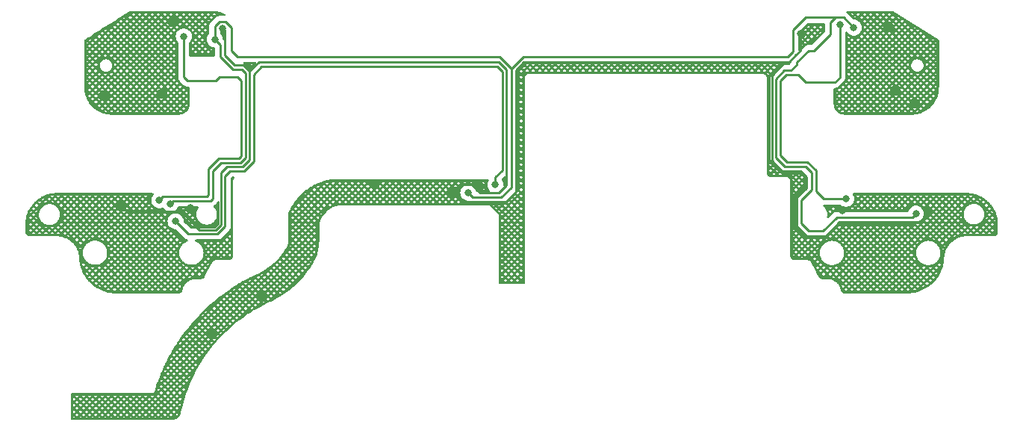
<source format=gbr>
%TF.GenerationSoftware,KiCad,Pcbnew,7.0.6*%
%TF.CreationDate,2024-03-05T21:20:04-08:00*%
%TF.ProjectId,procon_trigger_pcb,70726f63-6f6e-45f7-9472-69676765725f,rev?*%
%TF.SameCoordinates,Original*%
%TF.FileFunction,Copper,L2,Bot*%
%TF.FilePolarity,Positive*%
%FSLAX46Y46*%
G04 Gerber Fmt 4.6, Leading zero omitted, Abs format (unit mm)*
G04 Created by KiCad (PCBNEW 7.0.6) date 2024-03-05 21:20:04*
%MOMM*%
%LPD*%
G01*
G04 APERTURE LIST*
%TA.AperFunction,ViaPad*%
%ADD10C,0.800000*%
%TD*%
%TA.AperFunction,Conductor*%
%ADD11C,0.250000*%
%TD*%
G04 APERTURE END LIST*
D10*
%TO.N,GND*%
X224350000Y-134320000D03*
X212570000Y-134090000D03*
%TO.N,TRIGGER_RGB*%
X226270000Y-134200000D03*
X190000000Y-138340000D03*
%TO.N,GND*%
X260850000Y-117090000D03*
X199820000Y-146890000D03*
X194160000Y-151100000D03*
X188490000Y-123870000D03*
X195329840Y-116469015D03*
X221460000Y-134980000D03*
X273810000Y-124960000D03*
X275140000Y-137170000D03*
X189670000Y-115710000D03*
X265570000Y-137100000D03*
X271640000Y-123490000D03*
X191690000Y-136820000D03*
X270880000Y-116330000D03*
X183850000Y-136640000D03*
X181860000Y-124100000D03*
%TO.N,+3V3*%
X194456373Y-117728823D03*
X273960000Y-137480000D03*
X266910000Y-116400000D03*
X223180000Y-135100000D03*
X189420000Y-136380000D03*
%TO.N,Net-(L1-DOUT)*%
X190930000Y-117390000D03*
X188150000Y-135970000D03*
%TO.N,Net-(L3-DOUT)*%
X266040000Y-135810000D03*
X265310000Y-116020000D03*
%TD*%
D11*
%TO.N,TRIGGER_RGB*%
X191430000Y-139770000D02*
X190000000Y-138340000D01*
X196170000Y-132660000D02*
X195620000Y-133210000D01*
X197770000Y-132660000D02*
X196170000Y-132660000D01*
X199730000Y-120830000D02*
X198860000Y-121700000D01*
X195620000Y-133210000D02*
X195620000Y-138926396D01*
X226500000Y-120830000D02*
X199730000Y-120830000D01*
X195620000Y-138926396D02*
X194776396Y-139770000D01*
X227050000Y-121380000D02*
X226500000Y-120830000D01*
X227050000Y-132560000D02*
X227050000Y-121380000D01*
X226270000Y-133340000D02*
X227050000Y-132560000D01*
X226270000Y-134200000D02*
X226270000Y-133340000D01*
X198860000Y-131570000D02*
X197770000Y-132660000D01*
X198860000Y-121700000D02*
X198860000Y-131570000D01*
X194776396Y-139770000D02*
X191430000Y-139770000D01*
%TO.N,GND*%
X199440000Y-120270000D02*
X198390000Y-121320000D01*
X226640000Y-120270000D02*
X199440000Y-120270000D01*
X227530000Y-121160000D02*
X226640000Y-120270000D01*
X227530000Y-134260000D02*
X227530000Y-121160000D01*
X224500000Y-135130000D02*
X226660000Y-135130000D01*
X222220000Y-134220000D02*
X223590000Y-134220000D01*
X223590000Y-134220000D02*
X224500000Y-135130000D01*
X221460000Y-134980000D02*
X222220000Y-134220000D01*
X226660000Y-135130000D02*
X227530000Y-134260000D01*
%TO.N,+3V3*%
X228080000Y-134520000D02*
X228080000Y-121030000D01*
X226950000Y-135650000D02*
X228080000Y-134520000D01*
X223730000Y-135650000D02*
X226950000Y-135650000D01*
X223180000Y-135100000D02*
X223730000Y-135650000D01*
%TO.N,GND*%
X229460000Y-120310000D02*
X259120000Y-120310000D01*
X228560000Y-121210000D02*
X229460000Y-120310000D01*
X228560000Y-135060000D02*
X228560000Y-121210000D01*
X227500000Y-136120000D02*
X228560000Y-135060000D01*
X222600000Y-136120000D02*
X227500000Y-136120000D01*
X221460000Y-134980000D02*
X222600000Y-136120000D01*
X263700000Y-139990000D02*
X261550000Y-139990000D01*
X260470000Y-135630000D02*
X261520000Y-134580000D01*
X261520000Y-134580000D02*
X261520000Y-133310000D01*
X275140000Y-137780000D02*
X274490000Y-138430000D01*
X258770000Y-132660000D02*
X257620000Y-131510000D01*
X260470000Y-138910000D02*
X260470000Y-135630000D01*
X197670000Y-120600000D02*
X198390000Y-121320000D01*
X197580000Y-132180000D02*
X195820000Y-132180000D01*
X195550000Y-119500000D02*
X196650000Y-120600000D01*
X260390000Y-119470000D02*
X260850000Y-119010000D01*
X195550000Y-116689175D02*
X195550000Y-119500000D01*
X192720000Y-139320000D02*
X190640000Y-137240000D01*
X195140000Y-132860000D02*
X195140000Y-138770000D01*
X195820000Y-132180000D02*
X195140000Y-132860000D01*
X265260000Y-138430000D02*
X263700000Y-139990000D01*
X195140000Y-138770000D02*
X194590000Y-139320000D01*
X260870000Y-132660000D02*
X258770000Y-132660000D01*
X257620000Y-121810000D02*
X259120000Y-120310000D01*
X184450000Y-137240000D02*
X183850000Y-136640000D01*
X190640000Y-137240000D02*
X184450000Y-137240000D01*
X257620000Y-131510000D02*
X257620000Y-121810000D01*
X195329840Y-116469015D02*
X195550000Y-116689175D01*
X196650000Y-120600000D02*
X197670000Y-120600000D01*
X274490000Y-138430000D02*
X265260000Y-138430000D01*
X260850000Y-119010000D02*
X260850000Y-117090000D01*
X194590000Y-139320000D02*
X192720000Y-139320000D01*
X198390000Y-121320000D02*
X198390000Y-131370000D01*
X261550000Y-139990000D02*
X260470000Y-138910000D01*
X275140000Y-137170000D02*
X275140000Y-137780000D01*
X261520000Y-133310000D02*
X260870000Y-132660000D01*
X198390000Y-131370000D02*
X197580000Y-132180000D01*
X259120000Y-120310000D02*
X259550000Y-120310000D01*
X259550000Y-120310000D02*
X260390000Y-119470000D01*
%TO.N,+3V3*%
X194456373Y-116223627D02*
X194456373Y-117728823D01*
X195080000Y-118352450D02*
X195080000Y-119740000D01*
X194456373Y-117728823D02*
X195080000Y-118352450D01*
X189770000Y-136030000D02*
X189420000Y-136380000D01*
X262120000Y-134810000D02*
X260960000Y-135970000D01*
X197930000Y-121570000D02*
X197930000Y-131160000D01*
X262120000Y-132810000D02*
X262120000Y-134810000D01*
X259430000Y-119690000D02*
X229420000Y-119690000D01*
X263420000Y-139450000D02*
X264970000Y-137900000D01*
X264260000Y-115820000D02*
X264260000Y-117130000D01*
X261760000Y-119010000D02*
X260470000Y-120300000D01*
X197500000Y-121140000D02*
X197930000Y-121570000D01*
X265760000Y-115250000D02*
X264830000Y-115250000D01*
X261810000Y-139450000D02*
X263420000Y-139450000D01*
X193990000Y-136030000D02*
X189770000Y-136030000D01*
X259030000Y-121260000D02*
X258090000Y-122200000D01*
X197930000Y-131160000D02*
X197390000Y-131700000D01*
X273540000Y-137900000D02*
X273960000Y-137480000D01*
X264830000Y-115250000D02*
X264260000Y-115820000D01*
X262380000Y-119010000D02*
X261760000Y-119010000D01*
X229420000Y-119690000D02*
X228080000Y-121030000D01*
X260960000Y-135970000D02*
X260960000Y-138600000D01*
X260020000Y-119100000D02*
X259430000Y-119690000D01*
X195150000Y-131700000D02*
X194230000Y-132620000D01*
X195630000Y-115710000D02*
X194970000Y-115710000D01*
X260020000Y-116660000D02*
X260020000Y-119100000D01*
X196330000Y-119010000D02*
X196330000Y-116410000D01*
X196330000Y-116410000D02*
X195630000Y-115710000D01*
X264970000Y-137900000D02*
X273540000Y-137900000D01*
X260960000Y-138600000D02*
X261810000Y-139450000D01*
X259800000Y-121260000D02*
X259030000Y-121260000D01*
X197390000Y-131700000D02*
X195150000Y-131700000D01*
X264830000Y-115250000D02*
X261430000Y-115250000D01*
X259100000Y-132150000D02*
X261460000Y-132150000D01*
X260470000Y-120300000D02*
X260470000Y-120590000D01*
X194230000Y-132620000D02*
X194230000Y-135790000D01*
X196480000Y-121140000D02*
X197500000Y-121140000D01*
X197010000Y-119690000D02*
X196330000Y-119010000D01*
X226740000Y-119690000D02*
X197010000Y-119690000D01*
X261460000Y-132150000D02*
X262120000Y-132810000D01*
X194230000Y-135790000D02*
X193990000Y-136030000D01*
X258090000Y-122200000D02*
X258090000Y-131140000D01*
X264260000Y-117130000D02*
X262380000Y-119010000D01*
X195080000Y-119740000D02*
X196480000Y-121140000D01*
X266910000Y-116400000D02*
X265760000Y-115250000D01*
X261430000Y-115250000D02*
X260020000Y-116660000D01*
X260470000Y-120590000D02*
X259800000Y-121260000D01*
X228080000Y-121030000D02*
X226740000Y-119690000D01*
X194970000Y-115710000D02*
X194456373Y-116223627D01*
X258090000Y-131140000D02*
X259100000Y-132150000D01*
%TO.N,Net-(L1-DOUT)*%
X194930000Y-131240000D02*
X197210000Y-131240000D01*
X197460000Y-122410000D02*
X197060000Y-122010000D01*
X197210000Y-131240000D02*
X197460000Y-130990000D01*
X188150000Y-135970000D02*
X188570000Y-135550000D01*
X188570000Y-135550000D02*
X193540000Y-135550000D01*
X194970000Y-122010000D02*
X194540000Y-122440000D01*
X193540000Y-135550000D02*
X193740000Y-135350000D01*
X193740000Y-135350000D02*
X193740000Y-132430000D01*
X197060000Y-122010000D02*
X194970000Y-122010000D01*
X197460000Y-130990000D02*
X197460000Y-122410000D01*
X193740000Y-132430000D02*
X194930000Y-131240000D01*
X190930000Y-122020000D02*
X190930000Y-117390000D01*
X191350000Y-122440000D02*
X190930000Y-122020000D01*
X194540000Y-122440000D02*
X191350000Y-122440000D01*
%TO.N,Net-(L3-DOUT)*%
X264740000Y-122600000D02*
X265310000Y-122030000D01*
X259210000Y-121760000D02*
X260610000Y-121760000D01*
X262610000Y-134940000D02*
X262610000Y-132590000D01*
X258590000Y-122380000D02*
X259210000Y-121760000D01*
X260610000Y-121760000D02*
X261450000Y-122600000D01*
X261450000Y-122600000D02*
X264740000Y-122600000D01*
X261640000Y-131620000D02*
X259300000Y-131620000D01*
X265310000Y-122030000D02*
X265310000Y-116020000D01*
X263480000Y-135810000D02*
X262610000Y-134940000D01*
X258590000Y-130910000D02*
X258590000Y-122380000D01*
X266040000Y-135810000D02*
X263480000Y-135810000D01*
X262610000Y-132590000D02*
X261640000Y-131620000D01*
X259300000Y-131620000D02*
X258590000Y-130910000D01*
%TD*%
%TA.AperFunction,Conductor*%
%TO.N,GND*%
G36*
X259605590Y-120310840D02*
G01*
X259664264Y-120348777D01*
X259693112Y-120412413D01*
X259682977Y-120481544D01*
X259658007Y-120517401D01*
X259577226Y-120598182D01*
X259515906Y-120631666D01*
X259489547Y-120634500D01*
X259112743Y-120634500D01*
X259097122Y-120632775D01*
X259097095Y-120633061D01*
X259089333Y-120632326D01*
X259020172Y-120634500D01*
X258990649Y-120634500D01*
X258983778Y-120635367D01*
X258977959Y-120635825D01*
X258931374Y-120637289D01*
X258931368Y-120637290D01*
X258912126Y-120642880D01*
X258893087Y-120646823D01*
X258873217Y-120649334D01*
X258873203Y-120649337D01*
X258829883Y-120666488D01*
X258824358Y-120668380D01*
X258779613Y-120681380D01*
X258779610Y-120681381D01*
X258762366Y-120691579D01*
X258744905Y-120700133D01*
X258726274Y-120707510D01*
X258726262Y-120707517D01*
X258688570Y-120734902D01*
X258683687Y-120738109D01*
X258643580Y-120761829D01*
X258629414Y-120775995D01*
X258614624Y-120788627D01*
X258598414Y-120800404D01*
X258598411Y-120800407D01*
X258568710Y-120836309D01*
X258564777Y-120840631D01*
X257706208Y-121699199D01*
X257693951Y-121709020D01*
X257694134Y-121709241D01*
X257688123Y-121714213D01*
X257640772Y-121764636D01*
X257619889Y-121785518D01*
X257619877Y-121785532D01*
X257615621Y-121791017D01*
X257611837Y-121795447D01*
X257579937Y-121829418D01*
X257579936Y-121829420D01*
X257570284Y-121846976D01*
X257559610Y-121863226D01*
X257547329Y-121879061D01*
X257547324Y-121879068D01*
X257528815Y-121921838D01*
X257526245Y-121927084D01*
X257503803Y-121967906D01*
X257498822Y-121987307D01*
X257492521Y-122005710D01*
X257484562Y-122024102D01*
X257484561Y-122024105D01*
X257477271Y-122070127D01*
X257476087Y-122075846D01*
X257464501Y-122120972D01*
X257464499Y-122120984D01*
X257464499Y-122141020D01*
X257462973Y-122160411D01*
X257459840Y-122180194D01*
X257459839Y-122180197D01*
X257464224Y-122226585D01*
X257464499Y-122232421D01*
X257464500Y-131057255D01*
X257462775Y-131072872D01*
X257463061Y-131072899D01*
X257462326Y-131080665D01*
X257464500Y-131149814D01*
X257464500Y-131179343D01*
X257464501Y-131179360D01*
X257465368Y-131186231D01*
X257465826Y-131192050D01*
X257467290Y-131238624D01*
X257467291Y-131238627D01*
X257472880Y-131257867D01*
X257476824Y-131276911D01*
X257478113Y-131287108D01*
X257479336Y-131296791D01*
X257496490Y-131340119D01*
X257498382Y-131345647D01*
X257511381Y-131390388D01*
X257521580Y-131407634D01*
X257530136Y-131425100D01*
X257537514Y-131443732D01*
X257561482Y-131476722D01*
X257564898Y-131481423D01*
X257568106Y-131486307D01*
X257591827Y-131526416D01*
X257591833Y-131526424D01*
X257605990Y-131540580D01*
X257618627Y-131555375D01*
X257630406Y-131571587D01*
X257660778Y-131596713D01*
X257666309Y-131601288D01*
X257670620Y-131605210D01*
X258142386Y-132076976D01*
X258599194Y-132533784D01*
X258609019Y-132546048D01*
X258609240Y-132545866D01*
X258614210Y-132551873D01*
X258614213Y-132551876D01*
X258614214Y-132551877D01*
X258664651Y-132599241D01*
X258685530Y-132620120D01*
X258691004Y-132624366D01*
X258695442Y-132628156D01*
X258729418Y-132660062D01*
X258729422Y-132660064D01*
X258746973Y-132669713D01*
X258763231Y-132680392D01*
X258779064Y-132692674D01*
X258801015Y-132702172D01*
X258821837Y-132711183D01*
X258827081Y-132713752D01*
X258867908Y-132736197D01*
X258887312Y-132741179D01*
X258905710Y-132747478D01*
X258924105Y-132755438D01*
X258970129Y-132762726D01*
X258975832Y-132763907D01*
X259020981Y-132775500D01*
X259041016Y-132775500D01*
X259060413Y-132777026D01*
X259080196Y-132780160D01*
X259126583Y-132775775D01*
X259132422Y-132775500D01*
X261149548Y-132775500D01*
X261216587Y-132795185D01*
X261237229Y-132811819D01*
X261458181Y-133032771D01*
X261491666Y-133094094D01*
X261494500Y-133120452D01*
X261494500Y-134499546D01*
X261474815Y-134566585D01*
X261458181Y-134587227D01*
X260576208Y-135469199D01*
X260563951Y-135479020D01*
X260564134Y-135479241D01*
X260558123Y-135484213D01*
X260510772Y-135534636D01*
X260489889Y-135555518D01*
X260489877Y-135555532D01*
X260485621Y-135561017D01*
X260481837Y-135565447D01*
X260449937Y-135599418D01*
X260449936Y-135599420D01*
X260440284Y-135616976D01*
X260429610Y-135633226D01*
X260417329Y-135649061D01*
X260417324Y-135649068D01*
X260398815Y-135691838D01*
X260396245Y-135697084D01*
X260373803Y-135737906D01*
X260368822Y-135757307D01*
X260362521Y-135775710D01*
X260354562Y-135794102D01*
X260354561Y-135794105D01*
X260347271Y-135840127D01*
X260346087Y-135845846D01*
X260334501Y-135890972D01*
X260334499Y-135890984D01*
X260334499Y-135911020D01*
X260332973Y-135930411D01*
X260329840Y-135950194D01*
X260329840Y-135950195D01*
X260334225Y-135996583D01*
X260334500Y-136002421D01*
X260334500Y-138517255D01*
X260332775Y-138532872D01*
X260333061Y-138532899D01*
X260332326Y-138540665D01*
X260334500Y-138609814D01*
X260334500Y-138639343D01*
X260334501Y-138639360D01*
X260335368Y-138646231D01*
X260335826Y-138652050D01*
X260337290Y-138698624D01*
X260337903Y-138700734D01*
X260342880Y-138717867D01*
X260346824Y-138736911D01*
X260349336Y-138756792D01*
X260355672Y-138772795D01*
X260366490Y-138800119D01*
X260368382Y-138805647D01*
X260381381Y-138850388D01*
X260391580Y-138867634D01*
X260400136Y-138885100D01*
X260407514Y-138903732D01*
X260414032Y-138912704D01*
X260434898Y-138941423D01*
X260438106Y-138946307D01*
X260461827Y-138986416D01*
X260461833Y-138986424D01*
X260475990Y-139000580D01*
X260488628Y-139015376D01*
X260495919Y-139025412D01*
X260500406Y-139031587D01*
X260526754Y-139053384D01*
X260536309Y-139061288D01*
X260540620Y-139065210D01*
X260975249Y-139499839D01*
X261309194Y-139833784D01*
X261319019Y-139846048D01*
X261319240Y-139845866D01*
X261324210Y-139851873D01*
X261324213Y-139851876D01*
X261324214Y-139851877D01*
X261374651Y-139899241D01*
X261395530Y-139920120D01*
X261401004Y-139924366D01*
X261405442Y-139928156D01*
X261439418Y-139960062D01*
X261452320Y-139967155D01*
X261456973Y-139969713D01*
X261473231Y-139980392D01*
X261489064Y-139992674D01*
X261511015Y-140002172D01*
X261531837Y-140011183D01*
X261537081Y-140013752D01*
X261577908Y-140036197D01*
X261597312Y-140041179D01*
X261615710Y-140047478D01*
X261634105Y-140055438D01*
X261680129Y-140062726D01*
X261685832Y-140063907D01*
X261730981Y-140075500D01*
X261751016Y-140075500D01*
X261770413Y-140077026D01*
X261790196Y-140080160D01*
X261836583Y-140075775D01*
X261842422Y-140075500D01*
X263337257Y-140075500D01*
X263352877Y-140077224D01*
X263352904Y-140076939D01*
X263360660Y-140077671D01*
X263360667Y-140077673D01*
X263429814Y-140075500D01*
X263459350Y-140075500D01*
X263466228Y-140074630D01*
X263472041Y-140074172D01*
X263518627Y-140072709D01*
X263519556Y-140072439D01*
X264071176Y-140072439D01*
X264227434Y-140228697D01*
X264405625Y-140050506D01*
X264405624Y-140050505D01*
X264757764Y-140050505D01*
X264935955Y-140228697D01*
X265114146Y-140050506D01*
X265114145Y-140050505D01*
X265466285Y-140050505D01*
X265644476Y-140228697D01*
X265822667Y-140050506D01*
X266174806Y-140050506D01*
X266352997Y-140228697D01*
X266531188Y-140050506D01*
X266883327Y-140050506D01*
X267061518Y-140228697D01*
X267239709Y-140050506D01*
X267239708Y-140050505D01*
X267591848Y-140050505D01*
X267770039Y-140228697D01*
X267948230Y-140050506D01*
X267948229Y-140050505D01*
X268300369Y-140050505D01*
X268478560Y-140228697D01*
X268656751Y-140050506D01*
X269008890Y-140050506D01*
X269187081Y-140228697D01*
X269365272Y-140050506D01*
X269717411Y-140050506D01*
X269895602Y-140228697D01*
X270073793Y-140050506D01*
X270073792Y-140050505D01*
X270425932Y-140050505D01*
X270604123Y-140228697D01*
X270782314Y-140050506D01*
X270782313Y-140050505D01*
X271134453Y-140050505D01*
X271312644Y-140228697D01*
X271490835Y-140050506D01*
X271842974Y-140050506D01*
X272021165Y-140228697D01*
X272199356Y-140050506D01*
X272551495Y-140050506D01*
X272729686Y-140228697D01*
X272907877Y-140050506D01*
X272907876Y-140050505D01*
X273260016Y-140050505D01*
X273438207Y-140228697D01*
X273616398Y-140050506D01*
X273616397Y-140050505D01*
X273968537Y-140050505D01*
X274146728Y-140228697D01*
X274324919Y-140050506D01*
X274677058Y-140050506D01*
X274855249Y-140228697D01*
X275033440Y-140050506D01*
X275385579Y-140050506D01*
X275563770Y-140228697D01*
X275741961Y-140050506D01*
X276094100Y-140050506D01*
X276272291Y-140228697D01*
X276450482Y-140050506D01*
X276450481Y-140050505D01*
X276802621Y-140050505D01*
X276980812Y-140228697D01*
X277159002Y-140050506D01*
X277511142Y-140050506D01*
X277689333Y-140228697D01*
X277867524Y-140050506D01*
X278219663Y-140050506D01*
X278299756Y-140130599D01*
X278493397Y-140028973D01*
X278498019Y-140023704D01*
X278524577Y-140010998D01*
X278533506Y-140007967D01*
X278397854Y-139872315D01*
X278219663Y-140050506D01*
X277867524Y-140050506D01*
X277689333Y-139872315D01*
X277511142Y-140050506D01*
X277159002Y-140050506D01*
X277159003Y-140050505D01*
X276980812Y-139872314D01*
X276802621Y-140050505D01*
X276450481Y-140050505D01*
X276272291Y-139872314D01*
X276094100Y-140050506D01*
X275741961Y-140050506D01*
X275563770Y-139872314D01*
X275385579Y-140050506D01*
X275033440Y-140050506D01*
X274855249Y-139872314D01*
X274677058Y-140050506D01*
X274324919Y-140050506D01*
X274146728Y-139872314D01*
X273968537Y-140050505D01*
X273616397Y-140050505D01*
X273438207Y-139872314D01*
X273260016Y-140050505D01*
X272907876Y-140050505D01*
X272729686Y-139872314D01*
X272551495Y-140050506D01*
X272199356Y-140050506D01*
X272021165Y-139872314D01*
X271842974Y-140050506D01*
X271490835Y-140050506D01*
X271312644Y-139872314D01*
X271134453Y-140050505D01*
X270782313Y-140050505D01*
X270604123Y-139872314D01*
X270425932Y-140050505D01*
X270073792Y-140050505D01*
X269895602Y-139872314D01*
X269717411Y-140050506D01*
X269365272Y-140050506D01*
X269187081Y-139872314D01*
X269008890Y-140050506D01*
X268656751Y-140050506D01*
X268478560Y-139872314D01*
X268300369Y-140050505D01*
X267948229Y-140050505D01*
X267770039Y-139872314D01*
X267591848Y-140050505D01*
X267239708Y-140050505D01*
X267061518Y-139872314D01*
X266883327Y-140050506D01*
X266531188Y-140050506D01*
X266352997Y-139872314D01*
X266174806Y-140050506D01*
X265822667Y-140050506D01*
X265644476Y-139872314D01*
X265466285Y-140050505D01*
X265114145Y-140050505D01*
X264935955Y-139872314D01*
X264757764Y-140050505D01*
X264405624Y-140050505D01*
X264247893Y-139892773D01*
X264085296Y-140055370D01*
X264071176Y-140072439D01*
X263519556Y-140072439D01*
X263537869Y-140067117D01*
X263556912Y-140063174D01*
X263576792Y-140060664D01*
X263620122Y-140043507D01*
X263625646Y-140041617D01*
X263629396Y-140040527D01*
X263670390Y-140028618D01*
X263687629Y-140018422D01*
X263705103Y-140009862D01*
X263723727Y-140002488D01*
X263723727Y-140002487D01*
X263723732Y-140002486D01*
X263761449Y-139975082D01*
X263766305Y-139971892D01*
X263806420Y-139948170D01*
X263820589Y-139933999D01*
X263835379Y-139921368D01*
X263851587Y-139909594D01*
X263881299Y-139873676D01*
X263885212Y-139869376D01*
X264037884Y-139716704D01*
X264423962Y-139716704D01*
X264581694Y-139874437D01*
X264759886Y-139696245D01*
X265112024Y-139696245D01*
X265290215Y-139874437D01*
X265468407Y-139696245D01*
X265820545Y-139696245D01*
X265998736Y-139874437D01*
X266176928Y-139696245D01*
X266529066Y-139696245D01*
X266707257Y-139874437D01*
X266885449Y-139696245D01*
X267237587Y-139696245D01*
X267415778Y-139874437D01*
X267593970Y-139696245D01*
X267946108Y-139696245D01*
X268124299Y-139874437D01*
X268302491Y-139696245D01*
X268654629Y-139696245D01*
X268832820Y-139874437D01*
X269011012Y-139696245D01*
X269363150Y-139696245D01*
X269541341Y-139874437D01*
X269719533Y-139696245D01*
X270071671Y-139696245D01*
X270249862Y-139874437D01*
X270428054Y-139696245D01*
X270780192Y-139696245D01*
X270958383Y-139874437D01*
X271136575Y-139696245D01*
X271488713Y-139696245D01*
X271666904Y-139874437D01*
X271845096Y-139696245D01*
X272197234Y-139696245D01*
X272375425Y-139874437D01*
X272553617Y-139696245D01*
X272905755Y-139696245D01*
X273083946Y-139874437D01*
X273262138Y-139696245D01*
X273614276Y-139696245D01*
X273792467Y-139874437D01*
X273970659Y-139696245D01*
X274322797Y-139696245D01*
X274500988Y-139874437D01*
X274679180Y-139696245D01*
X275031318Y-139696245D01*
X275209509Y-139874437D01*
X275387701Y-139696245D01*
X275739839Y-139696245D01*
X275918030Y-139874437D01*
X276096222Y-139696245D01*
X276448360Y-139696245D01*
X276626551Y-139874437D01*
X276804743Y-139696245D01*
X277156881Y-139696245D01*
X277335072Y-139874437D01*
X277513264Y-139696245D01*
X277865402Y-139696245D01*
X278043593Y-139874437D01*
X278221785Y-139696245D01*
X278573923Y-139696245D01*
X278752114Y-139874437D01*
X278930306Y-139696245D01*
X279282444Y-139696245D01*
X279374578Y-139788379D01*
X279485236Y-139774949D01*
X279489725Y-139774537D01*
X279501727Y-139773813D01*
X279506217Y-139773676D01*
X279561396Y-139773676D01*
X279638826Y-139696245D01*
X279990965Y-139696245D01*
X280068340Y-139773620D01*
X280269974Y-139773620D01*
X280347348Y-139696245D01*
X280699486Y-139696245D01*
X280776861Y-139773620D01*
X280978495Y-139773620D01*
X281055869Y-139696245D01*
X281408007Y-139696245D01*
X281485382Y-139773620D01*
X281687016Y-139773620D01*
X281764390Y-139696245D01*
X282116528Y-139696245D01*
X282193903Y-139773620D01*
X282395537Y-139773620D01*
X282472911Y-139696245D01*
X282825049Y-139696245D01*
X282863118Y-139734315D01*
X282863179Y-139734276D01*
X282892307Y-139711924D01*
X282906118Y-139698113D01*
X282928478Y-139668976D01*
X282938408Y-139653175D01*
X282953806Y-139616016D01*
X282958707Y-139602015D01*
X282964696Y-139556598D01*
X282825049Y-139696245D01*
X282472911Y-139696245D01*
X282294719Y-139518054D01*
X282116528Y-139696245D01*
X281764390Y-139696245D01*
X281586198Y-139518054D01*
X281408007Y-139696245D01*
X281055869Y-139696245D01*
X280877677Y-139518054D01*
X280699486Y-139696245D01*
X280347348Y-139696245D01*
X280169156Y-139518054D01*
X279990965Y-139696245D01*
X279638826Y-139696245D01*
X279460635Y-139518054D01*
X279282444Y-139696245D01*
X278930306Y-139696245D01*
X278752114Y-139518054D01*
X278573923Y-139696245D01*
X278221785Y-139696245D01*
X278043593Y-139518054D01*
X277865402Y-139696245D01*
X277513264Y-139696245D01*
X277335072Y-139518054D01*
X277156881Y-139696245D01*
X276804743Y-139696245D01*
X276626551Y-139518054D01*
X276448360Y-139696245D01*
X276096222Y-139696245D01*
X275918030Y-139518054D01*
X275739839Y-139696245D01*
X275387701Y-139696245D01*
X275209509Y-139518054D01*
X275031318Y-139696245D01*
X274679180Y-139696245D01*
X274500988Y-139518054D01*
X274322797Y-139696245D01*
X273970659Y-139696245D01*
X273792467Y-139518054D01*
X273614276Y-139696245D01*
X273262138Y-139696245D01*
X273083946Y-139518054D01*
X272905755Y-139696245D01*
X272553617Y-139696245D01*
X272375425Y-139518054D01*
X272197234Y-139696245D01*
X271845096Y-139696245D01*
X271666904Y-139518054D01*
X271488713Y-139696245D01*
X271136575Y-139696245D01*
X270958383Y-139518054D01*
X270780192Y-139696245D01*
X270428054Y-139696245D01*
X270249862Y-139518054D01*
X270071671Y-139696245D01*
X269719533Y-139696245D01*
X269541341Y-139518054D01*
X269363150Y-139696245D01*
X269011012Y-139696245D01*
X268832820Y-139518054D01*
X268654629Y-139696245D01*
X268302491Y-139696245D01*
X268124299Y-139518054D01*
X267946108Y-139696245D01*
X267593970Y-139696245D01*
X267415778Y-139518054D01*
X267237587Y-139696245D01*
X266885449Y-139696245D01*
X266707257Y-139518054D01*
X266529066Y-139696245D01*
X266176928Y-139696245D01*
X265998736Y-139518054D01*
X265820545Y-139696245D01*
X265468407Y-139696245D01*
X265290215Y-139518054D01*
X265112024Y-139696245D01*
X264759886Y-139696245D01*
X264602153Y-139538513D01*
X264423962Y-139716704D01*
X264037884Y-139716704D01*
X264392145Y-139362444D01*
X264778223Y-139362444D01*
X264935955Y-139520176D01*
X265114146Y-139341985D01*
X265466285Y-139341985D01*
X265644476Y-139520176D01*
X265822667Y-139341984D01*
X266174806Y-139341984D01*
X266352997Y-139520176D01*
X266531188Y-139341985D01*
X266883327Y-139341985D01*
X267061518Y-139520176D01*
X267239709Y-139341985D01*
X267591848Y-139341985D01*
X267770039Y-139520176D01*
X267948230Y-139341985D01*
X268300369Y-139341985D01*
X268478560Y-139520176D01*
X268656751Y-139341985D01*
X268656750Y-139341984D01*
X269008890Y-139341984D01*
X269187081Y-139520176D01*
X269365272Y-139341985D01*
X269717411Y-139341985D01*
X269895602Y-139520176D01*
X270073793Y-139341985D01*
X270425932Y-139341985D01*
X270604123Y-139520176D01*
X270782314Y-139341985D01*
X271134453Y-139341985D01*
X271312644Y-139520176D01*
X271490835Y-139341985D01*
X271490834Y-139341984D01*
X271842974Y-139341984D01*
X272021165Y-139520176D01*
X272199356Y-139341985D01*
X272551495Y-139341985D01*
X272729686Y-139520176D01*
X272907877Y-139341985D01*
X273260016Y-139341985D01*
X273438207Y-139520176D01*
X273616398Y-139341985D01*
X273968537Y-139341985D01*
X274146728Y-139520176D01*
X274324919Y-139341985D01*
X274677058Y-139341985D01*
X274855249Y-139520176D01*
X275033440Y-139341985D01*
X275385579Y-139341985D01*
X275563770Y-139520176D01*
X275741961Y-139341985D01*
X276094100Y-139341985D01*
X276272291Y-139520176D01*
X276450482Y-139341985D01*
X276802621Y-139341985D01*
X276980812Y-139520176D01*
X277159003Y-139341985D01*
X277511142Y-139341985D01*
X277689333Y-139520176D01*
X277867524Y-139341985D01*
X278219663Y-139341985D01*
X278397854Y-139520176D01*
X278576045Y-139341985D01*
X278928184Y-139341985D01*
X279106375Y-139520176D01*
X279284566Y-139341985D01*
X279636705Y-139341985D01*
X279814896Y-139520176D01*
X279993087Y-139341985D01*
X280345226Y-139341985D01*
X280523417Y-139520176D01*
X280701608Y-139341985D01*
X281053747Y-139341985D01*
X281231938Y-139520176D01*
X281410128Y-139341985D01*
X281762268Y-139341985D01*
X281940459Y-139520176D01*
X282118650Y-139341985D01*
X282470789Y-139341985D01*
X282648980Y-139520176D01*
X282827171Y-139341985D01*
X282648980Y-139163794D01*
X282470789Y-139341985D01*
X282118650Y-139341985D01*
X281940459Y-139163794D01*
X281762268Y-139341985D01*
X281410128Y-139341985D01*
X281410129Y-139341984D01*
X281231938Y-139163794D01*
X281053747Y-139341985D01*
X280701608Y-139341985D01*
X280523417Y-139163794D01*
X280345226Y-139341985D01*
X279993087Y-139341985D01*
X279814896Y-139163794D01*
X279636705Y-139341985D01*
X279284566Y-139341985D01*
X279106375Y-139163794D01*
X278928184Y-139341985D01*
X278576045Y-139341985D01*
X278397854Y-139163794D01*
X278219663Y-139341985D01*
X277867524Y-139341985D01*
X277689333Y-139163794D01*
X277511142Y-139341985D01*
X277159003Y-139341985D01*
X276980812Y-139163794D01*
X276802621Y-139341985D01*
X276450482Y-139341985D01*
X276272291Y-139163793D01*
X276094100Y-139341985D01*
X275741961Y-139341985D01*
X275563770Y-139163793D01*
X275385579Y-139341985D01*
X275033440Y-139341985D01*
X274855249Y-139163793D01*
X274677058Y-139341985D01*
X274324919Y-139341985D01*
X274146728Y-139163793D01*
X273968537Y-139341985D01*
X273616398Y-139341985D01*
X273438207Y-139163793D01*
X273260016Y-139341985D01*
X272907877Y-139341985D01*
X272729686Y-139163793D01*
X272551495Y-139341985D01*
X272199356Y-139341985D01*
X272021165Y-139163793D01*
X271842974Y-139341984D01*
X271490834Y-139341984D01*
X271312644Y-139163793D01*
X271134453Y-139341985D01*
X270782314Y-139341985D01*
X270604123Y-139163793D01*
X270425932Y-139341985D01*
X270073793Y-139341985D01*
X269895602Y-139163793D01*
X269717411Y-139341985D01*
X269365272Y-139341985D01*
X269187081Y-139163793D01*
X269008890Y-139341984D01*
X268656750Y-139341984D01*
X268478560Y-139163793D01*
X268300369Y-139341985D01*
X267948230Y-139341985D01*
X267770039Y-139163793D01*
X267591848Y-139341985D01*
X267239709Y-139341985D01*
X267061518Y-139163793D01*
X266883327Y-139341985D01*
X266531188Y-139341985D01*
X266352997Y-139163793D01*
X266174806Y-139341984D01*
X265822667Y-139341984D01*
X265644476Y-139163793D01*
X265466285Y-139341985D01*
X265114146Y-139341985D01*
X264956414Y-139184253D01*
X264778223Y-139362444D01*
X264392145Y-139362444D01*
X264746404Y-139008185D01*
X265132484Y-139008185D01*
X265290215Y-139165916D01*
X265468407Y-138987724D01*
X265820545Y-138987724D01*
X265998736Y-139165916D01*
X266176928Y-138987724D01*
X266529066Y-138987724D01*
X266707257Y-139165916D01*
X266885449Y-138987724D01*
X267237587Y-138987724D01*
X267415778Y-139165916D01*
X267593970Y-138987724D01*
X267946108Y-138987724D01*
X268124299Y-139165916D01*
X268302491Y-138987724D01*
X268654629Y-138987724D01*
X268832820Y-139165916D01*
X269011012Y-138987724D01*
X269363150Y-138987724D01*
X269541341Y-139165916D01*
X269719533Y-138987724D01*
X270071671Y-138987724D01*
X270249862Y-139165916D01*
X270428054Y-138987724D01*
X270780192Y-138987724D01*
X270958383Y-139165916D01*
X271136575Y-138987724D01*
X271488713Y-138987724D01*
X271666904Y-139165916D01*
X271845096Y-138987724D01*
X272197234Y-138987724D01*
X272375425Y-139165916D01*
X272553617Y-138987724D01*
X272905755Y-138987724D01*
X273083946Y-139165916D01*
X273262138Y-138987724D01*
X273614276Y-138987724D01*
X273792467Y-139165916D01*
X273970659Y-138987724D01*
X274322797Y-138987724D01*
X274500988Y-139165916D01*
X274679180Y-138987724D01*
X275031318Y-138987724D01*
X275209509Y-139165916D01*
X275387701Y-138987724D01*
X275739839Y-138987724D01*
X275918030Y-139165916D01*
X276096222Y-138987724D01*
X276448360Y-138987724D01*
X276626551Y-139165916D01*
X276804743Y-138987724D01*
X277156881Y-138987724D01*
X277335072Y-139165916D01*
X277513264Y-138987724D01*
X277865402Y-138987724D01*
X278043593Y-139165916D01*
X278221785Y-138987724D01*
X278573923Y-138987724D01*
X278752114Y-139165916D01*
X278930306Y-138987724D01*
X279282444Y-138987724D01*
X279460635Y-139165916D01*
X279638827Y-138987724D01*
X279990964Y-138987724D01*
X280169156Y-139165916D01*
X280347347Y-138987725D01*
X280699486Y-138987725D01*
X280877677Y-139165916D01*
X281055869Y-138987724D01*
X281408007Y-138987724D01*
X281586198Y-139165916D01*
X281764390Y-138987724D01*
X282116528Y-138987724D01*
X282294719Y-139165916D01*
X282472911Y-138987724D01*
X282825049Y-138987724D01*
X282967810Y-139130485D01*
X282967810Y-138844964D01*
X282825049Y-138987724D01*
X282472911Y-138987724D01*
X282294719Y-138809533D01*
X282116528Y-138987724D01*
X281764390Y-138987724D01*
X281586198Y-138809533D01*
X281408007Y-138987724D01*
X281055869Y-138987724D01*
X280967327Y-138899182D01*
X280934910Y-138911741D01*
X280932247Y-138912704D01*
X280928433Y-138913984D01*
X280925662Y-138914843D01*
X280910740Y-138919088D01*
X280907952Y-138919812D01*
X280904040Y-138920730D01*
X280901254Y-138921318D01*
X280856660Y-138929652D01*
X280846693Y-138936699D01*
X280817973Y-138942853D01*
X280788667Y-138945567D01*
X280760383Y-138953616D01*
X280733817Y-138953393D01*
X280699486Y-138987725D01*
X280347347Y-138987725D01*
X280317735Y-138958112D01*
X280289619Y-138953618D01*
X280261325Y-138945566D01*
X280232028Y-138942854D01*
X280203618Y-138931574D01*
X280148751Y-138921319D01*
X280145978Y-138920734D01*
X280142064Y-138919816D01*
X280139263Y-138919089D01*
X280124328Y-138914840D01*
X280121542Y-138913976D01*
X280117730Y-138912695D01*
X280115083Y-138911739D01*
X280080390Y-138898298D01*
X279990964Y-138987724D01*
X279638827Y-138987724D01*
X279460635Y-138809533D01*
X279282444Y-138987724D01*
X278930306Y-138987724D01*
X278752114Y-138809533D01*
X278573923Y-138987724D01*
X278221785Y-138987724D01*
X278043593Y-138809533D01*
X277865402Y-138987724D01*
X277513264Y-138987724D01*
X277335072Y-138809533D01*
X277156881Y-138987724D01*
X276804743Y-138987724D01*
X276626551Y-138809533D01*
X276448360Y-138987724D01*
X276096222Y-138987724D01*
X275918030Y-138809533D01*
X275739839Y-138987724D01*
X275387701Y-138987724D01*
X275209509Y-138809533D01*
X275031318Y-138987724D01*
X274679180Y-138987724D01*
X274500988Y-138809533D01*
X274322797Y-138987724D01*
X273970659Y-138987724D01*
X273792467Y-138809533D01*
X273614276Y-138987724D01*
X273262138Y-138987724D01*
X273083946Y-138809533D01*
X272905755Y-138987724D01*
X272553617Y-138987724D01*
X272375425Y-138809533D01*
X272197234Y-138987724D01*
X271845096Y-138987724D01*
X271666904Y-138809533D01*
X271488713Y-138987724D01*
X271136575Y-138987724D01*
X270958383Y-138809533D01*
X270780192Y-138987724D01*
X270428054Y-138987724D01*
X270249862Y-138809533D01*
X270071671Y-138987724D01*
X269719533Y-138987724D01*
X269541341Y-138809533D01*
X269363150Y-138987724D01*
X269011012Y-138987724D01*
X268832820Y-138809533D01*
X268654629Y-138987724D01*
X268302491Y-138987724D01*
X268124299Y-138809533D01*
X267946108Y-138987724D01*
X267593970Y-138987724D01*
X267415778Y-138809533D01*
X267237587Y-138987724D01*
X266885449Y-138987724D01*
X266707257Y-138809533D01*
X266529066Y-138987724D01*
X266176928Y-138987724D01*
X265998736Y-138809533D01*
X265820545Y-138987724D01*
X265468407Y-138987724D01*
X265310677Y-138829994D01*
X265132484Y-139008185D01*
X264746404Y-139008185D01*
X264956089Y-138798500D01*
X265631321Y-138798500D01*
X265644476Y-138811655D01*
X265657631Y-138798500D01*
X266339842Y-138798500D01*
X266352997Y-138811655D01*
X266366152Y-138798500D01*
X267048363Y-138798500D01*
X267061518Y-138811655D01*
X267074673Y-138798500D01*
X267756884Y-138798500D01*
X267770039Y-138811655D01*
X267783194Y-138798500D01*
X268465405Y-138798500D01*
X268478560Y-138811655D01*
X268491715Y-138798500D01*
X269173926Y-138798500D01*
X269187081Y-138811655D01*
X269200236Y-138798500D01*
X269882447Y-138798500D01*
X269895602Y-138811655D01*
X269908757Y-138798500D01*
X270590968Y-138798500D01*
X270604123Y-138811655D01*
X270617278Y-138798500D01*
X271299489Y-138798500D01*
X271312644Y-138811655D01*
X271325799Y-138798500D01*
X272008010Y-138798500D01*
X272021165Y-138811655D01*
X272034320Y-138798500D01*
X272716531Y-138798500D01*
X272729686Y-138811655D01*
X272742841Y-138798500D01*
X273425052Y-138798500D01*
X273438207Y-138811655D01*
X273450796Y-138799066D01*
X273444807Y-138798500D01*
X273425052Y-138798500D01*
X272742841Y-138798500D01*
X272716531Y-138798500D01*
X272034320Y-138798500D01*
X272008010Y-138798500D01*
X271325799Y-138798500D01*
X271299489Y-138798500D01*
X270617278Y-138798500D01*
X270590968Y-138798500D01*
X269908757Y-138798500D01*
X269882447Y-138798500D01*
X269200236Y-138798500D01*
X269173926Y-138798500D01*
X268491715Y-138798500D01*
X268465405Y-138798500D01*
X267783194Y-138798500D01*
X267756884Y-138798500D01*
X267074673Y-138798500D01*
X267048363Y-138798500D01*
X266366152Y-138798500D01*
X266339842Y-138798500D01*
X265657631Y-138798500D01*
X265631321Y-138798500D01*
X264956089Y-138798500D01*
X265083020Y-138671570D01*
X274006643Y-138671570D01*
X274146728Y-138811655D01*
X274324918Y-138633464D01*
X274677058Y-138633464D01*
X274855249Y-138811655D01*
X275033440Y-138633464D01*
X275033439Y-138633463D01*
X275385579Y-138633463D01*
X275563770Y-138811655D01*
X275741961Y-138633464D01*
X276094100Y-138633464D01*
X276272291Y-138811655D01*
X276450482Y-138633464D01*
X276802621Y-138633464D01*
X276980812Y-138811655D01*
X277159003Y-138633464D01*
X277511142Y-138633464D01*
X277689333Y-138811655D01*
X277867524Y-138633464D01*
X277867523Y-138633463D01*
X278219663Y-138633463D01*
X278397854Y-138811655D01*
X278576044Y-138633464D01*
X278928184Y-138633464D01*
X279106375Y-138811655D01*
X279174142Y-138743888D01*
X279747129Y-138743888D01*
X279814895Y-138811654D01*
X279833594Y-138792956D01*
X281213239Y-138792956D01*
X281231938Y-138811655D01*
X281296566Y-138747026D01*
X281280425Y-138755062D01*
X281256947Y-138772794D01*
X281228358Y-138783595D01*
X281213239Y-138792956D01*
X279833594Y-138792956D01*
X279834803Y-138791747D01*
X279830528Y-138789100D01*
X279818423Y-138787594D01*
X279793054Y-138772795D01*
X279769575Y-138755064D01*
X279747129Y-138743888D01*
X279174142Y-138743888D01*
X279284566Y-138633464D01*
X279106375Y-138455273D01*
X278928184Y-138633464D01*
X278576044Y-138633464D01*
X278576045Y-138633463D01*
X278397854Y-138455272D01*
X278219663Y-138633463D01*
X277867523Y-138633463D01*
X277689333Y-138455273D01*
X277511142Y-138633464D01*
X277159003Y-138633464D01*
X276980812Y-138455273D01*
X276802621Y-138633464D01*
X276450482Y-138633464D01*
X276272291Y-138455272D01*
X276094100Y-138633464D01*
X275741961Y-138633464D01*
X275563770Y-138455272D01*
X275385579Y-138633463D01*
X275033439Y-138633463D01*
X274855249Y-138455272D01*
X274677058Y-138633464D01*
X274324918Y-138633464D01*
X274324919Y-138633463D01*
X274299095Y-138607639D01*
X274102826Y-138649358D01*
X274099643Y-138649948D01*
X274095143Y-138650661D01*
X274091914Y-138651087D01*
X274074464Y-138652920D01*
X274071250Y-138653174D01*
X274066701Y-138653414D01*
X274063434Y-138653500D01*
X274031513Y-138653500D01*
X274006643Y-138671570D01*
X265083020Y-138671570D01*
X265192771Y-138561819D01*
X265254095Y-138528334D01*
X265280453Y-138525500D01*
X273457257Y-138525500D01*
X273472877Y-138527224D01*
X273472904Y-138526939D01*
X273480660Y-138527671D01*
X273480667Y-138527673D01*
X273549814Y-138525500D01*
X273579350Y-138525500D01*
X273586228Y-138524630D01*
X273592041Y-138524172D01*
X273638627Y-138522709D01*
X273657869Y-138517117D01*
X273676912Y-138513174D01*
X273696792Y-138510664D01*
X273740122Y-138493507D01*
X273745646Y-138491617D01*
X273755542Y-138488742D01*
X273790390Y-138478618D01*
X273807629Y-138468422D01*
X273825103Y-138459862D01*
X273843729Y-138452487D01*
X273843728Y-138452487D01*
X273843732Y-138452486D01*
X273881439Y-138425089D01*
X273886305Y-138421892D01*
X273926420Y-138398170D01*
X273926422Y-138398167D01*
X273927100Y-138397767D01*
X273990220Y-138380500D01*
X274054644Y-138380500D01*
X274054646Y-138380500D01*
X274239803Y-138341144D01*
X274378923Y-138279203D01*
X275031318Y-138279203D01*
X275209509Y-138457395D01*
X275387701Y-138279203D01*
X275739839Y-138279203D01*
X275918030Y-138457395D01*
X276096222Y-138279203D01*
X276448360Y-138279203D01*
X276626551Y-138457395D01*
X276804743Y-138279203D01*
X277156881Y-138279203D01*
X277335072Y-138457395D01*
X277513264Y-138279203D01*
X277865402Y-138279203D01*
X278043593Y-138457395D01*
X278221785Y-138279203D01*
X278573923Y-138279203D01*
X278752114Y-138457395D01*
X278930306Y-138279203D01*
X279282443Y-138279203D01*
X279324484Y-138321243D01*
X279312983Y-138306014D01*
X279311315Y-138303695D01*
X279309043Y-138300380D01*
X279307475Y-138297974D01*
X279299333Y-138284825D01*
X279297904Y-138282395D01*
X279295945Y-138278884D01*
X279294586Y-138276309D01*
X279291512Y-138270135D01*
X279282443Y-138279203D01*
X278930306Y-138279203D01*
X278752114Y-138101012D01*
X278573923Y-138279203D01*
X278221785Y-138279203D01*
X278043593Y-138101012D01*
X277865402Y-138279203D01*
X277513264Y-138279203D01*
X277335072Y-138101012D01*
X277156881Y-138279203D01*
X276804743Y-138279203D01*
X276626551Y-138101012D01*
X276448360Y-138279203D01*
X276096222Y-138279203D01*
X275918030Y-138101012D01*
X275739839Y-138279203D01*
X275387701Y-138279203D01*
X275209509Y-138101012D01*
X275031318Y-138279203D01*
X274378923Y-138279203D01*
X274412730Y-138264151D01*
X274565871Y-138152888D01*
X274692533Y-138012216D01*
X274742920Y-137924943D01*
X275385579Y-137924943D01*
X275563770Y-138103134D01*
X275741961Y-137924943D01*
X276094100Y-137924943D01*
X276272291Y-138103134D01*
X276450482Y-137924943D01*
X276802621Y-137924943D01*
X276980812Y-138103134D01*
X277159003Y-137924943D01*
X277511142Y-137924943D01*
X277689333Y-138103134D01*
X277867524Y-137924943D01*
X278219663Y-137924943D01*
X278397854Y-138103134D01*
X278576045Y-137924943D01*
X278928184Y-137924943D01*
X279106374Y-138103133D01*
X279177680Y-138031828D01*
X279166894Y-137993922D01*
X279158963Y-137984654D01*
X279150186Y-137956628D01*
X279144777Y-137927699D01*
X279134149Y-137900260D01*
X279131588Y-137869836D01*
X279116301Y-137816102D01*
X279115577Y-137813312D01*
X279114658Y-137809399D01*
X279114070Y-137806614D01*
X279111229Y-137791411D01*
X279110771Y-137788607D01*
X279110214Y-137784627D01*
X279109881Y-137781760D01*
X279106663Y-137747040D01*
X279106374Y-137746752D01*
X278928184Y-137924943D01*
X278576045Y-137924943D01*
X278397854Y-137746752D01*
X278219663Y-137924943D01*
X277867524Y-137924943D01*
X277689333Y-137746752D01*
X277511142Y-137924943D01*
X277159003Y-137924943D01*
X276980812Y-137746752D01*
X276802621Y-137924943D01*
X276450482Y-137924943D01*
X276272291Y-137746751D01*
X276094100Y-137924943D01*
X275741961Y-137924943D01*
X275563770Y-137746751D01*
X275385579Y-137924943D01*
X274742920Y-137924943D01*
X274787179Y-137848284D01*
X274845674Y-137668256D01*
X274855929Y-137570682D01*
X275739839Y-137570682D01*
X275918030Y-137748874D01*
X276096222Y-137570682D01*
X276448360Y-137570682D01*
X276626551Y-137748874D01*
X276804743Y-137570682D01*
X277156881Y-137570682D01*
X277335072Y-137748874D01*
X277513264Y-137570682D01*
X277865402Y-137570682D01*
X278043593Y-137748874D01*
X278221785Y-137570682D01*
X278573923Y-137570682D01*
X278752114Y-137748874D01*
X278930306Y-137570682D01*
X278894626Y-137535002D01*
X279361185Y-137535002D01*
X279368080Y-137609417D01*
X279365487Y-137622668D01*
X279367010Y-137630814D01*
X279369121Y-137653599D01*
X279369121Y-137657331D01*
X279374105Y-137674437D01*
X279375932Y-137694146D01*
X279381001Y-137748850D01*
X279388958Y-137776815D01*
X279401451Y-137820726D01*
X279401337Y-137834230D01*
X279404331Y-137841958D01*
X279410592Y-137863964D01*
X279411278Y-137867635D01*
X279419321Y-137883533D01*
X279439776Y-137955422D01*
X279473085Y-138022314D01*
X279475456Y-138035615D01*
X279479814Y-138042654D01*
X279490015Y-138063139D01*
X279491363Y-138066620D01*
X279502194Y-138080774D01*
X279535499Y-138147660D01*
X279535506Y-138147672D01*
X279555252Y-138173820D01*
X279579677Y-138206164D01*
X279580540Y-138207306D01*
X279585314Y-138219944D01*
X279590903Y-138226075D01*
X279604690Y-138244333D01*
X279606652Y-138247501D01*
X279619894Y-138259420D01*
X279637195Y-138282330D01*
X279664930Y-138319057D01*
X279720155Y-138369401D01*
X279727171Y-138380947D01*
X279733790Y-138385946D01*
X279750700Y-138401362D01*
X279753210Y-138404116D01*
X279768417Y-138413398D01*
X279785660Y-138429116D01*
X279823645Y-138463744D01*
X279887176Y-138503081D01*
X279887180Y-138503083D01*
X279896196Y-138513142D01*
X279903617Y-138516837D01*
X279923073Y-138528884D01*
X279926050Y-138531132D01*
X279942707Y-138537464D01*
X279969226Y-138553884D01*
X280006239Y-138576802D01*
X280006243Y-138576804D01*
X280075928Y-138603800D01*
X280086640Y-138612031D01*
X280094616Y-138614301D01*
X280115954Y-138622568D01*
X280119287Y-138624227D01*
X280136820Y-138627390D01*
X280206507Y-138654387D01*
X280279966Y-138668118D01*
X280292007Y-138674241D01*
X280300262Y-138675006D01*
X280322759Y-138679211D01*
X280326343Y-138680231D01*
X280344156Y-138680118D01*
X280417617Y-138693850D01*
X280417619Y-138693850D01*
X280492347Y-138693850D01*
X280505308Y-138697655D01*
X280513561Y-138696891D01*
X280536446Y-138696891D01*
X280540155Y-138697234D01*
X280557653Y-138693850D01*
X280632381Y-138693850D01*
X280632383Y-138693850D01*
X280705841Y-138680118D01*
X280719272Y-138681476D01*
X280727239Y-138679210D01*
X280749738Y-138675005D01*
X280753457Y-138674660D01*
X280770029Y-138668119D01*
X280843493Y-138654387D01*
X280897499Y-138633464D01*
X281762268Y-138633464D01*
X281940459Y-138811655D01*
X282118649Y-138633464D01*
X282470789Y-138633464D01*
X282648980Y-138811655D01*
X282827171Y-138633464D01*
X282648980Y-138455273D01*
X282470789Y-138633464D01*
X282118649Y-138633464D01*
X282118650Y-138633463D01*
X281940459Y-138455273D01*
X281762268Y-138633464D01*
X280897499Y-138633464D01*
X280913175Y-138627391D01*
X280926631Y-138626258D01*
X280934043Y-138622568D01*
X280955384Y-138614301D01*
X280958978Y-138613278D01*
X280974071Y-138603800D01*
X281028933Y-138582547D01*
X281043750Y-138576807D01*
X281043751Y-138576806D01*
X281043757Y-138576804D01*
X281107295Y-138537462D01*
X281120314Y-138533876D01*
X281126925Y-138528884D01*
X281146383Y-138516836D01*
X281149726Y-138515171D01*
X281162815Y-138503085D01*
X281226355Y-138463744D01*
X281281578Y-138413401D01*
X281293718Y-138407482D01*
X281299300Y-138401360D01*
X281316212Y-138385943D01*
X281319191Y-138383693D01*
X281329838Y-138369406D01*
X281385070Y-138319057D01*
X281393181Y-138308316D01*
X281735277Y-138308316D01*
X281764390Y-138279204D01*
X281764389Y-138279203D01*
X282116528Y-138279203D01*
X282294719Y-138457395D01*
X282472911Y-138279203D01*
X282825049Y-138279203D01*
X282956151Y-138410306D01*
X282951034Y-138312706D01*
X282930432Y-138173820D01*
X282825049Y-138279203D01*
X282472911Y-138279203D01*
X282294719Y-138101012D01*
X282116528Y-138279203D01*
X281764389Y-138279203D01*
X281757434Y-138272248D01*
X281755425Y-138276285D01*
X281754089Y-138278820D01*
X281752134Y-138282330D01*
X281750684Y-138284796D01*
X281742518Y-138297986D01*
X281740923Y-138300433D01*
X281738647Y-138303750D01*
X281737002Y-138306033D01*
X281735277Y-138308316D01*
X281393181Y-138308316D01*
X281430103Y-138259422D01*
X281440946Y-138251376D01*
X281445305Y-138244337D01*
X281459099Y-138226070D01*
X281461614Y-138223310D01*
X281469460Y-138207306D01*
X281514495Y-138147670D01*
X281547804Y-138080775D01*
X281556990Y-138070866D01*
X281559984Y-138063140D01*
X281570185Y-138042653D01*
X281572143Y-138039489D01*
X281573586Y-138034293D01*
X281871618Y-138034293D01*
X281940459Y-138103133D01*
X282118650Y-137924943D01*
X282470789Y-137924943D01*
X282648979Y-138103134D01*
X282827170Y-137924942D01*
X282648980Y-137746752D01*
X282470789Y-137924943D01*
X282118650Y-137924943D01*
X281943115Y-137749408D01*
X281940119Y-137781756D01*
X281939786Y-137784626D01*
X281939229Y-137788607D01*
X281938771Y-137791411D01*
X281935930Y-137806614D01*
X281935342Y-137809399D01*
X281934423Y-137813313D01*
X281933699Y-137816104D01*
X281921275Y-137859766D01*
X281923139Y-137871832D01*
X281915849Y-137900264D01*
X281905220Y-137927698D01*
X281899815Y-137956622D01*
X281885966Y-137983860D01*
X281871618Y-138034293D01*
X281573586Y-138034293D01*
X281576912Y-138022318D01*
X281610225Y-137955418D01*
X281630677Y-137883536D01*
X281637882Y-137872113D01*
X281639406Y-137863965D01*
X281645669Y-137841952D01*
X281647016Y-137838473D01*
X281648548Y-137820725D01*
X281668999Y-137748850D01*
X281676673Y-137666031D01*
X281677459Y-137660400D01*
X281680879Y-137642108D01*
X281680879Y-137642106D01*
X281681042Y-137641235D01*
X281681048Y-137641190D01*
X281683090Y-137630268D01*
X281681437Y-137617912D01*
X281681472Y-137616368D01*
X281681491Y-137615610D01*
X281681736Y-137611391D01*
X281685508Y-137570682D01*
X282116528Y-137570682D01*
X282294719Y-137748874D01*
X282472911Y-137570682D01*
X282294719Y-137392491D01*
X282116528Y-137570682D01*
X281685508Y-137570682D01*
X281688815Y-137535000D01*
X281681736Y-137458612D01*
X281681491Y-137454388D01*
X281681471Y-137453578D01*
X281681437Y-137452089D01*
X281683772Y-137443374D01*
X281681155Y-137429375D01*
X281681152Y-137429359D01*
X281680879Y-137427899D01*
X281680879Y-137427892D01*
X281677456Y-137409581D01*
X281676673Y-137403968D01*
X281668999Y-137321150D01*
X281648548Y-137249272D01*
X281648661Y-137235771D01*
X281645668Y-137228045D01*
X281639405Y-137206030D01*
X281638720Y-137202369D01*
X281630677Y-137186463D01*
X281610225Y-137114582D01*
X281596540Y-137087099D01*
X281891589Y-137087099D01*
X281899816Y-137113382D01*
X281905219Y-137142298D01*
X281915849Y-137169734D01*
X281918412Y-137200173D01*
X281933699Y-137253895D01*
X281934423Y-137256687D01*
X281935342Y-137260601D01*
X281935930Y-137263386D01*
X281938771Y-137278589D01*
X281939229Y-137281393D01*
X281939786Y-137285374D01*
X281940119Y-137288243D01*
X281947601Y-137369019D01*
X281950508Y-137384563D01*
X282118650Y-137216422D01*
X282118649Y-137216421D01*
X282470788Y-137216421D01*
X282648979Y-137394612D01*
X282696622Y-137346970D01*
X282635099Y-137216887D01*
X282579480Y-137107730D01*
X282470788Y-137216421D01*
X282118649Y-137216421D01*
X281940458Y-137038230D01*
X281891589Y-137087099D01*
X281596540Y-137087099D01*
X281576913Y-137047683D01*
X281574543Y-137034387D01*
X281570183Y-137027345D01*
X281559981Y-137006856D01*
X281558634Y-137003379D01*
X281547804Y-136989223D01*
X281514496Y-136922331D01*
X281490870Y-136891045D01*
X281469457Y-136862690D01*
X281469257Y-136862161D01*
X282116528Y-136862161D01*
X282294719Y-137040352D01*
X282448132Y-136886939D01*
X282388373Y-136794918D01*
X282338731Y-136727983D01*
X282294719Y-136683970D01*
X282116528Y-136862161D01*
X281469257Y-136862161D01*
X281464682Y-136850049D01*
X281459094Y-136843920D01*
X281445305Y-136825661D01*
X281443349Y-136822502D01*
X281430104Y-136810578D01*
X281385070Y-136750943D01*
X281329841Y-136700596D01*
X281322826Y-136689050D01*
X281316209Y-136684053D01*
X281299300Y-136668638D01*
X281296792Y-136665887D01*
X281281581Y-136656600D01*
X281226356Y-136606257D01*
X281226343Y-136606247D01*
X281162818Y-136566914D01*
X281153804Y-136556858D01*
X281146382Y-136553162D01*
X281126930Y-136541117D01*
X281123955Y-136538870D01*
X281107292Y-136532534D01*
X281067508Y-136507901D01*
X281762268Y-136507901D01*
X281940459Y-136686092D01*
X282118650Y-136507901D01*
X281940459Y-136329710D01*
X281762268Y-136507901D01*
X281067508Y-136507901D01*
X281043763Y-136493199D01*
X281043762Y-136493198D01*
X280974066Y-136466197D01*
X280963352Y-136457964D01*
X280955378Y-136455695D01*
X280934043Y-136447430D01*
X280930716Y-136445773D01*
X280913178Y-136442608D01*
X280843499Y-136415615D01*
X280843496Y-136415614D01*
X280843493Y-136415613D01*
X280843489Y-136415612D01*
X280843481Y-136415610D01*
X280770029Y-136401879D01*
X280757982Y-136395753D01*
X280749719Y-136394988D01*
X280727231Y-136390784D01*
X280723665Y-136389769D01*
X280705844Y-136389881D01*
X280632384Y-136376150D01*
X280632383Y-136376150D01*
X280557655Y-136376150D01*
X280544700Y-136372346D01*
X280536442Y-136373111D01*
X280513565Y-136373111D01*
X280509838Y-136372765D01*
X280492345Y-136376150D01*
X280417614Y-136376150D01*
X280344153Y-136389881D01*
X280330721Y-136388522D01*
X280322768Y-136390785D01*
X280300275Y-136394989D01*
X280296560Y-136395333D01*
X280279971Y-136401879D01*
X280206505Y-136415613D01*
X280136820Y-136442609D01*
X280123361Y-136443742D01*
X280115951Y-136447432D01*
X280094615Y-136455697D01*
X280091033Y-136456716D01*
X280075933Y-136466197D01*
X280006245Y-136493195D01*
X280006244Y-136493195D01*
X280006243Y-136493196D01*
X279969677Y-136515837D01*
X279942705Y-136532537D01*
X279929682Y-136536123D01*
X279923069Y-136541118D01*
X279903617Y-136553162D01*
X279900278Y-136554824D01*
X279887183Y-136566913D01*
X279823646Y-136606254D01*
X279823642Y-136606257D01*
X279768415Y-136656602D01*
X279756276Y-136662519D01*
X279750697Y-136668639D01*
X279733792Y-136684051D01*
X279730808Y-136686304D01*
X279720157Y-136700594D01*
X279664932Y-136750939D01*
X279664930Y-136750942D01*
X279619892Y-136810581D01*
X279609049Y-136818626D01*
X279604691Y-136825665D01*
X279590904Y-136843923D01*
X279588387Y-136846683D01*
X279580543Y-136862689D01*
X279561662Y-136887692D01*
X279535505Y-136922330D01*
X279535504Y-136922331D01*
X279535504Y-136922332D01*
X279535499Y-136922339D01*
X279502192Y-136989227D01*
X279493008Y-136999132D01*
X279490014Y-137006861D01*
X279479815Y-137027344D01*
X279477855Y-137030509D01*
X279473086Y-137047681D01*
X279439777Y-137114576D01*
X279439775Y-137114580D01*
X279439775Y-137114582D01*
X279437750Y-137121699D01*
X279419321Y-137186467D01*
X279412113Y-137197890D01*
X279410591Y-137206036D01*
X279404331Y-137228041D01*
X279402981Y-137231524D01*
X279401451Y-137249269D01*
X279381001Y-137321148D01*
X279381001Y-137321150D01*
X279374105Y-137395561D01*
X279369121Y-137408111D01*
X279369121Y-137416399D01*
X279367010Y-137439184D01*
X279366323Y-137442854D01*
X279368080Y-137460581D01*
X279361185Y-137534997D01*
X279361185Y-137535002D01*
X278894626Y-137535002D01*
X278752114Y-137392491D01*
X278573923Y-137570682D01*
X278221785Y-137570682D01*
X278043593Y-137392491D01*
X277865402Y-137570682D01*
X277513264Y-137570682D01*
X277335072Y-137392491D01*
X277156881Y-137570682D01*
X276804743Y-137570682D01*
X276626551Y-137392491D01*
X276448360Y-137570682D01*
X276096222Y-137570682D01*
X275918030Y-137392491D01*
X275739839Y-137570682D01*
X274855929Y-137570682D01*
X274865460Y-137480000D01*
X274845674Y-137291744D01*
X274822519Y-137220481D01*
X275737901Y-137220481D01*
X275741961Y-137216422D01*
X276094100Y-137216422D01*
X276272291Y-137394613D01*
X276450482Y-137216422D01*
X276450481Y-137216421D01*
X276802621Y-137216421D01*
X276980812Y-137394612D01*
X277159002Y-137216422D01*
X277511142Y-137216422D01*
X277689333Y-137394613D01*
X277867524Y-137216422D01*
X278219663Y-137216422D01*
X278397854Y-137394613D01*
X278576045Y-137216422D01*
X278928184Y-137216422D01*
X279096121Y-137384359D01*
X279096121Y-137373170D01*
X279104725Y-137343865D01*
X279109881Y-137288239D01*
X279110214Y-137285373D01*
X279110771Y-137281392D01*
X279111229Y-137278588D01*
X279114071Y-137263386D01*
X279114658Y-137260601D01*
X279115576Y-137256690D01*
X279116300Y-137253901D01*
X279128722Y-137210233D01*
X279126859Y-137198175D01*
X279134148Y-137169738D01*
X279144777Y-137142298D01*
X279150185Y-137113373D01*
X279160746Y-137092602D01*
X279106375Y-137038231D01*
X278928184Y-137216422D01*
X278576045Y-137216422D01*
X278397854Y-137038231D01*
X278219663Y-137216422D01*
X277867524Y-137216422D01*
X277689333Y-137038231D01*
X277511142Y-137216422D01*
X277159002Y-137216422D01*
X277159003Y-137216421D01*
X276980812Y-137038230D01*
X276802621Y-137216421D01*
X276450481Y-137216421D01*
X276272291Y-137038230D01*
X276094100Y-137216422D01*
X275741961Y-137216422D01*
X275738922Y-137213382D01*
X275737901Y-137220481D01*
X274822519Y-137220481D01*
X274787179Y-137111716D01*
X274692533Y-136947784D01*
X274615437Y-136862161D01*
X275739839Y-136862161D01*
X275918030Y-137040353D01*
X276096222Y-136862161D01*
X276448360Y-136862161D01*
X276626551Y-137040353D01*
X276804743Y-136862161D01*
X277156881Y-136862161D01*
X277335072Y-137040353D01*
X277513264Y-136862161D01*
X277865402Y-136862161D01*
X278043593Y-137040353D01*
X278221785Y-136862161D01*
X278573923Y-136862161D01*
X278752114Y-137040353D01*
X278930306Y-136862161D01*
X278752114Y-136683970D01*
X278573923Y-136862161D01*
X278221785Y-136862161D01*
X278043593Y-136683970D01*
X277865402Y-136862161D01*
X277513264Y-136862161D01*
X277335072Y-136683970D01*
X277156881Y-136862161D01*
X276804743Y-136862161D01*
X276626551Y-136683970D01*
X276448360Y-136862161D01*
X276096222Y-136862161D01*
X275918030Y-136683970D01*
X275739839Y-136862161D01*
X274615437Y-136862161D01*
X274565871Y-136807112D01*
X274565432Y-136806793D01*
X274412734Y-136695851D01*
X274412729Y-136695848D01*
X274239807Y-136618857D01*
X274239802Y-136618855D01*
X274077793Y-136584420D01*
X274054646Y-136579500D01*
X273865354Y-136579500D01*
X273842207Y-136584420D01*
X273680197Y-136618855D01*
X273680192Y-136618857D01*
X273507270Y-136695848D01*
X273507265Y-136695851D01*
X273354129Y-136807111D01*
X273227466Y-136947785D01*
X273132821Y-137111715D01*
X273132818Y-137111721D01*
X273107769Y-137188818D01*
X273068332Y-137246493D01*
X273003973Y-137273692D01*
X272989838Y-137274500D01*
X265052743Y-137274500D01*
X265037122Y-137272775D01*
X265037096Y-137273061D01*
X265029334Y-137272327D01*
X265029333Y-137272327D01*
X264960186Y-137274500D01*
X264930649Y-137274500D01*
X264923766Y-137275369D01*
X264917949Y-137275826D01*
X264871373Y-137277290D01*
X264852129Y-137282881D01*
X264833079Y-137286825D01*
X264813211Y-137289334D01*
X264769884Y-137306488D01*
X264764358Y-137308379D01*
X264719614Y-137321379D01*
X264719610Y-137321381D01*
X264702366Y-137331579D01*
X264684905Y-137340133D01*
X264666274Y-137347510D01*
X264666262Y-137347517D01*
X264628570Y-137374902D01*
X264623687Y-137378109D01*
X264583580Y-137401829D01*
X264569414Y-137415995D01*
X264554624Y-137428627D01*
X264538414Y-137440404D01*
X264538411Y-137440407D01*
X264508710Y-137476309D01*
X264504777Y-137480631D01*
X264067551Y-137917857D01*
X264006228Y-137951342D01*
X263936536Y-137946358D01*
X263880603Y-137904486D01*
X263856186Y-137839022D01*
X263860604Y-137796241D01*
X263865815Y-137777929D01*
X263873629Y-137693591D01*
X263874414Y-137687970D01*
X263877932Y-137669151D01*
X263877932Y-137669146D01*
X263878854Y-137664216D01*
X263878854Y-137664212D01*
X263879995Y-137658106D01*
X263878452Y-137646607D01*
X263878558Y-137642005D01*
X263878801Y-137637778D01*
X263886009Y-137560000D01*
X263878802Y-137482224D01*
X263878558Y-137477991D01*
X263878452Y-137473393D01*
X263880630Y-137465291D01*
X263878628Y-137454577D01*
X263877932Y-137450853D01*
X263877932Y-137450849D01*
X263874417Y-137432049D01*
X263873629Y-137426399D01*
X263865815Y-137342071D01*
X263844385Y-137266753D01*
X263844496Y-137253505D01*
X263841969Y-137246982D01*
X263835707Y-137224975D01*
X263835242Y-137222487D01*
X263827351Y-137206886D01*
X263814959Y-137163332D01*
X264102331Y-137163332D01*
X264111596Y-137187245D01*
X264114117Y-137217189D01*
X264130515Y-137274817D01*
X264131239Y-137277608D01*
X264132158Y-137281521D01*
X264132745Y-137284306D01*
X264135587Y-137299508D01*
X264136045Y-137302312D01*
X264136193Y-137303372D01*
X264216073Y-137383253D01*
X264304700Y-137294626D01*
X264334778Y-137258271D01*
X264337350Y-137255354D01*
X264341094Y-137251366D01*
X264343856Y-137248604D01*
X264359208Y-137234190D01*
X264362107Y-137231634D01*
X264366313Y-137228151D01*
X264369408Y-137225749D01*
X264384666Y-137214662D01*
X264394266Y-137205062D01*
X264227433Y-137038230D01*
X264102331Y-137163332D01*
X263814959Y-137163332D01*
X263806543Y-137133753D01*
X263805920Y-137131563D01*
X263805919Y-137131562D01*
X263771014Y-137061463D01*
X263768687Y-137048408D01*
X263765011Y-137042472D01*
X263754809Y-137021984D01*
X263753903Y-137019647D01*
X263743272Y-137005750D01*
X263708365Y-136935647D01*
X263708364Y-136935646D01*
X263708364Y-136935645D01*
X263661172Y-136873153D01*
X263656487Y-136860753D01*
X263651774Y-136855583D01*
X263637983Y-136837322D01*
X263636657Y-136835181D01*
X263623661Y-136823481D01*
X263590995Y-136780224D01*
X263576473Y-136760993D01*
X263571317Y-136756293D01*
X263518891Y-136708500D01*
X263884552Y-136708500D01*
X263894790Y-136729501D01*
X263930888Y-136777303D01*
X263932556Y-136779622D01*
X263934830Y-136782939D01*
X263936400Y-136785349D01*
X263944554Y-136798521D01*
X263946004Y-136800987D01*
X263947959Y-136804498D01*
X263949295Y-136807032D01*
X263971206Y-136851037D01*
X263980549Y-136858568D01*
X263994315Y-136884489D01*
X264004009Y-136909516D01*
X264051364Y-136862161D01*
X264403503Y-136862161D01*
X264581694Y-137040353D01*
X264749751Y-136872296D01*
X266539200Y-136872296D01*
X266668405Y-137001500D01*
X266746111Y-137001500D01*
X266885449Y-136862161D01*
X267237587Y-136862161D01*
X267376926Y-137001500D01*
X267454632Y-137001500D01*
X267593970Y-136862161D01*
X267946108Y-136862161D01*
X268085447Y-137001500D01*
X268163153Y-137001500D01*
X268302491Y-136862161D01*
X268654629Y-136862161D01*
X268793968Y-137001500D01*
X268871674Y-137001500D01*
X269011012Y-136862161D01*
X269363150Y-136862161D01*
X269502489Y-137001500D01*
X269580195Y-137001500D01*
X269719533Y-136862161D01*
X270071671Y-136862161D01*
X270211010Y-137001500D01*
X270288716Y-137001500D01*
X270428054Y-136862161D01*
X270780192Y-136862161D01*
X270919531Y-137001500D01*
X270997237Y-137001500D01*
X271136575Y-136862161D01*
X271488713Y-136862161D01*
X271628052Y-137001500D01*
X271705758Y-137001500D01*
X271845096Y-136862161D01*
X272197234Y-136862161D01*
X272336573Y-137001500D01*
X272414279Y-137001500D01*
X272553616Y-136862162D01*
X272905754Y-136862162D01*
X272941202Y-136897609D01*
X272995430Y-136803684D01*
X272997125Y-136800918D01*
X272999607Y-136797096D01*
X273001447Y-136794418D01*
X273011760Y-136780224D01*
X273013723Y-136777665D01*
X273016588Y-136774125D01*
X273018709Y-136771641D01*
X273091156Y-136691179D01*
X273083947Y-136683970D01*
X272905754Y-136862162D01*
X272553616Y-136862162D01*
X272553617Y-136862161D01*
X272375425Y-136683970D01*
X272197234Y-136862161D01*
X271845096Y-136862161D01*
X271666904Y-136683970D01*
X271488713Y-136862161D01*
X271136575Y-136862161D01*
X270958383Y-136683970D01*
X270780192Y-136862161D01*
X270428054Y-136862161D01*
X270249862Y-136683970D01*
X270071671Y-136862161D01*
X269719533Y-136862161D01*
X269541341Y-136683970D01*
X269363150Y-136862161D01*
X269011012Y-136862161D01*
X268832820Y-136683970D01*
X268654629Y-136862161D01*
X268302491Y-136862161D01*
X268124299Y-136683970D01*
X267946108Y-136862161D01*
X267593970Y-136862161D01*
X267415778Y-136683970D01*
X267237587Y-136862161D01*
X266885449Y-136862161D01*
X266760406Y-136737119D01*
X266646100Y-136820168D01*
X266643434Y-136822000D01*
X266639611Y-136824484D01*
X266636828Y-136826190D01*
X266621620Y-136834969D01*
X266618767Y-136836517D01*
X266614711Y-136838584D01*
X266611785Y-136839979D01*
X266539200Y-136872296D01*
X264749751Y-136872296D01*
X264759886Y-136862161D01*
X264606225Y-136708500D01*
X264557165Y-136708500D01*
X264403503Y-136862161D01*
X264051364Y-136862161D01*
X263897704Y-136708500D01*
X263884552Y-136708500D01*
X263518891Y-136708500D01*
X263518593Y-136708228D01*
X263511711Y-136696902D01*
X263506133Y-136692689D01*
X263489226Y-136677276D01*
X263487533Y-136675419D01*
X263472605Y-136666304D01*
X263455964Y-136651134D01*
X263419685Y-136591425D01*
X263421446Y-136521578D01*
X263460690Y-136463770D01*
X263524957Y-136436356D01*
X263539505Y-136435500D01*
X265336252Y-136435500D01*
X265403291Y-136455185D01*
X265428400Y-136476526D01*
X265434126Y-136482885D01*
X265434130Y-136482889D01*
X265587265Y-136594148D01*
X265587270Y-136594151D01*
X265760192Y-136671142D01*
X265760197Y-136671144D01*
X265945354Y-136710500D01*
X265945355Y-136710500D01*
X266134644Y-136710500D01*
X266134646Y-136710500D01*
X266319803Y-136671144D01*
X266492730Y-136594151D01*
X266533672Y-136564405D01*
X266939831Y-136564405D01*
X267061518Y-136686092D01*
X267239709Y-136507901D01*
X267591848Y-136507901D01*
X267770039Y-136686092D01*
X267948230Y-136507901D01*
X268300369Y-136507901D01*
X268478560Y-136686092D01*
X268656751Y-136507901D01*
X268656750Y-136507900D01*
X269008890Y-136507900D01*
X269187081Y-136686092D01*
X269365272Y-136507901D01*
X269717411Y-136507901D01*
X269895602Y-136686092D01*
X270073793Y-136507901D01*
X270425932Y-136507901D01*
X270604123Y-136686092D01*
X270782314Y-136507901D01*
X271134453Y-136507901D01*
X271312644Y-136686092D01*
X271490835Y-136507901D01*
X271842974Y-136507901D01*
X272021165Y-136686092D01*
X272199356Y-136507901D01*
X272551495Y-136507901D01*
X272729686Y-136686092D01*
X272907877Y-136507901D01*
X273260016Y-136507901D01*
X273277473Y-136525358D01*
X273301501Y-136507901D01*
X274677058Y-136507901D01*
X274827776Y-136658619D01*
X274873610Y-136629165D01*
X274905714Y-136614504D01*
X274935617Y-136605723D01*
X275033439Y-136507901D01*
X275385579Y-136507901D01*
X275563770Y-136686092D01*
X275741961Y-136507901D01*
X276094100Y-136507901D01*
X276272291Y-136686092D01*
X276450482Y-136507901D01*
X276802621Y-136507901D01*
X276980812Y-136686092D01*
X277159003Y-136507901D01*
X277511142Y-136507901D01*
X277689333Y-136686092D01*
X277867524Y-136507901D01*
X278219663Y-136507901D01*
X278397854Y-136686092D01*
X278576045Y-136507901D01*
X278928184Y-136507901D01*
X279106375Y-136686092D01*
X279284566Y-136507901D01*
X279106375Y-136329710D01*
X278928184Y-136507901D01*
X278576045Y-136507901D01*
X278397854Y-136329710D01*
X278219663Y-136507901D01*
X277867524Y-136507901D01*
X277689333Y-136329710D01*
X277511142Y-136507901D01*
X277159003Y-136507901D01*
X276980812Y-136329710D01*
X276802621Y-136507901D01*
X276450482Y-136507901D01*
X276272291Y-136329709D01*
X276094100Y-136507901D01*
X275741961Y-136507901D01*
X275563770Y-136329709D01*
X275385579Y-136507901D01*
X275033439Y-136507901D01*
X275033440Y-136507900D01*
X274855249Y-136329709D01*
X274677058Y-136507901D01*
X273301501Y-136507901D01*
X273353901Y-136469832D01*
X273356566Y-136468000D01*
X273360389Y-136465516D01*
X273363172Y-136463810D01*
X273378380Y-136455031D01*
X273381233Y-136453483D01*
X273385289Y-136451416D01*
X273388215Y-136450021D01*
X273506052Y-136397555D01*
X273438207Y-136329709D01*
X273260016Y-136507901D01*
X272907877Y-136507901D01*
X272729686Y-136329709D01*
X272551495Y-136507901D01*
X272199356Y-136507901D01*
X272021165Y-136329709D01*
X271842974Y-136507901D01*
X271490835Y-136507901D01*
X271312644Y-136329709D01*
X271134453Y-136507901D01*
X270782314Y-136507901D01*
X270604123Y-136329709D01*
X270425932Y-136507901D01*
X270073793Y-136507901D01*
X269895602Y-136329709D01*
X269717411Y-136507901D01*
X269365272Y-136507901D01*
X269187081Y-136329709D01*
X269008890Y-136507900D01*
X268656750Y-136507900D01*
X268478560Y-136329709D01*
X268300369Y-136507901D01*
X267948230Y-136507901D01*
X267770039Y-136329709D01*
X267591848Y-136507901D01*
X267239709Y-136507901D01*
X267082735Y-136350927D01*
X267004570Y-136486316D01*
X267002875Y-136489082D01*
X267000393Y-136492904D01*
X266998553Y-136495582D01*
X266988240Y-136509776D01*
X266986277Y-136512335D01*
X266983412Y-136515875D01*
X266981291Y-136518360D01*
X266939831Y-136564405D01*
X266533672Y-136564405D01*
X266645871Y-136482888D01*
X266772533Y-136342216D01*
X266867179Y-136178284D01*
X266875186Y-136153640D01*
X267237587Y-136153640D01*
X267415778Y-136331832D01*
X267593970Y-136153640D01*
X267946108Y-136153640D01*
X268124299Y-136331832D01*
X268302491Y-136153640D01*
X268654629Y-136153640D01*
X268832820Y-136331832D01*
X269011012Y-136153640D01*
X269363150Y-136153640D01*
X269541341Y-136331832D01*
X269719533Y-136153640D01*
X270071671Y-136153640D01*
X270249862Y-136331832D01*
X270428054Y-136153640D01*
X270780192Y-136153640D01*
X270958383Y-136331832D01*
X271136575Y-136153640D01*
X271488713Y-136153640D01*
X271666904Y-136331832D01*
X271845096Y-136153640D01*
X272197234Y-136153640D01*
X272375425Y-136331832D01*
X272553617Y-136153640D01*
X272905755Y-136153640D01*
X273083946Y-136331832D01*
X273262138Y-136153640D01*
X273614276Y-136153640D01*
X273779323Y-136318687D01*
X273812708Y-136311591D01*
X273970659Y-136153640D01*
X274322797Y-136153640D01*
X274500988Y-136331832D01*
X274679180Y-136153640D01*
X275031318Y-136153640D01*
X275209509Y-136331832D01*
X275387701Y-136153640D01*
X275739839Y-136153640D01*
X275918030Y-136331832D01*
X276096222Y-136153640D01*
X276448360Y-136153640D01*
X276626551Y-136331832D01*
X276804743Y-136153640D01*
X277156881Y-136153640D01*
X277335072Y-136331832D01*
X277513264Y-136153640D01*
X277865402Y-136153640D01*
X278043593Y-136331832D01*
X278221785Y-136153640D01*
X278573923Y-136153640D01*
X278752114Y-136331832D01*
X278930306Y-136153640D01*
X279282444Y-136153640D01*
X279460635Y-136331832D01*
X279638826Y-136153641D01*
X279990965Y-136153641D01*
X280025047Y-136187723D01*
X280032960Y-136183784D01*
X280063030Y-136178424D01*
X280115117Y-136158247D01*
X280117828Y-136157268D01*
X280121642Y-136155991D01*
X280124365Y-136155148D01*
X280139260Y-136150912D01*
X280142047Y-136150188D01*
X280145957Y-136149270D01*
X280148740Y-136148683D01*
X280193354Y-136140341D01*
X280203342Y-136133285D01*
X280232026Y-136127143D01*
X280261338Y-136124426D01*
X280289625Y-136116380D01*
X280310261Y-136116554D01*
X280306829Y-136113122D01*
X280740004Y-136113122D01*
X280760374Y-136116381D01*
X280788654Y-136124425D01*
X280817979Y-136127144D01*
X280846385Y-136138425D01*
X280901259Y-136148683D01*
X280904043Y-136149270D01*
X280907958Y-136150189D01*
X280910754Y-136150915D01*
X280925633Y-136155150D01*
X280928315Y-136155979D01*
X280932124Y-136157252D01*
X280934865Y-136158241D01*
X280977226Y-136174650D01*
X280989419Y-136173909D01*
X281017039Y-136183785D01*
X281022837Y-136186672D01*
X281055868Y-136153640D01*
X281408006Y-136153640D01*
X281586198Y-136331832D01*
X281764390Y-136153640D01*
X281648322Y-136037572D01*
X281581375Y-135987921D01*
X281576737Y-135984909D01*
X281408006Y-136153640D01*
X281055868Y-136153640D01*
X280877677Y-135975449D01*
X280740004Y-136113122D01*
X280306829Y-136113122D01*
X280169156Y-135975449D01*
X279990965Y-136153641D01*
X279638826Y-136153641D01*
X279638827Y-136153640D01*
X279460635Y-135975449D01*
X279282444Y-136153640D01*
X278930306Y-136153640D01*
X278752114Y-135975449D01*
X278573923Y-136153640D01*
X278221785Y-136153640D01*
X278043593Y-135975449D01*
X277865402Y-136153640D01*
X277513264Y-136153640D01*
X277335072Y-135975449D01*
X277156881Y-136153640D01*
X276804743Y-136153640D01*
X276626551Y-135975449D01*
X276448360Y-136153640D01*
X276096222Y-136153640D01*
X275918030Y-135975449D01*
X275739839Y-136153640D01*
X275387701Y-136153640D01*
X275209509Y-135975449D01*
X275031318Y-136153640D01*
X274679180Y-136153640D01*
X274500988Y-135975449D01*
X274322797Y-136153640D01*
X273970659Y-136153640D01*
X273792467Y-135975449D01*
X273614276Y-136153640D01*
X273262138Y-136153640D01*
X273083946Y-135975449D01*
X272905755Y-136153640D01*
X272553617Y-136153640D01*
X272375425Y-135975449D01*
X272197234Y-136153640D01*
X271845096Y-136153640D01*
X271666904Y-135975449D01*
X271488713Y-136153640D01*
X271136575Y-136153640D01*
X270958383Y-135975449D01*
X270780192Y-136153640D01*
X270428054Y-136153640D01*
X270249862Y-135975449D01*
X270071671Y-136153640D01*
X269719533Y-136153640D01*
X269541341Y-135975449D01*
X269363150Y-136153640D01*
X269011012Y-136153640D01*
X268832820Y-135975449D01*
X268654629Y-136153640D01*
X268302491Y-136153640D01*
X268124299Y-135975449D01*
X267946108Y-136153640D01*
X267593970Y-136153640D01*
X267415778Y-135975449D01*
X267237587Y-136153640D01*
X266875186Y-136153640D01*
X266925674Y-135998256D01*
X266945460Y-135810000D01*
X266941893Y-135776066D01*
X267216396Y-135776066D01*
X267217880Y-135790181D01*
X267218134Y-135793394D01*
X267218374Y-135797943D01*
X267218460Y-135801212D01*
X267218460Y-135818788D01*
X267218410Y-135820679D01*
X267239709Y-135799380D01*
X267591848Y-135799380D01*
X267770039Y-135977571D01*
X267948230Y-135799380D01*
X268300369Y-135799380D01*
X268478560Y-135977571D01*
X268656751Y-135799380D01*
X268656750Y-135799379D01*
X269008890Y-135799379D01*
X269187081Y-135977571D01*
X269365272Y-135799380D01*
X269365271Y-135799379D01*
X269717411Y-135799379D01*
X269895602Y-135977571D01*
X270073793Y-135799380D01*
X270425932Y-135799380D01*
X270604123Y-135977571D01*
X270782314Y-135799380D01*
X271134453Y-135799380D01*
X271312644Y-135977571D01*
X271490835Y-135799380D01*
X271842974Y-135799380D01*
X272021165Y-135977571D01*
X272199356Y-135799380D01*
X272199355Y-135799379D01*
X272551495Y-135799379D01*
X272729686Y-135977571D01*
X272907877Y-135799380D01*
X273260016Y-135799380D01*
X273438207Y-135977571D01*
X273616398Y-135799380D01*
X273968537Y-135799380D01*
X274146728Y-135977571D01*
X274324919Y-135799380D01*
X274677058Y-135799380D01*
X274855249Y-135977571D01*
X275033440Y-135799380D01*
X275033439Y-135799379D01*
X275385579Y-135799379D01*
X275563770Y-135977571D01*
X275741961Y-135799380D01*
X276094100Y-135799380D01*
X276272291Y-135977571D01*
X276450482Y-135799380D01*
X276802621Y-135799380D01*
X276980812Y-135977571D01*
X277159003Y-135799380D01*
X277511142Y-135799380D01*
X277689333Y-135977571D01*
X277867524Y-135799380D01*
X277867523Y-135799379D01*
X278219663Y-135799379D01*
X278397854Y-135977570D01*
X278576044Y-135799380D01*
X278928184Y-135799380D01*
X279106375Y-135977571D01*
X279284566Y-135799380D01*
X279636705Y-135799380D01*
X279814896Y-135977571D01*
X279993087Y-135799380D01*
X280345226Y-135799380D01*
X280523417Y-135977571D01*
X280701608Y-135799380D01*
X280701607Y-135799379D01*
X281053746Y-135799379D01*
X281231937Y-135977570D01*
X281360663Y-135848844D01*
X281303894Y-135814818D01*
X281159413Y-135741201D01*
X281127173Y-135725952D01*
X281053746Y-135799379D01*
X280701607Y-135799379D01*
X280523417Y-135621189D01*
X280345226Y-135799380D01*
X279993087Y-135799380D01*
X279814896Y-135621189D01*
X279636705Y-135799380D01*
X279284566Y-135799380D01*
X279106375Y-135621189D01*
X278928184Y-135799380D01*
X278576044Y-135799380D01*
X278576045Y-135799379D01*
X278397854Y-135621188D01*
X278219663Y-135799379D01*
X277867523Y-135799379D01*
X277689333Y-135621189D01*
X277511142Y-135799380D01*
X277159003Y-135799380D01*
X276980812Y-135621189D01*
X276802621Y-135799380D01*
X276450482Y-135799380D01*
X276272291Y-135621188D01*
X276094100Y-135799380D01*
X275741961Y-135799380D01*
X275563770Y-135621188D01*
X275385579Y-135799379D01*
X275033439Y-135799379D01*
X274855249Y-135621188D01*
X274677058Y-135799380D01*
X274324919Y-135799380D01*
X274146728Y-135621188D01*
X273968537Y-135799380D01*
X273616398Y-135799380D01*
X273438207Y-135621188D01*
X273260016Y-135799380D01*
X272907877Y-135799380D01*
X272729686Y-135621188D01*
X272551495Y-135799379D01*
X272199355Y-135799379D01*
X272021165Y-135621188D01*
X271842974Y-135799380D01*
X271490835Y-135799380D01*
X271312644Y-135621188D01*
X271134453Y-135799380D01*
X270782314Y-135799380D01*
X270604123Y-135621188D01*
X270425932Y-135799380D01*
X270073793Y-135799380D01*
X269895602Y-135621188D01*
X269717411Y-135799379D01*
X269365271Y-135799379D01*
X269187081Y-135621188D01*
X269008890Y-135799379D01*
X268656750Y-135799379D01*
X268478560Y-135621188D01*
X268300369Y-135799380D01*
X267948230Y-135799380D01*
X267770039Y-135621188D01*
X267591848Y-135799380D01*
X267239709Y-135799380D01*
X267216396Y-135776066D01*
X266941893Y-135776066D01*
X266925674Y-135621744D01*
X266868285Y-135445119D01*
X267237587Y-135445119D01*
X267415778Y-135623311D01*
X267593969Y-135445120D01*
X267593968Y-135445119D01*
X267946108Y-135445119D01*
X268124299Y-135623311D01*
X268302491Y-135445120D01*
X268302490Y-135445119D01*
X268654629Y-135445119D01*
X268832820Y-135623311D01*
X269011012Y-135445120D01*
X269011011Y-135445119D01*
X269363150Y-135445119D01*
X269541341Y-135623311D01*
X269719533Y-135445120D01*
X269719532Y-135445119D01*
X270071671Y-135445119D01*
X270249862Y-135623311D01*
X270428054Y-135445120D01*
X270428053Y-135445119D01*
X270780192Y-135445119D01*
X270958383Y-135623311D01*
X271136575Y-135445119D01*
X271488713Y-135445119D01*
X271666904Y-135623311D01*
X271845096Y-135445120D01*
X271845095Y-135445119D01*
X272197234Y-135445119D01*
X272375425Y-135623311D01*
X272553616Y-135445120D01*
X272553615Y-135445119D01*
X272905755Y-135445119D01*
X273083946Y-135623311D01*
X273262138Y-135445120D01*
X273262137Y-135445119D01*
X273614276Y-135445119D01*
X273792467Y-135623311D01*
X273970659Y-135445120D01*
X273970658Y-135445119D01*
X274322797Y-135445119D01*
X274500988Y-135623311D01*
X274679180Y-135445120D01*
X274679179Y-135445119D01*
X275031318Y-135445119D01*
X275209509Y-135623311D01*
X275387701Y-135445120D01*
X275387700Y-135445119D01*
X275739839Y-135445119D01*
X275918030Y-135623311D01*
X276096222Y-135445120D01*
X276096221Y-135445119D01*
X276448360Y-135445119D01*
X276626551Y-135623311D01*
X276804743Y-135445120D01*
X276804742Y-135445119D01*
X277156881Y-135445119D01*
X277335072Y-135623311D01*
X277513264Y-135445119D01*
X277865402Y-135445119D01*
X278043593Y-135623311D01*
X278221785Y-135445120D01*
X278221784Y-135445119D01*
X278573923Y-135445119D01*
X278752114Y-135623311D01*
X278930306Y-135445120D01*
X278930305Y-135445119D01*
X279282444Y-135445119D01*
X279460635Y-135623311D01*
X279638827Y-135445120D01*
X279990965Y-135445120D01*
X280169156Y-135623311D01*
X280174909Y-135617558D01*
X280871925Y-135617558D01*
X280877677Y-135623310D01*
X280880238Y-135620749D01*
X280871925Y-135617558D01*
X280174909Y-135617558D01*
X280327062Y-135465405D01*
X280221618Y-135448706D01*
X280063600Y-135425264D01*
X280013448Y-135422636D01*
X279990965Y-135445120D01*
X279638827Y-135445120D01*
X279602207Y-135408500D01*
X279319064Y-135408500D01*
X279282444Y-135445119D01*
X278930305Y-135445119D01*
X278893686Y-135408500D01*
X278610543Y-135408500D01*
X278573923Y-135445119D01*
X278221784Y-135445119D01*
X278185165Y-135408500D01*
X277902022Y-135408500D01*
X277865402Y-135445119D01*
X277513264Y-135445119D01*
X277476644Y-135408500D01*
X277193501Y-135408500D01*
X277156881Y-135445119D01*
X276804742Y-135445119D01*
X276768123Y-135408500D01*
X276484980Y-135408500D01*
X276448360Y-135445119D01*
X276096221Y-135445119D01*
X276059602Y-135408500D01*
X275776459Y-135408500D01*
X275739839Y-135445119D01*
X275387700Y-135445119D01*
X275351081Y-135408500D01*
X275067938Y-135408500D01*
X275031318Y-135445119D01*
X274679179Y-135445119D01*
X274642560Y-135408500D01*
X274359417Y-135408500D01*
X274322797Y-135445119D01*
X273970658Y-135445119D01*
X273934039Y-135408500D01*
X273650896Y-135408500D01*
X273614276Y-135445119D01*
X273262137Y-135445119D01*
X273225518Y-135408500D01*
X272942375Y-135408500D01*
X272905755Y-135445119D01*
X272553615Y-135445119D01*
X272516997Y-135408500D01*
X272233854Y-135408500D01*
X272197234Y-135445119D01*
X271845095Y-135445119D01*
X271808476Y-135408500D01*
X271525333Y-135408500D01*
X271488713Y-135445119D01*
X271136575Y-135445119D01*
X271099955Y-135408500D01*
X270816812Y-135408500D01*
X270780192Y-135445119D01*
X270428053Y-135445119D01*
X270391434Y-135408500D01*
X270108291Y-135408500D01*
X270071671Y-135445119D01*
X269719532Y-135445119D01*
X269682913Y-135408500D01*
X269399770Y-135408500D01*
X269363150Y-135445119D01*
X269011011Y-135445119D01*
X268974392Y-135408500D01*
X268691249Y-135408500D01*
X268654629Y-135445119D01*
X268302490Y-135445119D01*
X268265871Y-135408500D01*
X267982728Y-135408500D01*
X267946108Y-135445119D01*
X267593968Y-135445119D01*
X267557350Y-135408500D01*
X267274207Y-135408500D01*
X267237587Y-135445119D01*
X266868285Y-135445119D01*
X266867179Y-135441716D01*
X266797772Y-135321499D01*
X266781300Y-135253599D01*
X266804153Y-135187572D01*
X266859075Y-135144382D01*
X266905160Y-135135500D01*
X279739781Y-135135500D01*
X279742823Y-135135575D01*
X279798024Y-135138286D01*
X279893914Y-135142997D01*
X280087913Y-135153165D01*
X280093718Y-135153746D01*
X280263096Y-135178871D01*
X280438904Y-135206718D01*
X280444227Y-135207804D01*
X280613569Y-135250222D01*
X280774224Y-135293271D01*
X280782621Y-135295521D01*
X280787464Y-135297033D01*
X280953165Y-135356322D01*
X281115588Y-135418670D01*
X281119859Y-135420498D01*
X281135909Y-135428089D01*
X281279779Y-135496135D01*
X281333342Y-135523427D01*
X281434299Y-135574868D01*
X281438028Y-135576932D01*
X281590284Y-135668192D01*
X281626696Y-135691838D01*
X281735570Y-135762542D01*
X281738723Y-135764732D01*
X281881624Y-135870715D01*
X281958366Y-135932859D01*
X282016302Y-135979774D01*
X282018889Y-135981991D01*
X282039311Y-136000500D01*
X282149816Y-136100657D01*
X282152020Y-136102756D01*
X282273552Y-136224288D01*
X282275647Y-136226487D01*
X282352780Y-136311591D01*
X282394302Y-136357404D01*
X282396546Y-136360023D01*
X282459919Y-136438281D01*
X282504390Y-136493199D01*
X282505580Y-136494668D01*
X282533666Y-136532537D01*
X282611564Y-136637572D01*
X282613763Y-136640738D01*
X282708120Y-136786035D01*
X282799370Y-136938276D01*
X282801433Y-136942004D01*
X282880169Y-137096531D01*
X282955811Y-137256464D01*
X282957646Y-137260755D01*
X283019969Y-137423113D01*
X283041132Y-137482258D01*
X283079273Y-137588856D01*
X283080780Y-137593682D01*
X283126089Y-137762776D01*
X283168491Y-137932059D01*
X283169586Y-137937426D01*
X283197444Y-138113310D01*
X283206248Y-138172660D01*
X283220960Y-138271843D01*
X283222551Y-138282565D01*
X283223137Y-138288420D01*
X283233224Y-138480798D01*
X283240725Y-138633487D01*
X283240800Y-138636530D01*
X283240800Y-138686778D01*
X283240810Y-138686872D01*
X283240810Y-139543626D01*
X283240418Y-139550588D01*
X283237834Y-139573474D01*
X283227355Y-139652946D01*
X283221456Y-139677704D01*
X283209519Y-139711804D01*
X283208278Y-139715053D01*
X283185805Y-139769288D01*
X283176239Y-139787800D01*
X283154372Y-139822597D01*
X283151061Y-139827355D01*
X283114283Y-139875280D01*
X283108932Y-139881381D01*
X283075576Y-139914737D01*
X283069474Y-139920089D01*
X283021547Y-139956866D01*
X283016788Y-139960177D01*
X282981985Y-139982047D01*
X282963477Y-139991610D01*
X282909263Y-140014074D01*
X282906015Y-140015314D01*
X282871889Y-140027261D01*
X282847135Y-140033160D01*
X282768076Y-140043589D01*
X282749375Y-140045699D01*
X282745865Y-140046096D01*
X282744775Y-140046219D01*
X282737817Y-140046610D01*
X282689531Y-140046610D01*
X282689438Y-140046620D01*
X279681951Y-140046620D01*
X279680167Y-140046096D01*
X279674200Y-140046487D01*
X279670147Y-140046620D01*
X279651746Y-140046620D01*
X279651134Y-140046678D01*
X279512242Y-140046676D01*
X279512229Y-140046676D01*
X279512228Y-140046676D01*
X279512224Y-140046676D01*
X279327588Y-140069089D01*
X279324167Y-140069409D01*
X279248807Y-140074343D01*
X279229915Y-140080946D01*
X279211937Y-140083128D01*
X279076016Y-140116626D01*
X278996139Y-140136312D01*
X278996029Y-140136339D01*
X278993287Y-140136949D01*
X278934301Y-140148680D01*
X278922756Y-140154396D01*
X278918221Y-140155514D01*
X278918210Y-140155517D01*
X278717236Y-140231732D01*
X278662709Y-140252409D01*
X278638476Y-140260635D01*
X278638687Y-140261037D01*
X278635371Y-140262777D01*
X278635369Y-140262778D01*
X278367513Y-140403353D01*
X278367509Y-140403355D01*
X278367497Y-140403362D01*
X278364291Y-140405300D01*
X278364249Y-140405231D01*
X278363123Y-140405892D01*
X278361336Y-140407615D01*
X278118556Y-140575189D01*
X278118555Y-140575190D01*
X278107736Y-140584775D01*
X278103584Y-140588453D01*
X278102876Y-140588998D01*
X278102644Y-140589284D01*
X278027810Y-140655581D01*
X277918416Y-140752492D01*
X277918414Y-140752492D01*
X277892128Y-140775779D01*
X277868831Y-140802074D01*
X277868832Y-140802074D01*
X277705620Y-140986298D01*
X277705410Y-140986429D01*
X277704782Y-140987244D01*
X277691529Y-141002204D01*
X277691522Y-141002213D01*
X277523945Y-141244986D01*
X277522663Y-141246024D01*
X277521553Y-141247915D01*
X277521621Y-141247956D01*
X277519684Y-141251158D01*
X277377361Y-141522332D01*
X277376959Y-141522121D01*
X277368721Y-141546389D01*
X277271835Y-141801854D01*
X277271831Y-141801867D01*
X277270715Y-141806394D01*
X277265521Y-141815312D01*
X277253263Y-141876936D01*
X277252658Y-141879658D01*
X277199440Y-142095571D01*
X277198109Y-142106538D01*
X277197257Y-142113553D01*
X277190931Y-142128248D01*
X277185718Y-142207791D01*
X277185399Y-142211209D01*
X277182382Y-142236057D01*
X277162980Y-142281137D01*
X277162980Y-142291841D01*
X277162914Y-142294705D01*
X277155429Y-142456612D01*
X277155043Y-142461223D01*
X277150735Y-142496698D01*
X277152839Y-142509768D01*
X277143994Y-142689733D01*
X277143474Y-142695258D01*
X277116712Y-142887123D01*
X277086530Y-143090592D01*
X277085554Y-143095691D01*
X277040182Y-143288605D01*
X276991206Y-143484129D01*
X276989849Y-143488769D01*
X276926255Y-143678513D01*
X276858892Y-143866780D01*
X276857233Y-143870937D01*
X276775952Y-144055026D01*
X276690775Y-144235114D01*
X276688892Y-144238775D01*
X276590636Y-144415181D01*
X276488404Y-144585745D01*
X276486374Y-144588910D01*
X276371964Y-144755928D01*
X276253593Y-144915531D01*
X276251493Y-144918207D01*
X276121938Y-145074224D01*
X275988478Y-145221474D01*
X275986379Y-145223678D01*
X275843878Y-145366179D01*
X275841674Y-145368278D01*
X275694424Y-145501738D01*
X275538407Y-145631293D01*
X275535731Y-145633393D01*
X275376128Y-145751764D01*
X275209110Y-145866174D01*
X275205945Y-145868204D01*
X275035381Y-145970436D01*
X274858975Y-146068692D01*
X274855314Y-146070575D01*
X274675226Y-146155752D01*
X274491137Y-146237033D01*
X274486980Y-146238692D01*
X274298713Y-146306055D01*
X274108969Y-146369649D01*
X274104329Y-146371006D01*
X273908805Y-146419982D01*
X273715891Y-146465354D01*
X273710792Y-146466330D01*
X273507323Y-146496512D01*
X273315458Y-146523274D01*
X273309934Y-146523794D01*
X273084843Y-146534858D01*
X272915121Y-146542704D01*
X272912258Y-146542770D01*
X272861701Y-146542770D01*
X272861608Y-146542780D01*
X265929650Y-146542780D01*
X265922477Y-146542364D01*
X265904892Y-146540317D01*
X265814200Y-146527624D01*
X265789147Y-146521404D01*
X265756137Y-146509444D01*
X265752136Y-146507835D01*
X265726240Y-146496359D01*
X265692204Y-146481275D01*
X265674558Y-146471674D01*
X265640409Y-146449328D01*
X265634633Y-146445051D01*
X265582944Y-146401924D01*
X265577700Y-146397006D01*
X265549601Y-146367414D01*
X265536990Y-146351769D01*
X265531368Y-146343504D01*
X265500097Y-146297527D01*
X265497853Y-146293968D01*
X265483754Y-146269780D01*
X266332221Y-146269780D01*
X266373773Y-146269780D01*
X267040742Y-146269780D01*
X267082294Y-146269780D01*
X267749263Y-146269780D01*
X267790815Y-146269780D01*
X268457784Y-146269780D01*
X268499336Y-146269780D01*
X269166305Y-146269780D01*
X269207857Y-146269780D01*
X269874826Y-146269780D01*
X269916378Y-146269780D01*
X270583347Y-146269780D01*
X270624899Y-146269780D01*
X271291868Y-146269780D01*
X271333420Y-146269780D01*
X272000389Y-146269780D01*
X272041941Y-146269780D01*
X272708910Y-146269780D01*
X272750462Y-146269780D01*
X272729686Y-146249003D01*
X272708910Y-146269780D01*
X272041941Y-146269780D01*
X272021165Y-146249003D01*
X272000389Y-146269780D01*
X271333420Y-146269780D01*
X271312644Y-146249003D01*
X271291868Y-146269780D01*
X270624899Y-146269780D01*
X270604123Y-146249003D01*
X270583347Y-146269780D01*
X269916378Y-146269780D01*
X269895602Y-146249003D01*
X269874826Y-146269780D01*
X269207857Y-146269780D01*
X269187081Y-146249003D01*
X269166305Y-146269780D01*
X268499336Y-146269780D01*
X268478560Y-146249003D01*
X268457784Y-146269780D01*
X267790815Y-146269780D01*
X267770039Y-146249003D01*
X267749263Y-146269780D01*
X267082294Y-146269780D01*
X267061518Y-146249003D01*
X267040742Y-146269780D01*
X266373773Y-146269780D01*
X266352997Y-146249003D01*
X266332221Y-146269780D01*
X265483754Y-146269780D01*
X265480130Y-146263562D01*
X265469533Y-146240058D01*
X265469512Y-146239994D01*
X265441107Y-146154104D01*
X265435648Y-146136199D01*
X265433974Y-146129312D01*
X265430067Y-146108002D01*
X265423695Y-146072934D01*
X265820545Y-146072934D01*
X265998736Y-146251125D01*
X266176928Y-146072934D01*
X266529066Y-146072934D01*
X266707257Y-146251125D01*
X266885449Y-146072934D01*
X267237587Y-146072934D01*
X267415778Y-146251125D01*
X267593970Y-146072934D01*
X267946108Y-146072934D01*
X268124299Y-146251125D01*
X268302491Y-146072934D01*
X268654629Y-146072934D01*
X268832820Y-146251125D01*
X269011012Y-146072934D01*
X269363150Y-146072934D01*
X269541341Y-146251125D01*
X269719533Y-146072934D01*
X270071671Y-146072934D01*
X270249862Y-146251125D01*
X270428054Y-146072934D01*
X270780192Y-146072934D01*
X270958383Y-146251125D01*
X271136575Y-146072934D01*
X271488713Y-146072934D01*
X271666904Y-146251125D01*
X271845096Y-146072934D01*
X272197234Y-146072934D01*
X272375425Y-146251125D01*
X272553617Y-146072934D01*
X272905755Y-146072934D01*
X273083946Y-146251125D01*
X273262138Y-146072934D01*
X273614276Y-146072934D01*
X273724274Y-146182932D01*
X273844384Y-146154685D01*
X273903789Y-146139803D01*
X273970659Y-146072934D01*
X273863219Y-145965494D01*
X274430236Y-145965494D01*
X274528399Y-145922153D01*
X274500988Y-145894742D01*
X274430236Y-145965494D01*
X273863219Y-145965494D01*
X273792467Y-145894742D01*
X273614276Y-146072934D01*
X273262138Y-146072934D01*
X273083946Y-145894742D01*
X272905755Y-146072934D01*
X272553617Y-146072934D01*
X272375425Y-145894742D01*
X272197234Y-146072934D01*
X271845096Y-146072934D01*
X271666904Y-145894742D01*
X271488713Y-146072934D01*
X271136575Y-146072934D01*
X270958383Y-145894742D01*
X270780192Y-146072934D01*
X270428054Y-146072934D01*
X270249862Y-145894742D01*
X270071671Y-146072934D01*
X269719533Y-146072934D01*
X269541341Y-145894742D01*
X269363150Y-146072934D01*
X269011012Y-146072934D01*
X268832820Y-145894742D01*
X268654629Y-146072934D01*
X268302491Y-146072934D01*
X268124299Y-145894742D01*
X267946108Y-146072934D01*
X267593970Y-146072934D01*
X267415778Y-145894742D01*
X267237587Y-146072934D01*
X266885449Y-146072934D01*
X266707257Y-145894742D01*
X266529066Y-146072934D01*
X266176928Y-146072934D01*
X265998736Y-145894742D01*
X265820545Y-146072934D01*
X265423695Y-146072934D01*
X265415877Y-146029904D01*
X265385445Y-145937796D01*
X265385252Y-145932018D01*
X265379360Y-145918527D01*
X265377305Y-145913157D01*
X265376171Y-145909726D01*
X265372829Y-145899609D01*
X265371743Y-145895944D01*
X265356275Y-145837156D01*
X265345285Y-145821254D01*
X265299161Y-145727728D01*
X265298012Y-145721141D01*
X265290452Y-145709250D01*
X265287163Y-145703401D01*
X265287151Y-145703377D01*
X265272333Y-145673330D01*
X265271129Y-145670737D01*
X265256417Y-145637055D01*
X265249627Y-145629732D01*
X265555226Y-145629732D01*
X265572117Y-145663981D01*
X265595103Y-145686761D01*
X265606459Y-145715126D01*
X265633784Y-145818980D01*
X265646367Y-145847787D01*
X265648376Y-145863624D01*
X265648446Y-145863602D01*
X265655720Y-145885620D01*
X265822667Y-145718674D01*
X266174806Y-145718674D01*
X266352997Y-145896865D01*
X266531188Y-145718674D01*
X266883327Y-145718674D01*
X267061518Y-145896865D01*
X267239709Y-145718674D01*
X267591848Y-145718674D01*
X267770039Y-145896865D01*
X267948230Y-145718674D01*
X268300369Y-145718674D01*
X268478560Y-145896865D01*
X268656751Y-145718674D01*
X269008890Y-145718674D01*
X269187081Y-145896865D01*
X269365272Y-145718674D01*
X269717411Y-145718674D01*
X269895602Y-145896865D01*
X270073793Y-145718674D01*
X270425932Y-145718674D01*
X270604123Y-145896865D01*
X270782314Y-145718674D01*
X271134453Y-145718674D01*
X271312644Y-145896865D01*
X271490835Y-145718674D01*
X271842974Y-145718674D01*
X272021165Y-145896865D01*
X272199356Y-145718674D01*
X272551495Y-145718674D01*
X272729686Y-145896865D01*
X272907877Y-145718674D01*
X273260016Y-145718674D01*
X273438207Y-145896865D01*
X273616398Y-145718674D01*
X273968537Y-145718674D01*
X274146728Y-145896865D01*
X274324919Y-145718674D01*
X274677058Y-145718674D01*
X274766237Y-145807853D01*
X274898751Y-145734047D01*
X274992576Y-145677809D01*
X274855249Y-145540482D01*
X274677058Y-145718674D01*
X274324919Y-145718674D01*
X274146728Y-145540482D01*
X273968537Y-145718674D01*
X273616398Y-145718674D01*
X273438207Y-145540482D01*
X273260016Y-145718674D01*
X272907877Y-145718674D01*
X272729686Y-145540482D01*
X272551495Y-145718674D01*
X272199356Y-145718674D01*
X272021165Y-145540482D01*
X271842974Y-145718674D01*
X271490835Y-145718674D01*
X271312644Y-145540482D01*
X271134453Y-145718674D01*
X270782314Y-145718674D01*
X270604123Y-145540482D01*
X270425932Y-145718674D01*
X270073793Y-145718674D01*
X269895602Y-145540482D01*
X269717411Y-145718674D01*
X269365272Y-145718674D01*
X269187081Y-145540482D01*
X269008890Y-145718674D01*
X268656751Y-145718674D01*
X268478560Y-145540482D01*
X268300369Y-145718674D01*
X267948230Y-145718674D01*
X267770039Y-145540482D01*
X267591848Y-145718674D01*
X267239709Y-145718674D01*
X267061518Y-145540482D01*
X266883327Y-145718674D01*
X266531188Y-145718674D01*
X266352997Y-145540482D01*
X266174806Y-145718674D01*
X265822667Y-145718674D01*
X265644475Y-145540482D01*
X265555226Y-145629732D01*
X265249627Y-145629732D01*
X265244162Y-145623838D01*
X265184304Y-145535824D01*
X265181833Y-145528156D01*
X265172218Y-145517212D01*
X265167523Y-145511150D01*
X265140309Y-145471134D01*
X265137639Y-145467742D01*
X265138218Y-145467285D01*
X265130438Y-145457583D01*
X265128036Y-145453805D01*
X265115165Y-145443392D01*
X265049841Y-145371319D01*
X265043053Y-145363830D01*
X265038932Y-145355314D01*
X265027490Y-145345766D01*
X265021269Y-145339794D01*
X264999940Y-145316262D01*
X264999937Y-145316259D01*
X264997888Y-145314549D01*
X264991298Y-145309050D01*
X264977593Y-145295689D01*
X264973846Y-145291424D01*
X264961017Y-145283781D01*
X264913510Y-145244138D01*
X264878368Y-145214813D01*
X264873167Y-145207042D01*
X265269394Y-145207042D01*
X265293171Y-145233276D01*
X265314053Y-145244138D01*
X265332796Y-145267036D01*
X265356795Y-145304782D01*
X265359141Y-145307763D01*
X265362199Y-145311948D01*
X265385919Y-145346826D01*
X265408935Y-145373023D01*
X265420173Y-145397192D01*
X265426428Y-145406390D01*
X265468405Y-145364413D01*
X265820545Y-145364413D01*
X265998736Y-145542604D01*
X266176928Y-145364413D01*
X266529066Y-145364413D01*
X266707257Y-145542604D01*
X266885449Y-145364413D01*
X267237587Y-145364413D01*
X267415778Y-145542604D01*
X267593970Y-145364413D01*
X267946108Y-145364413D01*
X268124299Y-145542604D01*
X268302491Y-145364413D01*
X268654629Y-145364413D01*
X268832820Y-145542604D01*
X269011012Y-145364413D01*
X269363150Y-145364413D01*
X269541341Y-145542604D01*
X269719533Y-145364413D01*
X270071671Y-145364413D01*
X270249862Y-145542604D01*
X270428054Y-145364413D01*
X270780192Y-145364413D01*
X270958383Y-145542604D01*
X271136575Y-145364413D01*
X271488713Y-145364413D01*
X271666904Y-145542604D01*
X271845096Y-145364413D01*
X272197234Y-145364413D01*
X272375425Y-145542604D01*
X272553617Y-145364413D01*
X272905755Y-145364413D01*
X273083946Y-145542604D01*
X273262138Y-145364413D01*
X273614276Y-145364413D01*
X273792467Y-145542604D01*
X273970659Y-145364413D01*
X274322797Y-145364413D01*
X274500988Y-145542604D01*
X274679180Y-145364413D01*
X275031318Y-145364413D01*
X275204990Y-145538085D01*
X275217616Y-145529437D01*
X275237207Y-145514905D01*
X275387700Y-145364412D01*
X275209509Y-145186221D01*
X275031318Y-145364413D01*
X274679180Y-145364413D01*
X274500988Y-145186221D01*
X274322797Y-145364413D01*
X273970659Y-145364413D01*
X273792467Y-145186221D01*
X273614276Y-145364413D01*
X273262138Y-145364413D01*
X273083946Y-145186221D01*
X272905755Y-145364413D01*
X272553617Y-145364413D01*
X272375425Y-145186221D01*
X272197234Y-145364413D01*
X271845096Y-145364413D01*
X271666904Y-145186221D01*
X271488713Y-145364413D01*
X271136575Y-145364413D01*
X270958383Y-145186221D01*
X270780192Y-145364413D01*
X270428054Y-145364413D01*
X270249862Y-145186221D01*
X270071671Y-145364413D01*
X269719533Y-145364413D01*
X269541341Y-145186221D01*
X269363150Y-145364413D01*
X269011012Y-145364413D01*
X268832820Y-145186221D01*
X268654629Y-145364413D01*
X268302491Y-145364413D01*
X268124299Y-145186221D01*
X267946108Y-145364413D01*
X267593970Y-145364413D01*
X267415778Y-145186221D01*
X267237587Y-145364413D01*
X266885449Y-145364413D01*
X266707257Y-145186221D01*
X266529066Y-145364413D01*
X266176928Y-145364413D01*
X265998736Y-145186221D01*
X265820545Y-145364413D01*
X265468405Y-145364413D01*
X265468406Y-145364412D01*
X265290215Y-145186221D01*
X265269394Y-145207042D01*
X264873167Y-145207042D01*
X264872377Y-145205861D01*
X264863702Y-145200651D01*
X264848100Y-145189555D01*
X264839456Y-145182341D01*
X264812465Y-145165556D01*
X264805475Y-145160504D01*
X264797056Y-145153479D01*
X264784930Y-145148433D01*
X264693742Y-145091727D01*
X264685758Y-145082785D01*
X264674831Y-145078340D01*
X264670465Y-145076364D01*
X264667036Y-145074650D01*
X264661957Y-145071962D01*
X264661954Y-145071960D01*
X264638589Y-145061602D01*
X264617723Y-145052352D01*
X264610919Y-145048818D01*
X264601323Y-145043054D01*
X264590448Y-145040261D01*
X264493128Y-144997120D01*
X264483139Y-144988657D01*
X264442158Y-144978983D01*
X264439377Y-144978258D01*
X264407148Y-144969054D01*
X264400807Y-144966866D01*
X264390361Y-144962616D01*
X264381059Y-144961603D01*
X264280789Y-144932966D01*
X264268893Y-144925444D01*
X264202575Y-144920307D01*
X264198765Y-144919893D01*
X264184637Y-144917914D01*
X264178987Y-144916854D01*
X264167044Y-144914034D01*
X264158926Y-144914314D01*
X264062883Y-144900866D01*
X264062876Y-144900865D01*
X263958370Y-144900890D01*
X263954329Y-144900890D01*
X263949539Y-144900705D01*
X263921209Y-144898510D01*
X263907938Y-144900890D01*
X263375731Y-144900890D01*
X263369005Y-144900524D01*
X263354241Y-144898914D01*
X263265437Y-144886778D01*
X264881137Y-144886778D01*
X264901517Y-144899452D01*
X264916901Y-144902226D01*
X264940856Y-144917910D01*
X264969106Y-144941483D01*
X264989454Y-144954139D01*
X264993758Y-144957024D01*
X265004972Y-144965130D01*
X265009063Y-144968308D01*
X265014159Y-144972561D01*
X265047026Y-144992302D01*
X265077615Y-145025513D01*
X265089155Y-145035143D01*
X265114145Y-145010153D01*
X265466285Y-145010153D01*
X265644476Y-145188344D01*
X265822666Y-145010153D01*
X266174806Y-145010153D01*
X266352997Y-145188344D01*
X266531187Y-145010153D01*
X266883327Y-145010153D01*
X267061518Y-145188344D01*
X267239709Y-145010153D01*
X267591848Y-145010153D01*
X267770039Y-145188344D01*
X267948230Y-145010153D01*
X268300369Y-145010153D01*
X268478560Y-145188344D01*
X268656751Y-145010153D01*
X269008890Y-145010153D01*
X269187081Y-145188344D01*
X269365271Y-145010153D01*
X269717411Y-145010153D01*
X269895602Y-145188344D01*
X270073793Y-145010153D01*
X270425932Y-145010153D01*
X270604123Y-145188344D01*
X270782314Y-145010153D01*
X271134453Y-145010153D01*
X271312644Y-145188344D01*
X271490835Y-145010153D01*
X271842974Y-145010153D01*
X272021165Y-145188344D01*
X272199355Y-145010153D01*
X272551495Y-145010153D01*
X272729686Y-145188344D01*
X272907877Y-145010153D01*
X273260016Y-145010153D01*
X273438207Y-145188344D01*
X273616398Y-145010153D01*
X273968537Y-145010153D01*
X274146728Y-145188344D01*
X274324919Y-145010153D01*
X274677058Y-145010153D01*
X274855249Y-145188344D01*
X275033439Y-145010153D01*
X275385579Y-145010153D01*
X275563770Y-145188344D01*
X275741961Y-145010153D01*
X275563770Y-144831961D01*
X275385579Y-145010153D01*
X275033439Y-145010153D01*
X275033440Y-145010152D01*
X274855249Y-144831961D01*
X274677058Y-145010153D01*
X274324919Y-145010153D01*
X274146728Y-144831961D01*
X273968537Y-145010153D01*
X273616398Y-145010153D01*
X273438207Y-144831961D01*
X273260016Y-145010153D01*
X272907877Y-145010153D01*
X272729686Y-144831961D01*
X272551495Y-145010153D01*
X272199355Y-145010153D01*
X272199356Y-145010152D01*
X272021165Y-144831961D01*
X271842974Y-145010153D01*
X271490835Y-145010153D01*
X271312644Y-144831961D01*
X271134453Y-145010153D01*
X270782314Y-145010153D01*
X270604123Y-144831961D01*
X270425932Y-145010153D01*
X270073793Y-145010153D01*
X269895602Y-144831961D01*
X269717411Y-145010153D01*
X269365271Y-145010153D01*
X269365272Y-145010152D01*
X269187081Y-144831961D01*
X269008890Y-145010153D01*
X268656751Y-145010153D01*
X268478560Y-144831961D01*
X268300369Y-145010153D01*
X267948230Y-145010153D01*
X267770039Y-144831961D01*
X267591848Y-145010153D01*
X267239709Y-145010153D01*
X267061518Y-144831961D01*
X266883327Y-145010153D01*
X266531187Y-145010153D01*
X266531188Y-145010152D01*
X266352997Y-144831961D01*
X266174806Y-145010153D01*
X265822666Y-145010153D01*
X265822667Y-145010152D01*
X265644476Y-144831961D01*
X265466285Y-145010153D01*
X265114145Y-145010153D01*
X265114146Y-145010152D01*
X264935954Y-144831961D01*
X264881137Y-144886778D01*
X263265437Y-144886778D01*
X263264025Y-144886585D01*
X263241090Y-144881192D01*
X263209927Y-144870652D01*
X263205206Y-144868838D01*
X263191822Y-144863058D01*
X263140948Y-144841087D01*
X263133460Y-144837230D01*
X263115128Y-144826152D01*
X263097495Y-144815496D01*
X263090597Y-144810658D01*
X263036145Y-144766665D01*
X263032343Y-144763329D01*
X263008569Y-144740683D01*
X262993101Y-144722844D01*
X262945406Y-144655892D01*
X264403503Y-144655892D01*
X264437965Y-144690354D01*
X264462716Y-144697326D01*
X264493093Y-144709683D01*
X264509640Y-144714409D01*
X264590420Y-144733480D01*
X264648971Y-144766806D01*
X264759886Y-144655892D01*
X265112024Y-144655892D01*
X265290215Y-144834083D01*
X265468407Y-144655892D01*
X265820545Y-144655892D01*
X265998736Y-144834083D01*
X266176928Y-144655892D01*
X266529066Y-144655892D01*
X266707257Y-144834083D01*
X266885449Y-144655892D01*
X267237587Y-144655892D01*
X267415778Y-144834083D01*
X267593970Y-144655892D01*
X267946108Y-144655892D01*
X268124299Y-144834083D01*
X268302491Y-144655892D01*
X268654629Y-144655892D01*
X268832820Y-144834083D01*
X269011012Y-144655892D01*
X269363150Y-144655892D01*
X269541341Y-144834083D01*
X269719533Y-144655892D01*
X270071671Y-144655892D01*
X270249862Y-144834083D01*
X270428054Y-144655892D01*
X270780192Y-144655892D01*
X270958383Y-144834083D01*
X271136575Y-144655892D01*
X271488713Y-144655892D01*
X271666904Y-144834083D01*
X271845096Y-144655892D01*
X272197234Y-144655892D01*
X272375425Y-144834083D01*
X272553617Y-144655892D01*
X272905755Y-144655892D01*
X273083946Y-144834083D01*
X273262138Y-144655892D01*
X273614276Y-144655892D01*
X273792467Y-144834083D01*
X273970659Y-144655892D01*
X274322797Y-144655892D01*
X274500988Y-144834083D01*
X274679180Y-144655892D01*
X275031318Y-144655892D01*
X275209509Y-144834083D01*
X275387701Y-144655892D01*
X275739839Y-144655892D01*
X275918030Y-144834083D01*
X276096221Y-144655891D01*
X275918030Y-144477700D01*
X275739839Y-144655892D01*
X275387701Y-144655892D01*
X275209509Y-144477700D01*
X275031318Y-144655892D01*
X274679180Y-144655892D01*
X274500988Y-144477700D01*
X274322797Y-144655892D01*
X273970659Y-144655892D01*
X273792467Y-144477700D01*
X273614276Y-144655892D01*
X273262138Y-144655892D01*
X273083946Y-144477700D01*
X272905755Y-144655892D01*
X272553617Y-144655892D01*
X272375425Y-144477700D01*
X272197234Y-144655892D01*
X271845096Y-144655892D01*
X271666904Y-144477700D01*
X271488713Y-144655892D01*
X271136575Y-144655892D01*
X270958383Y-144477700D01*
X270780192Y-144655892D01*
X270428054Y-144655892D01*
X270249862Y-144477700D01*
X270071671Y-144655892D01*
X269719533Y-144655892D01*
X269541341Y-144477700D01*
X269363150Y-144655892D01*
X269011012Y-144655892D01*
X268832820Y-144477700D01*
X268654629Y-144655892D01*
X268302491Y-144655892D01*
X268124299Y-144477700D01*
X267946108Y-144655892D01*
X267593970Y-144655892D01*
X267415778Y-144477700D01*
X267237587Y-144655892D01*
X266885449Y-144655892D01*
X266707257Y-144477700D01*
X266529066Y-144655892D01*
X266176928Y-144655892D01*
X265998736Y-144477700D01*
X265820545Y-144655892D01*
X265468407Y-144655892D01*
X265290215Y-144477700D01*
X265112024Y-144655892D01*
X264759886Y-144655892D01*
X264581694Y-144477700D01*
X264403503Y-144655892D01*
X262945406Y-144655892D01*
X262939240Y-144647237D01*
X262936250Y-144642794D01*
X262932218Y-144636801D01*
X262928767Y-144631014D01*
X262927127Y-144627890D01*
X263722984Y-144627890D01*
X263875352Y-144627890D01*
X263882638Y-144624598D01*
X263909371Y-144623775D01*
X263962477Y-144627889D01*
X264023348Y-144627875D01*
X263873173Y-144477700D01*
X263722984Y-144627890D01*
X262927127Y-144627890D01*
X262851049Y-144482972D01*
X263159381Y-144482972D01*
X263164904Y-144493494D01*
X263207183Y-144552840D01*
X263214408Y-144559723D01*
X263250990Y-144589277D01*
X263262373Y-144596157D01*
X263298870Y-144611918D01*
X263164652Y-144477700D01*
X263159381Y-144482972D01*
X262851049Y-144482972D01*
X262755850Y-144301632D01*
X263340722Y-144301632D01*
X263518913Y-144479823D01*
X263697103Y-144301632D01*
X264049243Y-144301632D01*
X264227434Y-144479823D01*
X264405625Y-144301632D01*
X264757764Y-144301632D01*
X264935955Y-144479823D01*
X265114146Y-144301632D01*
X265466285Y-144301632D01*
X265644476Y-144479823D01*
X265822667Y-144301632D01*
X266174806Y-144301632D01*
X266352997Y-144479823D01*
X266531187Y-144301632D01*
X266883327Y-144301632D01*
X267061518Y-144479823D01*
X267239709Y-144301632D01*
X267591848Y-144301632D01*
X267770039Y-144479823D01*
X267948230Y-144301632D01*
X268300369Y-144301632D01*
X268478560Y-144479823D01*
X268656751Y-144301632D01*
X269008890Y-144301632D01*
X269187081Y-144479823D01*
X269365271Y-144301632D01*
X269717411Y-144301632D01*
X269895602Y-144479823D01*
X270073793Y-144301632D01*
X270425932Y-144301632D01*
X270604123Y-144479823D01*
X270782314Y-144301632D01*
X271134453Y-144301632D01*
X271312644Y-144479823D01*
X271490835Y-144301632D01*
X271842974Y-144301632D01*
X272021165Y-144479823D01*
X272199355Y-144301632D01*
X272551495Y-144301632D01*
X272729686Y-144479823D01*
X272907877Y-144301632D01*
X273260016Y-144301632D01*
X273438207Y-144479823D01*
X273616398Y-144301632D01*
X273968537Y-144301632D01*
X274146728Y-144479823D01*
X274324919Y-144301632D01*
X274677058Y-144301632D01*
X274855249Y-144479823D01*
X275033439Y-144301632D01*
X275385579Y-144301632D01*
X275563770Y-144479823D01*
X275741961Y-144301632D01*
X276094100Y-144301632D01*
X276247305Y-144454837D01*
X276257533Y-144439906D01*
X276354247Y-144278551D01*
X276380416Y-144231565D01*
X276272291Y-144123440D01*
X276094100Y-144301632D01*
X275741961Y-144301632D01*
X275563770Y-144123440D01*
X275385579Y-144301632D01*
X275033439Y-144301632D01*
X275033440Y-144301631D01*
X274855249Y-144123440D01*
X274677058Y-144301632D01*
X274324919Y-144301632D01*
X274146728Y-144123440D01*
X273968537Y-144301632D01*
X273616398Y-144301632D01*
X273438207Y-144123440D01*
X273260016Y-144301632D01*
X272907877Y-144301632D01*
X272729686Y-144123440D01*
X272551495Y-144301632D01*
X272199355Y-144301632D01*
X272199356Y-144301631D01*
X272021165Y-144123440D01*
X271842974Y-144301632D01*
X271490835Y-144301632D01*
X271312644Y-144123440D01*
X271134453Y-144301632D01*
X270782314Y-144301632D01*
X270604123Y-144123440D01*
X270425932Y-144301632D01*
X270073793Y-144301632D01*
X269895602Y-144123440D01*
X269717411Y-144301632D01*
X269365271Y-144301632D01*
X269365272Y-144301631D01*
X269187081Y-144123440D01*
X269008890Y-144301632D01*
X268656751Y-144301632D01*
X268478560Y-144123440D01*
X268300369Y-144301632D01*
X267948230Y-144301632D01*
X267770039Y-144123440D01*
X267591848Y-144301632D01*
X267239709Y-144301632D01*
X267061518Y-144123440D01*
X266883327Y-144301632D01*
X266531187Y-144301632D01*
X266531188Y-144301631D01*
X266352997Y-144123440D01*
X266174806Y-144301632D01*
X265822667Y-144301632D01*
X265644476Y-144123440D01*
X265466285Y-144301632D01*
X265114146Y-144301632D01*
X264935955Y-144123440D01*
X264757764Y-144301632D01*
X264405625Y-144301632D01*
X264227434Y-144123440D01*
X264049243Y-144301632D01*
X263697103Y-144301632D01*
X263697104Y-144301631D01*
X263518913Y-144123440D01*
X263340722Y-144301632D01*
X262755850Y-144301632D01*
X262569873Y-143947371D01*
X262986461Y-143947371D01*
X263164652Y-144125562D01*
X263342844Y-143947371D01*
X263694982Y-143947371D01*
X263873173Y-144125562D01*
X264051365Y-143947371D01*
X264403503Y-143947371D01*
X264581694Y-144125562D01*
X264759886Y-143947371D01*
X265112024Y-143947371D01*
X265290215Y-144125562D01*
X265468407Y-143947371D01*
X265820545Y-143947371D01*
X265998736Y-144125562D01*
X266176928Y-143947371D01*
X266529066Y-143947371D01*
X266707257Y-144125562D01*
X266885449Y-143947371D01*
X267237587Y-143947371D01*
X267415778Y-144125562D01*
X267593970Y-143947371D01*
X267946108Y-143947371D01*
X268124299Y-144125562D01*
X268302491Y-143947371D01*
X268654629Y-143947371D01*
X268832820Y-144125562D01*
X269011012Y-143947371D01*
X269363150Y-143947371D01*
X269541341Y-144125562D01*
X269719533Y-143947371D01*
X270071671Y-143947371D01*
X270249862Y-144125562D01*
X270428054Y-143947371D01*
X270780192Y-143947371D01*
X270958383Y-144125562D01*
X271136575Y-143947371D01*
X271488713Y-143947371D01*
X271666904Y-144125562D01*
X271845096Y-143947371D01*
X272197234Y-143947371D01*
X272375425Y-144125562D01*
X272553617Y-143947371D01*
X272905755Y-143947371D01*
X273083946Y-144125562D01*
X273262138Y-143947371D01*
X273614276Y-143947371D01*
X273792467Y-144125562D01*
X273970659Y-143947371D01*
X274322797Y-143947371D01*
X274500988Y-144125562D01*
X274679180Y-143947371D01*
X275031318Y-143947371D01*
X275209509Y-144125562D01*
X275387701Y-143947371D01*
X275739839Y-143947371D01*
X275918030Y-144125562D01*
X276096222Y-143947371D01*
X276448360Y-143947371D01*
X276500304Y-143999315D01*
X276527645Y-143941511D01*
X276585694Y-143810037D01*
X276448360Y-143947371D01*
X276096222Y-143947371D01*
X275918030Y-143769179D01*
X275739839Y-143947371D01*
X275387701Y-143947371D01*
X275209509Y-143769179D01*
X275031318Y-143947371D01*
X274679180Y-143947371D01*
X274500988Y-143769179D01*
X274322797Y-143947371D01*
X273970659Y-143947371D01*
X273792467Y-143769179D01*
X273614276Y-143947371D01*
X273262138Y-143947371D01*
X273083946Y-143769179D01*
X272905755Y-143947371D01*
X272553617Y-143947371D01*
X272375425Y-143769179D01*
X272197234Y-143947371D01*
X271845096Y-143947371D01*
X271666904Y-143769179D01*
X271488713Y-143947371D01*
X271136575Y-143947371D01*
X270958383Y-143769179D01*
X270780192Y-143947371D01*
X270428054Y-143947371D01*
X270249862Y-143769179D01*
X270071671Y-143947371D01*
X269719533Y-143947371D01*
X269541341Y-143769179D01*
X269363150Y-143947371D01*
X269011012Y-143947371D01*
X268832820Y-143769179D01*
X268654629Y-143947371D01*
X268302491Y-143947371D01*
X268124299Y-143769179D01*
X267946108Y-143947371D01*
X267593970Y-143947371D01*
X267415778Y-143769179D01*
X267237587Y-143947371D01*
X266885449Y-143947371D01*
X266707257Y-143769179D01*
X266529066Y-143947371D01*
X266176928Y-143947371D01*
X265998736Y-143769179D01*
X265820545Y-143947371D01*
X265468407Y-143947371D01*
X265290215Y-143769179D01*
X265112024Y-143947371D01*
X264759886Y-143947371D01*
X264581694Y-143769179D01*
X264403503Y-143947371D01*
X264051365Y-143947371D01*
X263873173Y-143769179D01*
X263694982Y-143947371D01*
X263342844Y-143947371D01*
X263164652Y-143769179D01*
X262986461Y-143947371D01*
X262569873Y-143947371D01*
X262363231Y-143553747D01*
X262671563Y-143553747D01*
X262758566Y-143719476D01*
X262810392Y-143771302D01*
X262988583Y-143593111D01*
X263340722Y-143593111D01*
X263518913Y-143771302D01*
X263697104Y-143593110D01*
X264049242Y-143593110D01*
X264227434Y-143771302D01*
X264405625Y-143593110D01*
X264757763Y-143593110D01*
X264935955Y-143771302D01*
X265114145Y-143593111D01*
X265466285Y-143593111D01*
X265644476Y-143771302D01*
X265822667Y-143593111D01*
X266174806Y-143593111D01*
X266352997Y-143771302D01*
X266531187Y-143593111D01*
X266883327Y-143593111D01*
X267061518Y-143771302D01*
X267239709Y-143593111D01*
X267591847Y-143593111D01*
X267770039Y-143771302D01*
X267948230Y-143593111D01*
X268300369Y-143593111D01*
X268478560Y-143771302D01*
X268656751Y-143593111D01*
X269008890Y-143593111D01*
X269187081Y-143771302D01*
X269365271Y-143593111D01*
X269717411Y-143593111D01*
X269895602Y-143771302D01*
X270073793Y-143593111D01*
X270425932Y-143593111D01*
X270604123Y-143771302D01*
X270782314Y-143593111D01*
X271134453Y-143593111D01*
X271312644Y-143771302D01*
X271490835Y-143593111D01*
X271842974Y-143593111D01*
X272021165Y-143771302D01*
X272199355Y-143593111D01*
X272551495Y-143593111D01*
X272729686Y-143771302D01*
X272907877Y-143593111D01*
X273260016Y-143593111D01*
X273438207Y-143771302D01*
X273616398Y-143593111D01*
X273968537Y-143593111D01*
X274146728Y-143771302D01*
X274324919Y-143593111D01*
X274324918Y-143593110D01*
X274677057Y-143593110D01*
X274855249Y-143771302D01*
X275033440Y-143593111D01*
X275385579Y-143593111D01*
X275563770Y-143771302D01*
X275741960Y-143593111D01*
X276094100Y-143593111D01*
X276272291Y-143771302D01*
X276450482Y-143593111D01*
X276272291Y-143414919D01*
X276094100Y-143593111D01*
X275741960Y-143593111D01*
X275741961Y-143593110D01*
X275688179Y-143539328D01*
X275674286Y-143541646D01*
X275653565Y-143555018D01*
X275623670Y-143559995D01*
X275544044Y-143563378D01*
X275499957Y-143570737D01*
X275493838Y-143571500D01*
X275477496Y-143572854D01*
X275471344Y-143573110D01*
X275405580Y-143573110D01*
X275385579Y-143593111D01*
X275033440Y-143593111D01*
X274973215Y-143532886D01*
X274960710Y-143530800D01*
X274954680Y-143529536D01*
X274938782Y-143525510D01*
X274932876Y-143523754D01*
X274794067Y-143476100D01*
X274677057Y-143593110D01*
X274324918Y-143593110D01*
X274146728Y-143414919D01*
X273968537Y-143593111D01*
X273616398Y-143593111D01*
X273438207Y-143414919D01*
X273260016Y-143593111D01*
X272907877Y-143593111D01*
X272729686Y-143414919D01*
X272551495Y-143593111D01*
X272199355Y-143593111D01*
X272199356Y-143593110D01*
X272021165Y-143414919D01*
X271842974Y-143593111D01*
X271490835Y-143593111D01*
X271312644Y-143414919D01*
X271134453Y-143593111D01*
X270782314Y-143593111D01*
X270604123Y-143414919D01*
X270425932Y-143593111D01*
X270073793Y-143593111D01*
X269895602Y-143414919D01*
X269717411Y-143593111D01*
X269365271Y-143593111D01*
X269365272Y-143593110D01*
X269187081Y-143414919D01*
X269008890Y-143593111D01*
X268656751Y-143593111D01*
X268478560Y-143414919D01*
X268300369Y-143593111D01*
X267948230Y-143593111D01*
X267770039Y-143414919D01*
X267591847Y-143593111D01*
X267239709Y-143593111D01*
X267061518Y-143414919D01*
X266883327Y-143593111D01*
X266531187Y-143593111D01*
X266531188Y-143593110D01*
X266352997Y-143414919D01*
X266174806Y-143593111D01*
X265822667Y-143593111D01*
X265644476Y-143414919D01*
X265466285Y-143593111D01*
X265114145Y-143593111D01*
X265114146Y-143593110D01*
X264998262Y-143477226D01*
X264993740Y-143481371D01*
X264965246Y-143491264D01*
X264889514Y-143507584D01*
X264889513Y-143507580D01*
X264889466Y-143507597D01*
X264888702Y-143507761D01*
X264842160Y-143523741D01*
X264836259Y-143525499D01*
X264821681Y-143529192D01*
X264757763Y-143593110D01*
X264405625Y-143593110D01*
X264391763Y-143579248D01*
X264343827Y-143573110D01*
X264303656Y-143573110D01*
X264297504Y-143572854D01*
X264281147Y-143571499D01*
X264275032Y-143570735D01*
X264207229Y-143559420D01*
X264179695Y-143566035D01*
X264149567Y-143560755D01*
X264097532Y-143544821D01*
X264049242Y-143593110D01*
X263697104Y-143593110D01*
X263518913Y-143414919D01*
X263340722Y-143593111D01*
X262988583Y-143593111D01*
X262810391Y-143414919D01*
X262671563Y-143553747D01*
X262363231Y-143553747D01*
X262133970Y-143117036D01*
X262128377Y-143089135D01*
X262427655Y-143089135D01*
X262550339Y-143322833D01*
X262634323Y-143238850D01*
X262986461Y-143238850D01*
X263164652Y-143417041D01*
X263215247Y-143366446D01*
X265239620Y-143366446D01*
X265290215Y-143417041D01*
X265468407Y-143238850D01*
X265820545Y-143238850D01*
X265998736Y-143417041D01*
X266176928Y-143238850D01*
X266529066Y-143238850D01*
X266707257Y-143417041D01*
X266885449Y-143238850D01*
X267237587Y-143238850D01*
X267415778Y-143417041D01*
X267593970Y-143238850D01*
X267946108Y-143238850D01*
X268124299Y-143417041D01*
X268302491Y-143238850D01*
X268654629Y-143238850D01*
X268832820Y-143417041D01*
X269011012Y-143238850D01*
X269363150Y-143238850D01*
X269541341Y-143417041D01*
X269719533Y-143238850D01*
X270071671Y-143238850D01*
X270249862Y-143417041D01*
X270428054Y-143238850D01*
X270780192Y-143238850D01*
X270958383Y-143417041D01*
X271136575Y-143238850D01*
X271488713Y-143238850D01*
X271666904Y-143417041D01*
X271845096Y-143238850D01*
X272197234Y-143238850D01*
X272375425Y-143417041D01*
X272553617Y-143238850D01*
X272905755Y-143238850D01*
X273083946Y-143417041D01*
X273262138Y-143238850D01*
X273614276Y-143238850D01*
X273792467Y-143417041D01*
X273970659Y-143238850D01*
X274322797Y-143238850D01*
X274500988Y-143417041D01*
X274552182Y-143365846D01*
X274463649Y-143317934D01*
X274458358Y-143314782D01*
X274444587Y-143305785D01*
X274439574Y-143302203D01*
X274338282Y-143223364D01*
X274322797Y-143238850D01*
X273970659Y-143238850D01*
X273792467Y-143060658D01*
X273614276Y-143238850D01*
X273262138Y-143238850D01*
X273083946Y-143060658D01*
X272905755Y-143238850D01*
X272553617Y-143238850D01*
X272375425Y-143060658D01*
X272197234Y-143238850D01*
X271845096Y-143238850D01*
X271666904Y-143060658D01*
X271488713Y-143238850D01*
X271136575Y-143238850D01*
X270958383Y-143060658D01*
X270780192Y-143238850D01*
X270428054Y-143238850D01*
X270249862Y-143060658D01*
X270071671Y-143238850D01*
X269719533Y-143238850D01*
X269541341Y-143060658D01*
X269363150Y-143238850D01*
X269011012Y-143238850D01*
X268832820Y-143060658D01*
X268654629Y-143238850D01*
X268302491Y-143238850D01*
X268124299Y-143060658D01*
X267946108Y-143238850D01*
X267593970Y-143238850D01*
X267415778Y-143060658D01*
X267237587Y-143238850D01*
X266885449Y-143238850D01*
X266707257Y-143060658D01*
X266529066Y-143238850D01*
X266176928Y-143238850D01*
X265998736Y-143060658D01*
X265820545Y-143238850D01*
X265468407Y-143238850D01*
X265451607Y-143222050D01*
X265445522Y-143226898D01*
X265381657Y-143266216D01*
X265335392Y-143302230D01*
X265330377Y-143305808D01*
X265316645Y-143314780D01*
X265311349Y-143317935D01*
X265255796Y-143347996D01*
X265242850Y-143364667D01*
X265239620Y-143366446D01*
X263215247Y-143366446D01*
X263342844Y-143238850D01*
X263164652Y-143060658D01*
X262986461Y-143238850D01*
X262634323Y-143238850D01*
X262456131Y-143060658D01*
X262427655Y-143089135D01*
X262128377Y-143089135D01*
X262128288Y-143088690D01*
X262095819Y-143043135D01*
X262091406Y-143035957D01*
X262085973Y-143025607D01*
X262085905Y-143025504D01*
X262076178Y-143006985D01*
X262066239Y-142988064D01*
X262066235Y-142988059D01*
X262060497Y-142981257D01*
X262049404Y-142956091D01*
X262026761Y-142937794D01*
X262009917Y-142921301D01*
X262006949Y-142917783D01*
X262002493Y-142912500D01*
X261995780Y-142904542D01*
X261995776Y-142904538D01*
X261978921Y-142891659D01*
X261970740Y-142885408D01*
X261970140Y-142884590D01*
X262632201Y-142884590D01*
X262810392Y-143062781D01*
X262988583Y-142884590D01*
X262810392Y-142706398D01*
X262632201Y-142884590D01*
X261970140Y-142884590D01*
X261952707Y-142860815D01*
X261934156Y-142852803D01*
X261914841Y-142841484D01*
X261914722Y-142841682D01*
X261903167Y-142834697D01*
X261903286Y-142834499D01*
X261884286Y-142822659D01*
X261873921Y-142814283D01*
X261868054Y-142814886D01*
X261838413Y-142805421D01*
X261809846Y-142792149D01*
X261797057Y-142789325D01*
X261788426Y-142787419D01*
X261766000Y-142780172D01*
X261748172Y-142772471D01*
X261746188Y-142773189D01*
X261711843Y-142770506D01*
X261703139Y-142768584D01*
X261649045Y-142768570D01*
X261640660Y-142767999D01*
X261595994Y-142761897D01*
X261594649Y-142762802D01*
X261557271Y-142768570D01*
X260216053Y-142768570D01*
X260209114Y-142768181D01*
X260207417Y-142767990D01*
X260186231Y-142765605D01*
X260106725Y-142755148D01*
X260081950Y-142749252D01*
X260047835Y-142737318D01*
X260044584Y-142736077D01*
X259990362Y-142713623D01*
X259971842Y-142704057D01*
X259937039Y-142682192D01*
X259932278Y-142678881D01*
X259884338Y-142642100D01*
X259878233Y-142636746D01*
X259844877Y-142603392D01*
X259839525Y-142597289D01*
X259802745Y-142549360D01*
X259799433Y-142544599D01*
X259777562Y-142509792D01*
X259767996Y-142491278D01*
X259767871Y-142490977D01*
X260191728Y-142490977D01*
X260219302Y-142494604D01*
X260227886Y-142495570D01*
X260474001Y-142495570D01*
X260895657Y-142495570D01*
X261182522Y-142495570D01*
X261175403Y-142488451D01*
X261611296Y-142488451D01*
X261663429Y-142495573D01*
X261692401Y-142495580D01*
X261695983Y-142494075D01*
X261765412Y-142486238D01*
X261793209Y-142494547D01*
X261861194Y-142523910D01*
X261877621Y-142527539D01*
X261880890Y-142528355D01*
X261884167Y-142529268D01*
X261891668Y-142528214D01*
X261923270Y-142532858D01*
X261925800Y-142530329D01*
X262277940Y-142530329D01*
X262456131Y-142708520D01*
X262634323Y-142530329D01*
X262456131Y-142352137D01*
X262277940Y-142530329D01*
X261925800Y-142530329D01*
X261925801Y-142530328D01*
X261747610Y-142352137D01*
X261611296Y-142488451D01*
X261175403Y-142488451D01*
X261039089Y-142352137D01*
X260895657Y-142495570D01*
X260474001Y-142495570D01*
X260330568Y-142352137D01*
X260191728Y-142490977D01*
X259767871Y-142490977D01*
X259745503Y-142436974D01*
X259744310Y-142433848D01*
X259732364Y-142399704D01*
X259726469Y-142374926D01*
X259715804Y-142293706D01*
X259713460Y-142272888D01*
X259713070Y-142265946D01*
X259713070Y-142007638D01*
X259986069Y-142007638D01*
X259986069Y-142254105D01*
X259986806Y-142260644D01*
X259995137Y-142324101D01*
X259998073Y-142332494D01*
X260154498Y-142176069D01*
X260506638Y-142176069D01*
X260684829Y-142354260D01*
X260863020Y-142176069D01*
X261215159Y-142176069D01*
X261393350Y-142354260D01*
X261571541Y-142176069D01*
X261923680Y-142176069D01*
X262101871Y-142354260D01*
X262280062Y-142176069D01*
X262632201Y-142176069D01*
X262810392Y-142354260D01*
X262835095Y-142329556D01*
X262807228Y-142219510D01*
X262805965Y-142213477D01*
X262803267Y-142197307D01*
X262802504Y-142191198D01*
X262788314Y-142019955D01*
X262632201Y-142176069D01*
X262280062Y-142176069D01*
X262101871Y-141997877D01*
X261923680Y-142176069D01*
X261571541Y-142176069D01*
X261393350Y-141997877D01*
X261215159Y-142176069D01*
X260863020Y-142176069D01*
X260684829Y-141997877D01*
X260506638Y-142176069D01*
X260154498Y-142176069D01*
X260154499Y-142176068D01*
X259986069Y-142007638D01*
X259713070Y-142007638D01*
X259713070Y-141821808D01*
X260152377Y-141821808D01*
X260330568Y-141999999D01*
X260508760Y-141821808D01*
X260860898Y-141821808D01*
X261039089Y-141999999D01*
X261217281Y-141821808D01*
X261569419Y-141821808D01*
X261747610Y-141999999D01*
X261925802Y-141821808D01*
X262277940Y-141821808D01*
X262456131Y-141999999D01*
X262521125Y-141935005D01*
X263055211Y-141935005D01*
X263073891Y-142160452D01*
X263073893Y-142160463D01*
X263129429Y-142379770D01*
X263220306Y-142586947D01*
X263344041Y-142776339D01*
X263358629Y-142792186D01*
X263497267Y-142942787D01*
X263621918Y-143039806D01*
X263675361Y-143081403D01*
X263675796Y-143081741D01*
X263874762Y-143189416D01*
X263910849Y-143201804D01*
X263913844Y-143202920D01*
X263915270Y-143203493D01*
X263915276Y-143203496D01*
X263919900Y-143204912D01*
X264072701Y-143257369D01*
X264088737Y-143262874D01*
X264129590Y-143269691D01*
X264137530Y-143271561D01*
X264139299Y-143272102D01*
X264139385Y-143272125D01*
X264174531Y-143282887D01*
X264205675Y-143282387D01*
X264311884Y-143300110D01*
X264311887Y-143300110D01*
X264357279Y-143300110D01*
X264365162Y-143300613D01*
X264403605Y-143305535D01*
X264433032Y-143300110D01*
X264538111Y-143300110D01*
X264538116Y-143300110D01*
X264586912Y-143291967D01*
X264594453Y-143291181D01*
X264598643Y-143291004D01*
X264598649Y-143291002D01*
X264600533Y-143290923D01*
X264600588Y-143290918D01*
X264633245Y-143289529D01*
X264660137Y-143279748D01*
X264761263Y-143262874D01*
X264811921Y-143245482D01*
X264818968Y-143243520D01*
X264825311Y-143242154D01*
X264825315Y-143242152D01*
X264830460Y-143241044D01*
X264830462Y-143241044D01*
X264856856Y-143235355D01*
X264880616Y-143221899D01*
X264975238Y-143189416D01*
X265026022Y-143161933D01*
X265032392Y-143158941D01*
X265040463Y-143155698D01*
X265040466Y-143155696D01*
X265068221Y-143144543D01*
X265088364Y-143128194D01*
X265174204Y-143081741D01*
X265214146Y-143050652D01*
X265632347Y-143050652D01*
X265644476Y-143062781D01*
X265822667Y-142884590D01*
X266174806Y-142884590D01*
X266352997Y-143062781D01*
X266531187Y-142884590D01*
X266883327Y-142884590D01*
X267061518Y-143062781D01*
X267239709Y-142884590D01*
X267591848Y-142884590D01*
X267770039Y-143062781D01*
X267948230Y-142884590D01*
X268300369Y-142884590D01*
X268478560Y-143062781D01*
X268656751Y-142884590D01*
X269008890Y-142884590D01*
X269187081Y-143062781D01*
X269365271Y-142884590D01*
X269717411Y-142884590D01*
X269895602Y-143062781D01*
X270073793Y-142884590D01*
X270425932Y-142884590D01*
X270604123Y-143062781D01*
X270782314Y-142884590D01*
X271134453Y-142884590D01*
X271312644Y-143062781D01*
X271490835Y-142884590D01*
X271842974Y-142884590D01*
X272021165Y-143062781D01*
X272199355Y-142884590D01*
X272551495Y-142884590D01*
X272729686Y-143062781D01*
X272907877Y-142884590D01*
X273260016Y-142884590D01*
X273438207Y-143062781D01*
X273616398Y-142884590D01*
X273616397Y-142884589D01*
X273968536Y-142884589D01*
X274146728Y-143062781D01*
X274154506Y-143055002D01*
X274062651Y-142955221D01*
X274058669Y-142950524D01*
X274048532Y-142937500D01*
X274044956Y-142932482D01*
X273995832Y-142857293D01*
X273968536Y-142884589D01*
X273616397Y-142884589D01*
X273438207Y-142706398D01*
X273260016Y-142884590D01*
X272907877Y-142884590D01*
X272729686Y-142706398D01*
X272551495Y-142884590D01*
X272199355Y-142884590D01*
X272199356Y-142884589D01*
X272021165Y-142706398D01*
X271842974Y-142884590D01*
X271490835Y-142884590D01*
X271312644Y-142706398D01*
X271134453Y-142884590D01*
X270782314Y-142884590D01*
X270604123Y-142706398D01*
X270425932Y-142884590D01*
X270073793Y-142884590D01*
X269895602Y-142706398D01*
X269717411Y-142884590D01*
X269365271Y-142884590D01*
X269365272Y-142884589D01*
X269187081Y-142706398D01*
X269008890Y-142884590D01*
X268656751Y-142884590D01*
X268478560Y-142706398D01*
X268300369Y-142884590D01*
X267948230Y-142884590D01*
X267770039Y-142706398D01*
X267591848Y-142884590D01*
X267239709Y-142884590D01*
X267061518Y-142706398D01*
X266883327Y-142884590D01*
X266531187Y-142884590D01*
X266531188Y-142884589D01*
X266352997Y-142706398D01*
X266174806Y-142884590D01*
X265822667Y-142884590D01*
X265787939Y-142849861D01*
X265784639Y-142853948D01*
X265780752Y-142860909D01*
X265769748Y-142871704D01*
X265730001Y-142932549D01*
X265726419Y-142937562D01*
X265716357Y-142950490D01*
X265712374Y-142955194D01*
X265671282Y-142999828D01*
X265665681Y-143016563D01*
X265645866Y-143038755D01*
X265632347Y-143050652D01*
X265214146Y-143050652D01*
X265223129Y-143043660D01*
X265228684Y-143039806D01*
X265261324Y-143019710D01*
X265277558Y-143001297D01*
X265352733Y-142942787D01*
X265397677Y-142893964D01*
X265402283Y-142889459D01*
X265411970Y-142880934D01*
X265411973Y-142880930D01*
X265412638Y-142880345D01*
X265412643Y-142880341D01*
X265416828Y-142876657D01*
X265417695Y-142876252D01*
X265419894Y-142873958D01*
X265430782Y-142864375D01*
X265442982Y-142844749D01*
X265505956Y-142776342D01*
X265544682Y-142717066D01*
X265548311Y-142712077D01*
X265557636Y-142700529D01*
X265557639Y-142700522D01*
X265557896Y-142700205D01*
X265559847Y-142698852D01*
X265564267Y-142692314D01*
X265571813Y-142682967D01*
X265580028Y-142662965D01*
X265604914Y-142624875D01*
X265915091Y-142624875D01*
X265998736Y-142708520D01*
X266176928Y-142530329D01*
X266529066Y-142530329D01*
X266707257Y-142708520D01*
X266885449Y-142530329D01*
X267237587Y-142530329D01*
X267415778Y-142708520D01*
X267593970Y-142530329D01*
X267946108Y-142530329D01*
X268124299Y-142708520D01*
X268302491Y-142530329D01*
X268654629Y-142530329D01*
X268832820Y-142708520D01*
X269011012Y-142530329D01*
X269363150Y-142530329D01*
X269541341Y-142708520D01*
X269719533Y-142530329D01*
X270071671Y-142530329D01*
X270249862Y-142708520D01*
X270428054Y-142530329D01*
X270780192Y-142530329D01*
X270958383Y-142708520D01*
X271136575Y-142530329D01*
X271488713Y-142530329D01*
X271666904Y-142708520D01*
X271845096Y-142530329D01*
X272197234Y-142530329D01*
X272375425Y-142708520D01*
X272553617Y-142530329D01*
X272905755Y-142530329D01*
X273083946Y-142708520D01*
X273262138Y-142530329D01*
X273614276Y-142530329D01*
X273792467Y-142708520D01*
X273867577Y-142633410D01*
X273801118Y-142481897D01*
X273798882Y-142476161D01*
X273793557Y-142460650D01*
X273791798Y-142454743D01*
X273771200Y-142373405D01*
X273614276Y-142530329D01*
X273262138Y-142530329D01*
X273083946Y-142352137D01*
X272905755Y-142530329D01*
X272553617Y-142530329D01*
X272375425Y-142352137D01*
X272197234Y-142530329D01*
X271845096Y-142530329D01*
X271666904Y-142352137D01*
X271488713Y-142530329D01*
X271136575Y-142530329D01*
X270958383Y-142352137D01*
X270780192Y-142530329D01*
X270428054Y-142530329D01*
X270249862Y-142352137D01*
X270071671Y-142530329D01*
X269719533Y-142530329D01*
X269541341Y-142352137D01*
X269363150Y-142530329D01*
X269011012Y-142530329D01*
X268832820Y-142352137D01*
X268654629Y-142530329D01*
X268302491Y-142530329D01*
X268124299Y-142352137D01*
X267946108Y-142530329D01*
X267593970Y-142530329D01*
X267415778Y-142352137D01*
X267237587Y-142530329D01*
X266885449Y-142530329D01*
X266707257Y-142352137D01*
X266529066Y-142530329D01*
X266176928Y-142530329D01*
X266010477Y-142363878D01*
X266009880Y-142367362D01*
X266000452Y-142386614D01*
X265983202Y-142454741D01*
X265981445Y-142460644D01*
X265976110Y-142476187D01*
X265973868Y-142481929D01*
X265950400Y-142535425D01*
X265950606Y-142549675D01*
X265939389Y-142576937D01*
X265920385Y-142610951D01*
X265915827Y-142623856D01*
X265915091Y-142624875D01*
X265604914Y-142624875D01*
X265629693Y-142586948D01*
X265659961Y-142517942D01*
X265662606Y-142512625D01*
X265664189Y-142509792D01*
X265668123Y-142502748D01*
X265670775Y-142500147D01*
X265675866Y-142488885D01*
X265680481Y-142480623D01*
X265684932Y-142461016D01*
X265720566Y-142379780D01*
X265720567Y-142379776D01*
X265720570Y-142379770D01*
X265740222Y-142302163D01*
X265741858Y-142296757D01*
X265744375Y-142289633D01*
X265747298Y-142285583D01*
X265751482Y-142269520D01*
X265753754Y-142263087D01*
X265754806Y-142244573D01*
X265772154Y-142176069D01*
X266174806Y-142176069D01*
X266352997Y-142354260D01*
X266531187Y-142176069D01*
X266883327Y-142176069D01*
X267061518Y-142354260D01*
X267239709Y-142176069D01*
X267591848Y-142176069D01*
X267770039Y-142354260D01*
X267948230Y-142176069D01*
X268300369Y-142176069D01*
X268478560Y-142354260D01*
X268656751Y-142176069D01*
X269008890Y-142176069D01*
X269187081Y-142354260D01*
X269365271Y-142176069D01*
X269717411Y-142176069D01*
X269895602Y-142354260D01*
X270073793Y-142176069D01*
X270425932Y-142176069D01*
X270604123Y-142354260D01*
X270782314Y-142176069D01*
X271134453Y-142176069D01*
X271312644Y-142354260D01*
X271490835Y-142176069D01*
X271842974Y-142176069D01*
X272021165Y-142354260D01*
X272199355Y-142176069D01*
X272551495Y-142176069D01*
X272729686Y-142354260D01*
X272907877Y-142176069D01*
X273260016Y-142176069D01*
X273438207Y-142354260D01*
X273616398Y-142176069D01*
X273438207Y-141997877D01*
X273260016Y-142176069D01*
X272907877Y-142176069D01*
X272729686Y-141997877D01*
X272551495Y-142176069D01*
X272199355Y-142176069D01*
X272199356Y-142176068D01*
X272021165Y-141997877D01*
X271842974Y-142176069D01*
X271490835Y-142176069D01*
X271312644Y-141997877D01*
X271134453Y-142176069D01*
X270782314Y-142176069D01*
X270604123Y-141997877D01*
X270425932Y-142176069D01*
X270073793Y-142176069D01*
X269895602Y-141997877D01*
X269717411Y-142176069D01*
X269365271Y-142176069D01*
X269365272Y-142176068D01*
X269187081Y-141997877D01*
X269008890Y-142176069D01*
X268656751Y-142176069D01*
X268478560Y-141997877D01*
X268300369Y-142176069D01*
X267948230Y-142176069D01*
X267770039Y-141997877D01*
X267591848Y-142176069D01*
X267239709Y-142176069D01*
X267061518Y-141997877D01*
X266883327Y-142176069D01*
X266531187Y-142176069D01*
X266531188Y-142176068D01*
X266352997Y-141997877D01*
X266174806Y-142176069D01*
X265772154Y-142176069D01*
X265776107Y-142160460D01*
X265783118Y-142075846D01*
X265783795Y-142070508D01*
X265787152Y-142050936D01*
X265787152Y-142050932D01*
X265787299Y-142050076D01*
X265787304Y-142050036D01*
X265789256Y-142038649D01*
X265787652Y-142027309D01*
X265787789Y-142020882D01*
X265787983Y-142017130D01*
X265794789Y-141935000D01*
X265794107Y-141926774D01*
X265792564Y-141908146D01*
X265787983Y-141852873D01*
X265787789Y-141849112D01*
X265787652Y-141842691D01*
X265789825Y-141834665D01*
X265787415Y-141820610D01*
X265787411Y-141820582D01*
X265787152Y-141819072D01*
X265787152Y-141819064D01*
X265783795Y-141799491D01*
X265783117Y-141794144D01*
X265783111Y-141794072D01*
X265776107Y-141709540D01*
X265772071Y-141693602D01*
X266048722Y-141693602D01*
X266054425Y-141762442D01*
X266057456Y-141780109D01*
X266057462Y-141780157D01*
X266065116Y-141824786D01*
X266061889Y-141852531D01*
X266067533Y-141920619D01*
X266067789Y-141926774D01*
X266067789Y-141930947D01*
X266176928Y-141821808D01*
X266529066Y-141821808D01*
X266707257Y-141999999D01*
X266885449Y-141821808D01*
X267237587Y-141821808D01*
X267415778Y-141999999D01*
X267593970Y-141821808D01*
X267946108Y-141821808D01*
X268124299Y-141999999D01*
X268302491Y-141821808D01*
X268654629Y-141821808D01*
X268832820Y-141999999D01*
X269011012Y-141821808D01*
X269363150Y-141821808D01*
X269541341Y-141999999D01*
X269719533Y-141821808D01*
X270071671Y-141821808D01*
X270249862Y-141999999D01*
X270428054Y-141821808D01*
X270780192Y-141821808D01*
X270958383Y-141999999D01*
X271136575Y-141821808D01*
X271488713Y-141821808D01*
X271666904Y-141999999D01*
X271845096Y-141821808D01*
X272197234Y-141821808D01*
X272375425Y-141999999D01*
X272553617Y-141821808D01*
X272905755Y-141821808D01*
X273083946Y-141999999D01*
X273148940Y-141935005D01*
X273980211Y-141935005D01*
X273998891Y-142160452D01*
X273998893Y-142160463D01*
X274054429Y-142379770D01*
X274145306Y-142586947D01*
X274269041Y-142776339D01*
X274283629Y-142792186D01*
X274422267Y-142942787D01*
X274546918Y-143039806D01*
X274600361Y-143081403D01*
X274600796Y-143081741D01*
X274799762Y-143189416D01*
X274835849Y-143201804D01*
X274838844Y-143202920D01*
X274840270Y-143203493D01*
X274840276Y-143203496D01*
X274844900Y-143204912D01*
X274997701Y-143257369D01*
X275013737Y-143262874D01*
X275054590Y-143269691D01*
X275062530Y-143271561D01*
X275064299Y-143272102D01*
X275064385Y-143272125D01*
X275099531Y-143282887D01*
X275130675Y-143282387D01*
X275236884Y-143300110D01*
X275236887Y-143300110D01*
X275282279Y-143300110D01*
X275290162Y-143300613D01*
X275328605Y-143305535D01*
X275358032Y-143300110D01*
X275463111Y-143300110D01*
X275463116Y-143300110D01*
X275511912Y-143291967D01*
X275519453Y-143291181D01*
X275523643Y-143291004D01*
X275523649Y-143291002D01*
X275525533Y-143290923D01*
X275525588Y-143290918D01*
X275558245Y-143289529D01*
X275585137Y-143279748D01*
X275686263Y-143262874D01*
X275736921Y-143245482D01*
X275743968Y-143243520D01*
X275750311Y-143242154D01*
X275750315Y-143242152D01*
X275755460Y-143241044D01*
X275755462Y-143241044D01*
X275765641Y-143238850D01*
X276448360Y-143238850D01*
X276626551Y-143417041D01*
X276760004Y-143283587D01*
X276774884Y-143224184D01*
X276777776Y-143211883D01*
X276626551Y-143060658D01*
X276448360Y-143238850D01*
X275765641Y-143238850D01*
X275781856Y-143235355D01*
X275805616Y-143221899D01*
X275900238Y-143189416D01*
X275951022Y-143161933D01*
X275957392Y-143158941D01*
X275965463Y-143155698D01*
X275965466Y-143155696D01*
X275993221Y-143144543D01*
X276013364Y-143128194D01*
X276099204Y-143081741D01*
X276148129Y-143043660D01*
X276153684Y-143039806D01*
X276186324Y-143019710D01*
X276202558Y-143001297D01*
X276277733Y-142942787D01*
X276322677Y-142893964D01*
X276327283Y-142889459D01*
X276332816Y-142884590D01*
X276802621Y-142884590D01*
X276836129Y-142918098D01*
X276846493Y-142848236D01*
X276847711Y-142839499D01*
X276802621Y-142884590D01*
X276332816Y-142884590D01*
X276336970Y-142880934D01*
X276336973Y-142880930D01*
X276337638Y-142880345D01*
X276337643Y-142880341D01*
X276341828Y-142876657D01*
X276342695Y-142876252D01*
X276344894Y-142873958D01*
X276355782Y-142864375D01*
X276367982Y-142844749D01*
X276430956Y-142776342D01*
X276469682Y-142717066D01*
X276473311Y-142712077D01*
X276482636Y-142700529D01*
X276482639Y-142700522D01*
X276482896Y-142700205D01*
X276484847Y-142698852D01*
X276489267Y-142692314D01*
X276496813Y-142682967D01*
X276505028Y-142662965D01*
X276554693Y-142586948D01*
X276584961Y-142517942D01*
X276587606Y-142512625D01*
X276589189Y-142509792D01*
X276593123Y-142502748D01*
X276595775Y-142500147D01*
X276600866Y-142488885D01*
X276605481Y-142480623D01*
X276609932Y-142461016D01*
X276645566Y-142379780D01*
X276645567Y-142379776D01*
X276645570Y-142379770D01*
X276665222Y-142302163D01*
X276666858Y-142296757D01*
X276669375Y-142289633D01*
X276672298Y-142285583D01*
X276676482Y-142269520D01*
X276678754Y-142263087D01*
X276679806Y-142244573D01*
X276701107Y-142160460D01*
X276708118Y-142075846D01*
X276708795Y-142070508D01*
X276712152Y-142050936D01*
X276712152Y-142050932D01*
X276712299Y-142050076D01*
X276712304Y-142050036D01*
X276714256Y-142038649D01*
X276712652Y-142027309D01*
X276712789Y-142020882D01*
X276712983Y-142017130D01*
X276719789Y-141935000D01*
X276719107Y-141926774D01*
X276717564Y-141908146D01*
X276712983Y-141852873D01*
X276712789Y-141849112D01*
X276712652Y-141842691D01*
X276714825Y-141834665D01*
X276712415Y-141820610D01*
X276712411Y-141820582D01*
X276712152Y-141819072D01*
X276712152Y-141819064D01*
X276708795Y-141799491D01*
X276708117Y-141794144D01*
X276708111Y-141794072D01*
X276701107Y-141709540D01*
X276679807Y-141625428D01*
X276680335Y-141611383D01*
X276676482Y-141600479D01*
X276673038Y-141587257D01*
X276669372Y-141580356D01*
X276666864Y-141573257D01*
X276665221Y-141567830D01*
X276645570Y-141490230D01*
X276612684Y-141415257D01*
X276609930Y-141408979D01*
X276607987Y-141393861D01*
X276600864Y-141381110D01*
X276598741Y-141376413D01*
X276893754Y-141376413D01*
X276898882Y-141388104D01*
X276901117Y-141393837D01*
X276906448Y-141409361D01*
X276908206Y-141415274D01*
X276921798Y-141468949D01*
X276926709Y-141474911D01*
X276934879Y-141502637D01*
X276938110Y-141521485D01*
X276949521Y-141553781D01*
X276951216Y-141585118D01*
X276961738Y-141626665D01*
X276980811Y-141645738D01*
X277074660Y-141551889D01*
X277111756Y-141454079D01*
X277120316Y-141428861D01*
X276980811Y-141289356D01*
X276893754Y-141376413D01*
X276598741Y-141376413D01*
X276596689Y-141371874D01*
X276593126Y-141367255D01*
X276587612Y-141357386D01*
X276584958Y-141352049D01*
X276571684Y-141321787D01*
X276554693Y-141283052D01*
X276505028Y-141207035D01*
X276500290Y-141191334D01*
X276489264Y-141177679D01*
X276485653Y-141172337D01*
X276482900Y-141169797D01*
X276473337Y-141157954D01*
X276469668Y-141152911D01*
X276430958Y-141093660D01*
X276369718Y-141027136D01*
X276718592Y-141027136D01*
X276737014Y-141049952D01*
X276751868Y-141085719D01*
X276783656Y-141134373D01*
X276804743Y-141113287D01*
X277156881Y-141113287D01*
X277240068Y-141196474D01*
X277280738Y-141118987D01*
X277282952Y-141115061D01*
X277287583Y-141107400D01*
X277291976Y-141098497D01*
X277306444Y-141082775D01*
X277304918Y-141081722D01*
X277377110Y-140977133D01*
X277335072Y-140935095D01*
X277156881Y-141113287D01*
X276804743Y-141113287D01*
X276718592Y-141027136D01*
X276369718Y-141027136D01*
X276367982Y-141025250D01*
X276360223Y-141009530D01*
X276344890Y-140996035D01*
X276343114Y-140994182D01*
X276341851Y-140993361D01*
X276327311Y-140980564D01*
X276322659Y-140976016D01*
X276299639Y-140951009D01*
X276277741Y-140927220D01*
X276277733Y-140927213D01*
X276245622Y-140902220D01*
X276202560Y-140868704D01*
X276191679Y-140853584D01*
X276153686Y-140830192D01*
X276148107Y-140826320D01*
X276099205Y-140788260D01*
X276099206Y-140788260D01*
X276045188Y-140759027D01*
X276802621Y-140759027D01*
X276980812Y-140937218D01*
X277159003Y-140759027D01*
X277511142Y-140759027D01*
X277527631Y-140775516D01*
X277649749Y-140637677D01*
X277650420Y-140635747D01*
X277669551Y-140614597D01*
X277672458Y-140612045D01*
X277691734Y-140590291D01*
X277694814Y-140587013D01*
X277695162Y-140586664D01*
X277689333Y-140580836D01*
X277511142Y-140759027D01*
X277159003Y-140759027D01*
X276980812Y-140580836D01*
X276802621Y-140759027D01*
X276045188Y-140759027D01*
X276013361Y-140741803D01*
X275999386Y-140727932D01*
X275957400Y-140711061D01*
X275951003Y-140708056D01*
X275920980Y-140691809D01*
X275900238Y-140680584D01*
X275900232Y-140680582D01*
X275900230Y-140680581D01*
X275805615Y-140648099D01*
X275788700Y-140636118D01*
X275743986Y-140626481D01*
X275736913Y-140624512D01*
X275686265Y-140607126D01*
X275585128Y-140590249D01*
X275565564Y-140580775D01*
X275519465Y-140578818D01*
X275511885Y-140578027D01*
X275463116Y-140569890D01*
X275358035Y-140569890D01*
X275336241Y-140563490D01*
X275295504Y-140568705D01*
X275295451Y-140568710D01*
X275290162Y-140569387D01*
X275282280Y-140569890D01*
X275236884Y-140569890D01*
X275130659Y-140587615D01*
X275107158Y-140584775D01*
X275068491Y-140596615D01*
X275068427Y-140596637D01*
X275062462Y-140598457D01*
X275054565Y-140600312D01*
X275013734Y-140607126D01*
X274844902Y-140665087D01*
X274840263Y-140666508D01*
X274838812Y-140667091D01*
X274835845Y-140668195D01*
X274799767Y-140680581D01*
X274799760Y-140680584D01*
X274600793Y-140788260D01*
X274499223Y-140867316D01*
X274422267Y-140927213D01*
X274422264Y-140927215D01*
X274422264Y-140927216D01*
X274269041Y-141093660D01*
X274145306Y-141283052D01*
X274054429Y-141490229D01*
X273998893Y-141709536D01*
X273998891Y-141709547D01*
X273980211Y-141934994D01*
X273980211Y-141935005D01*
X273148940Y-141935005D01*
X273262138Y-141821808D01*
X273614276Y-141821808D01*
X273707896Y-141915428D01*
X273724813Y-141711270D01*
X273614276Y-141821808D01*
X273262138Y-141821808D01*
X273083946Y-141643616D01*
X272905755Y-141821808D01*
X272553617Y-141821808D01*
X272375425Y-141643616D01*
X272197234Y-141821808D01*
X271845096Y-141821808D01*
X271666904Y-141643616D01*
X271488713Y-141821808D01*
X271136575Y-141821808D01*
X270958383Y-141643616D01*
X270780192Y-141821808D01*
X270428054Y-141821808D01*
X270249862Y-141643616D01*
X270071671Y-141821808D01*
X269719533Y-141821808D01*
X269541341Y-141643616D01*
X269363150Y-141821808D01*
X269011012Y-141821808D01*
X268832820Y-141643616D01*
X268654629Y-141821808D01*
X268302491Y-141821808D01*
X268124299Y-141643616D01*
X267946108Y-141821808D01*
X267593970Y-141821808D01*
X267415778Y-141643616D01*
X267237587Y-141821808D01*
X266885449Y-141821808D01*
X266707257Y-141643616D01*
X266529066Y-141821808D01*
X266176928Y-141821808D01*
X266048722Y-141693602D01*
X265772071Y-141693602D01*
X265754807Y-141625428D01*
X265755335Y-141611383D01*
X265751482Y-141600479D01*
X265748038Y-141587257D01*
X265744372Y-141580356D01*
X265741864Y-141573257D01*
X265740221Y-141567830D01*
X265720570Y-141490230D01*
X265710621Y-141467548D01*
X266174806Y-141467548D01*
X266352997Y-141645739D01*
X266531187Y-141467548D01*
X266883327Y-141467548D01*
X267061518Y-141645739D01*
X267239709Y-141467548D01*
X267591848Y-141467548D01*
X267770039Y-141645739D01*
X267948230Y-141467548D01*
X268300369Y-141467548D01*
X268478560Y-141645739D01*
X268656751Y-141467548D01*
X269008890Y-141467548D01*
X269187081Y-141645739D01*
X269365271Y-141467548D01*
X269717411Y-141467548D01*
X269895602Y-141645739D01*
X270073793Y-141467548D01*
X270425932Y-141467548D01*
X270604123Y-141645739D01*
X270782314Y-141467548D01*
X271134453Y-141467548D01*
X271312644Y-141645739D01*
X271490835Y-141467548D01*
X271842974Y-141467548D01*
X272021165Y-141645739D01*
X272199355Y-141467548D01*
X272551495Y-141467548D01*
X272729686Y-141645739D01*
X272907877Y-141467548D01*
X273260016Y-141467548D01*
X273438207Y-141645739D01*
X273616398Y-141467548D01*
X273438207Y-141289356D01*
X273260016Y-141467548D01*
X272907877Y-141467548D01*
X272729686Y-141289356D01*
X272551495Y-141467548D01*
X272199355Y-141467548D01*
X272199356Y-141467547D01*
X272021165Y-141289356D01*
X271842974Y-141467548D01*
X271490835Y-141467548D01*
X271312644Y-141289356D01*
X271134453Y-141467548D01*
X270782314Y-141467548D01*
X270604123Y-141289356D01*
X270425932Y-141467548D01*
X270073793Y-141467548D01*
X269895602Y-141289356D01*
X269717411Y-141467548D01*
X269365271Y-141467548D01*
X269365272Y-141467547D01*
X269187081Y-141289356D01*
X269008890Y-141467548D01*
X268656751Y-141467548D01*
X268478560Y-141289356D01*
X268300369Y-141467548D01*
X267948230Y-141467548D01*
X267770039Y-141289356D01*
X267591848Y-141467548D01*
X267239709Y-141467548D01*
X267061518Y-141289356D01*
X266883327Y-141467548D01*
X266531187Y-141467548D01*
X266531188Y-141467547D01*
X266352997Y-141289356D01*
X266174806Y-141467548D01*
X265710621Y-141467548D01*
X265687684Y-141415257D01*
X265684930Y-141408979D01*
X265682987Y-141393861D01*
X265675864Y-141381110D01*
X265671689Y-141371874D01*
X265668126Y-141367255D01*
X265662612Y-141357386D01*
X265659958Y-141352049D01*
X265646684Y-141321787D01*
X265629693Y-141283052D01*
X265580028Y-141207035D01*
X265575290Y-141191334D01*
X265564264Y-141177679D01*
X265560653Y-141172337D01*
X265557900Y-141169797D01*
X265548337Y-141157954D01*
X265544668Y-141152911D01*
X265509165Y-141098568D01*
X265835263Y-141098568D01*
X265862733Y-141140613D01*
X265865886Y-141145905D01*
X265873688Y-141160322D01*
X265876396Y-141165856D01*
X265878960Y-141171702D01*
X265998736Y-141291478D01*
X266176928Y-141113287D01*
X266529066Y-141113287D01*
X266707257Y-141291478D01*
X266885449Y-141113287D01*
X267237587Y-141113287D01*
X267415778Y-141291478D01*
X267593970Y-141113287D01*
X267946108Y-141113287D01*
X268124299Y-141291478D01*
X268302491Y-141113287D01*
X268654629Y-141113287D01*
X268832820Y-141291478D01*
X269011012Y-141113287D01*
X269363150Y-141113287D01*
X269541341Y-141291478D01*
X269719533Y-141113287D01*
X270071671Y-141113287D01*
X270249862Y-141291478D01*
X270428054Y-141113287D01*
X270780192Y-141113287D01*
X270958383Y-141291478D01*
X271136575Y-141113287D01*
X271488713Y-141113287D01*
X271666904Y-141291478D01*
X271845096Y-141113287D01*
X272197234Y-141113287D01*
X272375425Y-141291478D01*
X272553617Y-141113287D01*
X272905755Y-141113287D01*
X273083946Y-141291478D01*
X273262138Y-141113287D01*
X273614276Y-141113287D01*
X273792467Y-141291478D01*
X273883378Y-141200565D01*
X273898605Y-141165854D01*
X273901312Y-141160322D01*
X273909114Y-141145905D01*
X273912267Y-141140613D01*
X273946139Y-141088767D01*
X273792467Y-140935095D01*
X273614276Y-141113287D01*
X273262138Y-141113287D01*
X273083946Y-140935095D01*
X272905755Y-141113287D01*
X272553617Y-141113287D01*
X272375425Y-140935095D01*
X272197234Y-141113287D01*
X271845096Y-141113287D01*
X271666904Y-140935095D01*
X271488713Y-141113287D01*
X271136575Y-141113287D01*
X270958383Y-140935095D01*
X270780192Y-141113287D01*
X270428054Y-141113287D01*
X270249862Y-140935095D01*
X270071671Y-141113287D01*
X269719533Y-141113287D01*
X269541341Y-140935095D01*
X269363150Y-141113287D01*
X269011012Y-141113287D01*
X268832820Y-140935095D01*
X268654629Y-141113287D01*
X268302491Y-141113287D01*
X268124299Y-140935095D01*
X267946108Y-141113287D01*
X267593970Y-141113287D01*
X267415778Y-140935095D01*
X267237587Y-141113287D01*
X266885449Y-141113287D01*
X266707257Y-140935095D01*
X266529066Y-141113287D01*
X266176928Y-141113287D01*
X265998737Y-140935096D01*
X265835263Y-141098568D01*
X265509165Y-141098568D01*
X265505958Y-141093660D01*
X265442982Y-141025250D01*
X265435223Y-141009530D01*
X265419890Y-140996035D01*
X265418114Y-140994182D01*
X265416851Y-140993361D01*
X265402311Y-140980564D01*
X265397659Y-140976016D01*
X265374639Y-140951009D01*
X265352741Y-140927220D01*
X265352733Y-140927213D01*
X265320622Y-140902220D01*
X265277560Y-140868704D01*
X265266679Y-140853584D01*
X265228686Y-140830192D01*
X265223107Y-140826320D01*
X265174205Y-140788260D01*
X265174206Y-140788260D01*
X265088361Y-140741803D01*
X265074386Y-140727932D01*
X265032400Y-140711061D01*
X265027514Y-140708766D01*
X265516544Y-140708766D01*
X265526877Y-140716809D01*
X265531577Y-140720788D01*
X265543671Y-140731920D01*
X265548027Y-140736277D01*
X265585458Y-140776938D01*
X265588285Y-140778055D01*
X265608578Y-140797998D01*
X265609776Y-140799483D01*
X265645868Y-140831247D01*
X265668656Y-140867316D01*
X265690571Y-140891121D01*
X265822666Y-140759027D01*
X266174806Y-140759027D01*
X266352997Y-140937218D01*
X266531188Y-140759027D01*
X266883327Y-140759027D01*
X267061518Y-140937218D01*
X267239709Y-140759027D01*
X267239708Y-140759026D01*
X267591847Y-140759026D01*
X267770039Y-140937218D01*
X267948230Y-140759027D01*
X268300369Y-140759027D01*
X268478560Y-140937218D01*
X268656751Y-140759027D01*
X269008890Y-140759027D01*
X269187081Y-140937218D01*
X269365272Y-140759027D01*
X269717411Y-140759027D01*
X269895602Y-140937218D01*
X270073793Y-140759027D01*
X270073792Y-140759026D01*
X270425932Y-140759026D01*
X270604123Y-140937218D01*
X270782314Y-140759027D01*
X271134453Y-140759027D01*
X271312644Y-140937218D01*
X271490835Y-140759027D01*
X271842974Y-140759027D01*
X272021165Y-140937218D01*
X272199355Y-140759027D01*
X272551495Y-140759027D01*
X272729686Y-140937218D01*
X272907877Y-140759027D01*
X272907876Y-140759026D01*
X273260016Y-140759026D01*
X273438207Y-140937218D01*
X273616398Y-140759027D01*
X273616397Y-140759026D01*
X273968537Y-140759026D01*
X274092195Y-140882685D01*
X274226946Y-140736307D01*
X274231302Y-140731945D01*
X274243427Y-140720785D01*
X274248124Y-140716809D01*
X274267567Y-140701675D01*
X274146728Y-140580835D01*
X273968537Y-140759026D01*
X273616397Y-140759026D01*
X273438207Y-140580835D01*
X273260016Y-140759026D01*
X272907876Y-140759026D01*
X272729686Y-140580835D01*
X272551495Y-140759027D01*
X272199355Y-140759027D01*
X272199356Y-140759026D01*
X272021165Y-140580835D01*
X271842974Y-140759027D01*
X271490835Y-140759027D01*
X271312644Y-140580835D01*
X271134453Y-140759027D01*
X270782314Y-140759027D01*
X270604123Y-140580835D01*
X270425932Y-140759026D01*
X270073792Y-140759026D01*
X269895602Y-140580835D01*
X269717411Y-140759027D01*
X269365272Y-140759027D01*
X269187081Y-140580835D01*
X269008890Y-140759027D01*
X268656751Y-140759027D01*
X268478560Y-140580835D01*
X268300369Y-140759027D01*
X267948230Y-140759027D01*
X267770039Y-140580835D01*
X267591847Y-140759026D01*
X267239708Y-140759026D01*
X267061518Y-140580835D01*
X266883327Y-140759027D01*
X266531188Y-140759027D01*
X266352997Y-140580835D01*
X266174806Y-140759027D01*
X265822666Y-140759027D01*
X265822667Y-140759026D01*
X265644475Y-140580835D01*
X265516544Y-140708766D01*
X265027514Y-140708766D01*
X265026003Y-140708056D01*
X264995980Y-140691809D01*
X264975238Y-140680584D01*
X264975232Y-140680582D01*
X264975230Y-140680581D01*
X264880615Y-140648099D01*
X264863700Y-140636118D01*
X264818986Y-140626481D01*
X264811913Y-140624512D01*
X264761265Y-140607126D01*
X264660128Y-140590249D01*
X264640564Y-140580775D01*
X264594465Y-140578818D01*
X264586885Y-140578027D01*
X264538116Y-140569890D01*
X264433035Y-140569890D01*
X264411241Y-140563490D01*
X264370504Y-140568705D01*
X264370451Y-140568710D01*
X264365162Y-140569387D01*
X264357280Y-140569890D01*
X264311884Y-140569890D01*
X264205659Y-140587615D01*
X264182158Y-140584775D01*
X264143491Y-140596615D01*
X264143427Y-140596637D01*
X264137462Y-140598457D01*
X264129565Y-140600312D01*
X264088734Y-140607126D01*
X263919902Y-140665087D01*
X263915263Y-140666508D01*
X263913812Y-140667091D01*
X263910845Y-140668195D01*
X263874767Y-140680581D01*
X263874760Y-140680584D01*
X263675793Y-140788260D01*
X263574223Y-140867316D01*
X263497267Y-140927213D01*
X263497264Y-140927215D01*
X263497264Y-140927216D01*
X263344041Y-141093660D01*
X263220306Y-141283052D01*
X263129429Y-141490229D01*
X263073893Y-141709536D01*
X263073891Y-141709547D01*
X263055211Y-141934994D01*
X263055211Y-141935005D01*
X262521125Y-141935005D01*
X262634323Y-141821808D01*
X262456131Y-141643616D01*
X262277940Y-141821808D01*
X261925802Y-141821808D01*
X261747610Y-141643616D01*
X261569419Y-141821808D01*
X261217281Y-141821808D01*
X261039089Y-141643616D01*
X260860898Y-141821808D01*
X260508760Y-141821808D01*
X260330568Y-141643616D01*
X260152377Y-141821808D01*
X259713070Y-141821808D01*
X259713070Y-141299117D01*
X259986069Y-141299117D01*
X259986069Y-141635978D01*
X260154499Y-141467548D01*
X260506638Y-141467548D01*
X260684829Y-141645739D01*
X260863020Y-141467548D01*
X261215158Y-141467548D01*
X261393350Y-141645739D01*
X261571541Y-141467548D01*
X261923680Y-141467548D01*
X262101871Y-141645739D01*
X262280062Y-141467548D01*
X262632201Y-141467548D01*
X262808827Y-141644174D01*
X262866798Y-141415257D01*
X262868557Y-141409350D01*
X262873882Y-141393839D01*
X262876118Y-141388104D01*
X262886185Y-141365150D01*
X262810392Y-141289357D01*
X262632201Y-141467548D01*
X262280062Y-141467548D01*
X262101871Y-141289356D01*
X261923680Y-141467548D01*
X261571541Y-141467548D01*
X261393350Y-141289356D01*
X261215158Y-141467548D01*
X260863020Y-141467548D01*
X260684829Y-141289356D01*
X260506638Y-141467548D01*
X260154499Y-141467548D01*
X259986069Y-141299117D01*
X259713070Y-141299117D01*
X259713070Y-141113287D01*
X260152377Y-141113287D01*
X260330568Y-141291478D01*
X260508760Y-141113287D01*
X260860898Y-141113287D01*
X261039089Y-141291478D01*
X261217281Y-141113287D01*
X261569419Y-141113287D01*
X261747610Y-141291478D01*
X261925802Y-141113287D01*
X262277940Y-141113287D01*
X262456131Y-141291478D01*
X262634323Y-141113287D01*
X262986461Y-141113287D01*
X262997746Y-141124572D01*
X263040284Y-141059463D01*
X262986461Y-141113287D01*
X262634323Y-141113287D01*
X262456131Y-140935095D01*
X262277940Y-141113287D01*
X261925802Y-141113287D01*
X261747610Y-140935095D01*
X261569419Y-141113287D01*
X261217281Y-141113287D01*
X261039089Y-140935095D01*
X260860898Y-141113287D01*
X260508760Y-141113287D01*
X260330568Y-140935095D01*
X260152377Y-141113287D01*
X259713070Y-141113287D01*
X259713070Y-140590596D01*
X259986069Y-140590596D01*
X259986069Y-140927457D01*
X260154499Y-140759027D01*
X260506638Y-140759027D01*
X260684829Y-140937218D01*
X260863020Y-140759027D01*
X261215158Y-140759027D01*
X261393350Y-140937218D01*
X261571541Y-140759027D01*
X261571540Y-140759026D01*
X261923679Y-140759026D01*
X262101871Y-140937218D01*
X262280062Y-140759027D01*
X262632201Y-140759027D01*
X262810392Y-140937218D01*
X262988583Y-140759027D01*
X262810392Y-140580835D01*
X262632201Y-140759027D01*
X262280062Y-140759027D01*
X262101871Y-140580835D01*
X261923679Y-140759026D01*
X261571540Y-140759026D01*
X261393350Y-140580835D01*
X261215158Y-140759027D01*
X260863020Y-140759027D01*
X260684829Y-140580835D01*
X260506638Y-140759027D01*
X260154499Y-140759027D01*
X259986069Y-140590596D01*
X259713070Y-140590596D01*
X259713070Y-140404766D01*
X260152377Y-140404766D01*
X260330568Y-140582957D01*
X260508760Y-140404766D01*
X260860898Y-140404766D01*
X261039089Y-140582957D01*
X261217281Y-140404766D01*
X261217280Y-140404765D01*
X261569418Y-140404765D01*
X261747610Y-140582957D01*
X261925802Y-140404766D01*
X262277940Y-140404766D01*
X262456131Y-140582957D01*
X262634323Y-140404766D01*
X262986461Y-140404766D01*
X263164652Y-140582957D01*
X263342844Y-140404766D01*
X263694982Y-140404766D01*
X263735663Y-140445447D01*
X263752056Y-140436576D01*
X263757591Y-140433871D01*
X263772636Y-140427272D01*
X263778371Y-140425036D01*
X263817082Y-140411744D01*
X263821369Y-140410024D01*
X263827301Y-140407933D01*
X263835561Y-140405402D01*
X263837414Y-140404766D01*
X265112024Y-140404766D01*
X265185707Y-140478449D01*
X265216539Y-140490839D01*
X265256634Y-140522454D01*
X265311351Y-140552066D01*
X265316642Y-140555218D01*
X265317436Y-140555736D01*
X265468407Y-140404766D01*
X265820545Y-140404766D01*
X265998736Y-140582957D01*
X266176928Y-140404766D01*
X266529066Y-140404766D01*
X266707257Y-140582957D01*
X266885449Y-140404766D01*
X267237587Y-140404766D01*
X267415778Y-140582957D01*
X267593970Y-140404766D01*
X267946108Y-140404766D01*
X268124299Y-140582957D01*
X268302491Y-140404766D01*
X268654629Y-140404766D01*
X268832820Y-140582957D01*
X269011012Y-140404766D01*
X269363150Y-140404766D01*
X269541341Y-140582957D01*
X269719533Y-140404766D01*
X270071671Y-140404766D01*
X270249862Y-140582957D01*
X270428054Y-140404766D01*
X270780192Y-140404766D01*
X270958383Y-140582957D01*
X271136575Y-140404766D01*
X271488713Y-140404766D01*
X271666904Y-140582957D01*
X271845096Y-140404766D01*
X272197234Y-140404766D01*
X272375425Y-140582957D01*
X272553617Y-140404766D01*
X272905755Y-140404766D01*
X273083946Y-140582957D01*
X273262138Y-140404766D01*
X273614276Y-140404766D01*
X273792467Y-140582957D01*
X273970659Y-140404766D01*
X274322797Y-140404766D01*
X274467832Y-140549801D01*
X274612353Y-140471590D01*
X274679179Y-140404765D01*
X274628642Y-140354228D01*
X275790377Y-140354228D01*
X275813719Y-140362240D01*
X275890244Y-140378734D01*
X275939075Y-140405277D01*
X275996658Y-140425045D01*
X276002395Y-140427286D01*
X276017409Y-140433871D01*
X276022945Y-140436576D01*
X276049851Y-140451136D01*
X276096221Y-140404766D01*
X276448360Y-140404766D01*
X276626551Y-140582957D01*
X276804743Y-140404766D01*
X277156881Y-140404766D01*
X277335072Y-140582957D01*
X277513264Y-140404766D01*
X277865402Y-140404766D01*
X277881293Y-140420657D01*
X277904806Y-140399828D01*
X277906444Y-140396552D01*
X277928347Y-140377898D01*
X277933299Y-140374588D01*
X277941995Y-140366885D01*
X277945446Y-140364006D01*
X277954918Y-140356586D01*
X277958546Y-140353916D01*
X278084202Y-140267183D01*
X278043593Y-140226574D01*
X277865402Y-140404766D01*
X277513264Y-140404766D01*
X277335072Y-140226574D01*
X277156881Y-140404766D01*
X276804743Y-140404766D01*
X276626551Y-140226574D01*
X276448360Y-140404766D01*
X276096221Y-140404766D01*
X276096222Y-140404765D01*
X275918030Y-140226574D01*
X275790377Y-140354228D01*
X274628642Y-140354228D01*
X274583055Y-140308641D01*
X275127442Y-140308641D01*
X275144407Y-140308446D01*
X275144577Y-140308517D01*
X275200041Y-140299263D01*
X275206155Y-140298500D01*
X275222504Y-140297146D01*
X275228656Y-140296890D01*
X275268844Y-140296890D01*
X275278578Y-140295643D01*
X275209509Y-140226574D01*
X275127442Y-140308641D01*
X274583055Y-140308641D01*
X274500988Y-140226574D01*
X274322797Y-140404766D01*
X273970659Y-140404766D01*
X273792467Y-140226574D01*
X273614276Y-140404766D01*
X273262138Y-140404766D01*
X273083946Y-140226574D01*
X272905755Y-140404766D01*
X272553617Y-140404766D01*
X272375425Y-140226574D01*
X272197234Y-140404766D01*
X271845096Y-140404766D01*
X271666904Y-140226574D01*
X271488713Y-140404766D01*
X271136575Y-140404766D01*
X270958383Y-140226574D01*
X270780192Y-140404766D01*
X270428054Y-140404766D01*
X270249862Y-140226574D01*
X270071671Y-140404766D01*
X269719533Y-140404766D01*
X269541341Y-140226574D01*
X269363150Y-140404766D01*
X269011012Y-140404766D01*
X268832820Y-140226574D01*
X268654629Y-140404766D01*
X268302491Y-140404766D01*
X268124299Y-140226574D01*
X267946108Y-140404766D01*
X267593970Y-140404766D01*
X267415778Y-140226574D01*
X267237587Y-140404766D01*
X266885449Y-140404766D01*
X266707257Y-140226574D01*
X266529066Y-140404766D01*
X266176928Y-140404766D01*
X265998736Y-140226574D01*
X265820545Y-140404766D01*
X265468407Y-140404766D01*
X265290215Y-140226574D01*
X265112024Y-140404766D01*
X263837414Y-140404766D01*
X263996686Y-140350087D01*
X263943489Y-140296890D01*
X264511380Y-140296890D01*
X264546343Y-140296890D01*
X264552495Y-140297146D01*
X264568844Y-140298500D01*
X264574958Y-140299263D01*
X264619017Y-140306614D01*
X264663629Y-140308509D01*
X264581694Y-140226574D01*
X264511380Y-140296890D01*
X263943489Y-140296890D01*
X263875943Y-140229344D01*
X263875679Y-140229537D01*
X263872450Y-140231732D01*
X263867833Y-140234661D01*
X263864485Y-140236641D01*
X263861424Y-140238323D01*
X263694982Y-140404766D01*
X263342844Y-140404766D01*
X263286578Y-140348500D01*
X263042728Y-140348500D01*
X262986461Y-140404766D01*
X262634323Y-140404766D01*
X262578057Y-140348500D01*
X262334207Y-140348500D01*
X262277940Y-140404766D01*
X261925802Y-140404766D01*
X261869536Y-140348500D01*
X261852374Y-140348500D01*
X261805393Y-140352941D01*
X261801490Y-140353186D01*
X261796026Y-140353356D01*
X261792146Y-140353356D01*
X261771093Y-140352695D01*
X261767201Y-140352450D01*
X261761756Y-140351935D01*
X261757893Y-140351447D01*
X261739289Y-140348500D01*
X261720438Y-140348500D01*
X261716530Y-140348377D01*
X261711074Y-140348032D01*
X261707208Y-140347666D01*
X261686320Y-140345027D01*
X261682493Y-140344422D01*
X261677121Y-140343399D01*
X261673296Y-140342544D01*
X261640151Y-140334032D01*
X261569418Y-140404765D01*
X261217280Y-140404765D01*
X261039089Y-140226574D01*
X260860898Y-140404766D01*
X260508760Y-140404766D01*
X260330568Y-140226574D01*
X260152377Y-140404766D01*
X259713070Y-140404766D01*
X259713070Y-139882075D01*
X259986069Y-139882075D01*
X259986069Y-140218936D01*
X260154499Y-140050506D01*
X260506638Y-140050506D01*
X260684829Y-140228697D01*
X260863020Y-140050506D01*
X260684829Y-139872314D01*
X260506638Y-140050506D01*
X260154499Y-140050506D01*
X259986069Y-139882075D01*
X259713070Y-139882075D01*
X259713070Y-139696245D01*
X260152377Y-139696245D01*
X260330568Y-139874437D01*
X260508760Y-139696245D01*
X260330568Y-139518054D01*
X260152377Y-139696245D01*
X259713070Y-139696245D01*
X259713070Y-139173554D01*
X259986069Y-139173554D01*
X259986069Y-139510415D01*
X260154499Y-139341984D01*
X259986069Y-139173554D01*
X259713070Y-139173554D01*
X259713070Y-138465033D01*
X259986069Y-138465033D01*
X259986069Y-138801894D01*
X260065116Y-138722846D01*
X260065002Y-138721633D01*
X260064757Y-138717741D01*
X260063271Y-138670546D01*
X260062871Y-138667371D01*
X260062430Y-138662722D01*
X260061649Y-138650288D01*
X260061500Y-138645615D01*
X260061500Y-138614103D01*
X260059131Y-138538719D01*
X260059131Y-138538095D01*
X259986069Y-138465033D01*
X259713070Y-138465033D01*
X259713070Y-137756512D01*
X259986069Y-137756512D01*
X259986069Y-138093373D01*
X260061500Y-138017942D01*
X260061500Y-137831943D01*
X259986069Y-137756512D01*
X259713070Y-137756512D01*
X259713070Y-137047991D01*
X259986069Y-137047991D01*
X259986069Y-137384852D01*
X260061500Y-137309421D01*
X260061500Y-137123422D01*
X259986069Y-137047991D01*
X259713070Y-137047991D01*
X259713070Y-136339470D01*
X259986069Y-136339470D01*
X259986069Y-136676331D01*
X260061500Y-136600900D01*
X260061500Y-136414901D01*
X259986069Y-136339470D01*
X259713070Y-136339470D01*
X259713070Y-135630949D01*
X259986069Y-135630949D01*
X259986069Y-135967809D01*
X260061499Y-135892379D01*
X260061500Y-135880436D01*
X260061623Y-135876530D01*
X260061968Y-135871078D01*
X260062333Y-135867217D01*
X260064973Y-135846309D01*
X260065587Y-135842432D01*
X260066614Y-135837062D01*
X260067458Y-135833288D01*
X260079187Y-135787595D01*
X260086573Y-135740980D01*
X260087305Y-135737143D01*
X260088211Y-135733092D01*
X259986069Y-135630949D01*
X259713070Y-135630949D01*
X259713070Y-135445119D01*
X260152377Y-135445119D01*
X260196103Y-135488845D01*
X260206704Y-135475176D01*
X260215784Y-135458662D01*
X260217763Y-135455316D01*
X260220692Y-135450701D01*
X260222885Y-135447473D01*
X260235278Y-135430416D01*
X260237685Y-135427316D01*
X260241169Y-135423108D01*
X260243723Y-135420212D01*
X260276039Y-135385793D01*
X260277988Y-135383285D01*
X260280944Y-135379705D01*
X260289217Y-135370319D01*
X260292427Y-135366901D01*
X260314702Y-135344626D01*
X260360015Y-135296374D01*
X260330569Y-135266928D01*
X260152377Y-135445119D01*
X259713070Y-135445119D01*
X259713070Y-134922428D01*
X259986069Y-134922428D01*
X259986069Y-135259289D01*
X260154499Y-135090859D01*
X260506638Y-135090859D01*
X260537552Y-135121773D01*
X260715743Y-134943582D01*
X260684829Y-134912668D01*
X260506638Y-135090859D01*
X260154499Y-135090859D01*
X259986069Y-134922428D01*
X259713070Y-134922428D01*
X259713070Y-134736598D01*
X260152377Y-134736598D01*
X260330568Y-134914790D01*
X260508760Y-134736598D01*
X260860898Y-134736598D01*
X260891812Y-134767513D01*
X261070003Y-134589321D01*
X261039090Y-134558407D01*
X260860898Y-134736598D01*
X260508760Y-134736598D01*
X260330568Y-134558407D01*
X260152377Y-134736598D01*
X259713070Y-134736598D01*
X259713070Y-134213907D01*
X259986069Y-134213907D01*
X259986069Y-134550768D01*
X260154499Y-134382338D01*
X260506638Y-134382338D01*
X260684829Y-134560529D01*
X260863020Y-134382338D01*
X260863019Y-134382337D01*
X261215158Y-134382337D01*
X261221499Y-134388678D01*
X261221499Y-134375997D01*
X261215158Y-134382337D01*
X260863019Y-134382337D01*
X260684829Y-134204146D01*
X260506638Y-134382338D01*
X260154499Y-134382338D01*
X259986069Y-134213907D01*
X259713070Y-134213907D01*
X259713070Y-134028077D01*
X260152377Y-134028077D01*
X260330568Y-134206269D01*
X260508760Y-134028077D01*
X260860898Y-134028077D01*
X261039089Y-134206268D01*
X261217280Y-134028077D01*
X261039089Y-133849886D01*
X260860898Y-134028077D01*
X260508760Y-134028077D01*
X260330568Y-133849886D01*
X260152377Y-134028077D01*
X259713070Y-134028077D01*
X259713070Y-133926142D01*
X259720273Y-133901608D01*
X259713612Y-133851058D01*
X259713080Y-133842956D01*
X259713079Y-133835078D01*
X259713072Y-133786829D01*
X259711323Y-133779170D01*
X259712772Y-133755444D01*
X259701472Y-133728169D01*
X259695141Y-133708312D01*
X259687963Y-133676880D01*
X259687960Y-133676873D01*
X259677544Y-133655248D01*
X259673275Y-133629342D01*
X259659018Y-133610763D01*
X259645677Y-133589086D01*
X259639021Y-133575268D01*
X259639011Y-133575256D01*
X259615591Y-133545890D01*
X259611501Y-133535872D01*
X259936060Y-133535872D01*
X259951502Y-133575810D01*
X259950586Y-133601616D01*
X259951151Y-133603576D01*
X259952018Y-133606934D01*
X259958492Y-133635284D01*
X259985281Y-133699940D01*
X259992756Y-133769409D01*
X259986072Y-133791600D01*
X259986077Y-133829090D01*
X259987608Y-133840707D01*
X260154499Y-133673817D01*
X260506638Y-133673817D01*
X260684829Y-133852008D01*
X260863020Y-133673817D01*
X260863019Y-133673816D01*
X261215158Y-133673816D01*
X261221499Y-133680156D01*
X261221499Y-133667476D01*
X261215158Y-133673816D01*
X260863019Y-133673816D01*
X260684829Y-133495625D01*
X260506638Y-133673817D01*
X260154499Y-133673817D01*
X259976307Y-133495625D01*
X259936060Y-133535872D01*
X259611501Y-133535872D01*
X259604752Y-133519343D01*
X259590132Y-133508124D01*
X259573665Y-133491962D01*
X259573616Y-133492012D01*
X259568700Y-133487096D01*
X259568699Y-133487094D01*
X259568696Y-133487092D01*
X259563771Y-133482166D01*
X259563819Y-133482117D01*
X259547665Y-133465657D01*
X259541016Y-133456992D01*
X259536372Y-133456353D01*
X259509900Y-133440201D01*
X259480525Y-133416774D01*
X259472852Y-133413078D01*
X259466707Y-133410119D01*
X259445028Y-133396777D01*
X259434045Y-133388349D01*
X259432218Y-133388544D01*
X259400547Y-133378253D01*
X259378921Y-133367837D01*
X259378907Y-133367832D01*
X259347487Y-133360658D01*
X259327631Y-133354328D01*
X259310430Y-133347202D01*
X259276636Y-133344479D01*
X259268961Y-133342727D01*
X259212836Y-133342719D01*
X259204736Y-133342188D01*
X259166059Y-133337091D01*
X259129643Y-133342720D01*
X257532677Y-133342720D01*
X257525746Y-133342331D01*
X257513345Y-133340936D01*
X257502856Y-133339756D01*
X257423358Y-133329303D01*
X257398584Y-133323408D01*
X257364463Y-133311474D01*
X257361211Y-133310233D01*
X257306992Y-133287781D01*
X257288468Y-133278214D01*
X257253667Y-133256350D01*
X257248913Y-133253045D01*
X257203696Y-133218353D01*
X259699035Y-133218353D01*
X259712464Y-133231982D01*
X259754746Y-133287079D01*
X259755100Y-133287414D01*
X259768393Y-133300708D01*
X259768710Y-133301044D01*
X259797024Y-133322771D01*
X259800238Y-133319556D01*
X260152377Y-133319556D01*
X260330568Y-133497748D01*
X260508760Y-133319556D01*
X260860898Y-133319556D01*
X261039089Y-133497747D01*
X261217280Y-133319556D01*
X261039089Y-133141365D01*
X260860898Y-133319556D01*
X260508760Y-133319556D01*
X260330568Y-133141365D01*
X260152377Y-133319556D01*
X259800238Y-133319556D01*
X259699035Y-133218353D01*
X257203696Y-133218353D01*
X257200958Y-133216252D01*
X257194874Y-133210917D01*
X257161504Y-133177548D01*
X257156152Y-133171445D01*
X257153534Y-133168034D01*
X259595377Y-133168034D01*
X259599024Y-133170833D01*
X259607447Y-133174890D01*
X259610510Y-133176472D01*
X259614784Y-133178832D01*
X259617807Y-133180614D01*
X259622761Y-133183727D01*
X259626249Y-133184071D01*
X259690835Y-133210153D01*
X259622047Y-133141364D01*
X259595377Y-133168034D01*
X257153534Y-133168034D01*
X257150015Y-133163448D01*
X257119366Y-133123503D01*
X257116068Y-133118763D01*
X257094191Y-133083943D01*
X257084626Y-133065425D01*
X257084351Y-133064762D01*
X257062160Y-133011176D01*
X257060942Y-133007987D01*
X257048999Y-132973848D01*
X257046965Y-132965296D01*
X257672554Y-132965296D01*
X257776978Y-133069720D01*
X257924512Y-133069720D01*
X258028936Y-132965295D01*
X258381074Y-132965295D01*
X258485499Y-133069720D01*
X258633033Y-133069720D01*
X258654253Y-133048500D01*
X259172800Y-133048500D01*
X259189062Y-133064762D01*
X259226698Y-133069721D01*
X259271341Y-133069727D01*
X259328699Y-133062749D01*
X259344113Y-133067158D01*
X259362773Y-133048500D01*
X259881321Y-133048500D01*
X259976308Y-133143487D01*
X260071296Y-133048500D01*
X260589842Y-133048500D01*
X260684829Y-133143487D01*
X260779817Y-133048500D01*
X260589842Y-133048500D01*
X260071296Y-133048500D01*
X259881321Y-133048500D01*
X259362773Y-133048500D01*
X259172800Y-133048500D01*
X258654253Y-133048500D01*
X258730540Y-132972212D01*
X258704291Y-132957780D01*
X258660985Y-132939041D01*
X258657469Y-132937387D01*
X258652597Y-132934906D01*
X258649175Y-132933025D01*
X258631024Y-132922292D01*
X258627718Y-132920194D01*
X258623196Y-132917118D01*
X258620057Y-132914837D01*
X258605174Y-132903292D01*
X258588661Y-132894215D01*
X258585293Y-132892222D01*
X258580678Y-132889292D01*
X258577471Y-132887112D01*
X258560430Y-132874731D01*
X258557346Y-132872339D01*
X258553133Y-132868853D01*
X258550215Y-132866280D01*
X258515815Y-132833977D01*
X258513887Y-132832482D01*
X258381074Y-132965295D01*
X258028936Y-132965295D01*
X257850745Y-132787104D01*
X257672554Y-132965296D01*
X257046965Y-132965296D01*
X257043105Y-132949072D01*
X257032549Y-132868722D01*
X257030089Y-132846851D01*
X257029700Y-132839915D01*
X257029700Y-132611035D01*
X257318293Y-132611035D01*
X257496485Y-132789227D01*
X257674675Y-132611036D01*
X258026814Y-132611036D01*
X258205005Y-132789226D01*
X258336781Y-132657451D01*
X258158589Y-132479259D01*
X258026814Y-132611036D01*
X257674675Y-132611036D01*
X257674676Y-132611035D01*
X257496484Y-132432843D01*
X257318293Y-132611035D01*
X257029700Y-132611035D01*
X257029700Y-132239058D01*
X257302699Y-132239058D01*
X257302699Y-132274491D01*
X257320415Y-132256774D01*
X257672553Y-132256774D01*
X257850744Y-132434965D01*
X257982520Y-132303190D01*
X257804329Y-132124999D01*
X257672553Y-132256774D01*
X257320415Y-132256774D01*
X257302699Y-132239058D01*
X257029700Y-132239058D01*
X257029700Y-131902514D01*
X257318293Y-131902514D01*
X257496484Y-132080705D01*
X257628260Y-131948930D01*
X257484626Y-131805296D01*
X257448264Y-131775215D01*
X257446844Y-131773962D01*
X257318293Y-131902514D01*
X257029700Y-131902514D01*
X257029700Y-122222326D01*
X257036847Y-122197983D01*
X257030233Y-122147811D01*
X257029700Y-122139698D01*
X257029700Y-122127415D01*
X257029667Y-122127098D01*
X257029663Y-122083441D01*
X257027915Y-122075785D01*
X257029366Y-122052057D01*
X257018066Y-122024781D01*
X257011736Y-122004926D01*
X257004560Y-121973501D01*
X257004558Y-121973495D01*
X257004544Y-121973465D01*
X256994139Y-121951862D01*
X256989873Y-121925962D01*
X256975616Y-121907381D01*
X256962276Y-121885705D01*
X256955620Y-121871886D01*
X256932193Y-121842509D01*
X256921355Y-121815961D01*
X256906739Y-121804745D01*
X256890277Y-121788587D01*
X256890228Y-121788637D01*
X256885308Y-121783717D01*
X256885307Y-121783715D01*
X256885304Y-121783713D01*
X256880382Y-121778790D01*
X256880431Y-121778740D01*
X256864278Y-121762281D01*
X256857628Y-121753615D01*
X256852982Y-121752975D01*
X256826515Y-121736824D01*
X256797141Y-121713396D01*
X256787761Y-121708878D01*
X256783325Y-121706741D01*
X256761648Y-121693399D01*
X256750662Y-121684968D01*
X256748836Y-121685163D01*
X256717163Y-121674870D01*
X256695535Y-121664452D01*
X256695532Y-121664451D01*
X256664096Y-121657271D01*
X256644243Y-121650940D01*
X256627043Y-121643813D01*
X256593247Y-121641089D01*
X256585589Y-121639340D01*
X256585587Y-121639339D01*
X256585582Y-121639339D01*
X256529470Y-121639329D01*
X256521370Y-121638797D01*
X256482704Y-121633699D01*
X256446278Y-121639330D01*
X230196139Y-121639330D01*
X230171420Y-121632071D01*
X230120971Y-121638718D01*
X230112871Y-121639250D01*
X230056954Y-121639255D01*
X230056753Y-121639256D01*
X230056751Y-121639256D01*
X230056746Y-121639257D01*
X230049078Y-121641008D01*
X230025350Y-121639555D01*
X229998071Y-121650858D01*
X229978217Y-121657188D01*
X229946789Y-121664365D01*
X229946782Y-121664367D01*
X229925140Y-121674792D01*
X229899234Y-121679059D01*
X229880654Y-121693319D01*
X229858978Y-121706662D01*
X229845170Y-121713313D01*
X229845166Y-121713316D01*
X229815774Y-121736759D01*
X229789224Y-121747599D01*
X229778012Y-121762215D01*
X229761865Y-121778670D01*
X229761915Y-121778720D01*
X229752068Y-121788569D01*
X229752018Y-121788519D01*
X229735561Y-121804673D01*
X229726897Y-121811321D01*
X229726258Y-121815969D01*
X229710110Y-121842441D01*
X229686670Y-121871838D01*
X229686668Y-121871841D01*
X229680019Y-121885651D01*
X229666680Y-121907331D01*
X229658255Y-121918312D01*
X229658450Y-121920135D01*
X229648163Y-121951814D01*
X229637737Y-121973468D01*
X229630566Y-122004896D01*
X229624239Y-122024753D01*
X229617115Y-122041954D01*
X229614399Y-122075752D01*
X229612648Y-122083425D01*
X229612647Y-122083435D01*
X229612649Y-122139561D01*
X229612119Y-122147659D01*
X229607020Y-122186404D01*
X229612650Y-122222785D01*
X229612650Y-145304280D01*
X229592965Y-145371319D01*
X229540161Y-145417074D01*
X229488650Y-145428280D01*
X226737650Y-145428280D01*
X226670611Y-145408595D01*
X226624856Y-145355791D01*
X226613650Y-145304280D01*
X226613650Y-145010153D01*
X227206151Y-145010153D01*
X227351278Y-145155280D01*
X227417406Y-145155280D01*
X227562532Y-145010153D01*
X227914672Y-145010153D01*
X228059799Y-145155280D01*
X228125927Y-145155280D01*
X228271053Y-145010153D01*
X228623193Y-145010153D01*
X228768320Y-145155280D01*
X228834448Y-145155280D01*
X228979574Y-145010153D01*
X229331714Y-145010153D01*
X229339650Y-145018089D01*
X229339650Y-145002216D01*
X229331714Y-145010153D01*
X228979574Y-145010153D01*
X228979575Y-145010152D01*
X228801384Y-144831961D01*
X228623193Y-145010153D01*
X228271053Y-145010153D01*
X228271054Y-145010152D01*
X228092863Y-144831961D01*
X227914672Y-145010153D01*
X227562532Y-145010153D01*
X227562533Y-145010152D01*
X227384342Y-144831961D01*
X227206151Y-145010153D01*
X226613650Y-145010153D01*
X226613650Y-144690651D01*
X226886649Y-144690651D01*
X227030081Y-144834083D01*
X227208273Y-144655892D01*
X227560411Y-144655892D01*
X227738603Y-144834083D01*
X227916794Y-144655892D01*
X228268932Y-144655892D01*
X228447124Y-144834083D01*
X228625315Y-144655892D01*
X228977453Y-144655892D01*
X229155644Y-144834083D01*
X229333836Y-144655892D01*
X229155645Y-144477701D01*
X228977453Y-144655892D01*
X228625315Y-144655892D01*
X228447124Y-144477701D01*
X228268932Y-144655892D01*
X227916794Y-144655892D01*
X227738603Y-144477701D01*
X227560411Y-144655892D01*
X227208273Y-144655892D01*
X227030081Y-144477700D01*
X226886649Y-144621133D01*
X226886649Y-144690651D01*
X226613650Y-144690651D01*
X226613650Y-144301632D01*
X227206151Y-144301632D01*
X227384342Y-144479823D01*
X227562533Y-144301632D01*
X227914672Y-144301632D01*
X228092863Y-144479823D01*
X228271053Y-144301632D01*
X228623193Y-144301632D01*
X228801384Y-144479823D01*
X228979575Y-144301631D01*
X229331713Y-144301631D01*
X229339650Y-144309567D01*
X229339650Y-144293695D01*
X229331713Y-144301631D01*
X228979575Y-144301631D01*
X228801384Y-144123440D01*
X228623193Y-144301632D01*
X228271053Y-144301632D01*
X228271054Y-144301631D01*
X228092863Y-144123440D01*
X227914672Y-144301632D01*
X227562533Y-144301632D01*
X227384342Y-144123440D01*
X227206151Y-144301632D01*
X226613650Y-144301632D01*
X226613650Y-143982130D01*
X226886649Y-143982130D01*
X227030081Y-144125562D01*
X227208273Y-143947371D01*
X227560411Y-143947371D01*
X227738603Y-144125562D01*
X227916794Y-143947371D01*
X228268932Y-143947371D01*
X228447124Y-144125562D01*
X228625315Y-143947371D01*
X228977453Y-143947371D01*
X229155644Y-144125562D01*
X229333836Y-143947371D01*
X229155645Y-143769179D01*
X228977453Y-143947371D01*
X228625315Y-143947371D01*
X228447124Y-143769180D01*
X228268932Y-143947371D01*
X227916794Y-143947371D01*
X227738603Y-143769180D01*
X227560411Y-143947371D01*
X227208273Y-143947371D01*
X227030081Y-143769179D01*
X226886649Y-143912612D01*
X226886649Y-143982130D01*
X226613650Y-143982130D01*
X226613650Y-143593111D01*
X227206151Y-143593111D01*
X227384342Y-143771302D01*
X227562533Y-143593111D01*
X227914672Y-143593111D01*
X228092863Y-143771302D01*
X228271053Y-143593111D01*
X228623193Y-143593111D01*
X228801384Y-143771302D01*
X228979575Y-143593111D01*
X229331714Y-143593111D01*
X229339650Y-143601047D01*
X229339650Y-143585175D01*
X229331714Y-143593111D01*
X228979575Y-143593111D01*
X228801384Y-143414919D01*
X228623193Y-143593111D01*
X228271053Y-143593111D01*
X228271054Y-143593110D01*
X228092863Y-143414919D01*
X227914672Y-143593111D01*
X227562533Y-143593111D01*
X227384342Y-143414919D01*
X227206151Y-143593111D01*
X226613650Y-143593111D01*
X226613650Y-143273609D01*
X226886649Y-143273609D01*
X227030081Y-143417041D01*
X227208273Y-143238850D01*
X227560411Y-143238850D01*
X227738603Y-143417041D01*
X227916794Y-143238850D01*
X228268932Y-143238850D01*
X228447124Y-143417041D01*
X228625315Y-143238850D01*
X228977453Y-143238850D01*
X229155644Y-143417041D01*
X229333836Y-143238850D01*
X229155645Y-143060659D01*
X228977453Y-143238850D01*
X228625315Y-143238850D01*
X228447124Y-143060659D01*
X228268932Y-143238850D01*
X227916794Y-143238850D01*
X227738603Y-143060659D01*
X227560411Y-143238850D01*
X227208273Y-143238850D01*
X227030081Y-143060658D01*
X226886649Y-143204091D01*
X226886649Y-143273609D01*
X226613650Y-143273609D01*
X226613650Y-142884590D01*
X227206151Y-142884590D01*
X227384342Y-143062781D01*
X227562533Y-142884590D01*
X227914672Y-142884590D01*
X228092863Y-143062781D01*
X228271053Y-142884590D01*
X228623193Y-142884590D01*
X228801384Y-143062781D01*
X228979575Y-142884590D01*
X228979574Y-142884589D01*
X229331713Y-142884589D01*
X229339650Y-142892525D01*
X229339650Y-142876653D01*
X229331713Y-142884589D01*
X228979574Y-142884589D01*
X228801384Y-142706398D01*
X228623193Y-142884590D01*
X228271053Y-142884590D01*
X228271054Y-142884589D01*
X228092863Y-142706398D01*
X227914672Y-142884590D01*
X227562533Y-142884590D01*
X227384342Y-142706398D01*
X227206151Y-142884590D01*
X226613650Y-142884590D01*
X226613650Y-142565088D01*
X226886649Y-142565088D01*
X227030081Y-142708520D01*
X227208273Y-142530329D01*
X227560411Y-142530329D01*
X227738603Y-142708520D01*
X227916794Y-142530329D01*
X228268932Y-142530329D01*
X228447124Y-142708520D01*
X228625315Y-142530329D01*
X228977453Y-142530329D01*
X229155644Y-142708520D01*
X229333836Y-142530329D01*
X229155645Y-142352138D01*
X228977453Y-142530329D01*
X228625315Y-142530329D01*
X228447124Y-142352138D01*
X228268932Y-142530329D01*
X227916794Y-142530329D01*
X227738603Y-142352138D01*
X227560411Y-142530329D01*
X227208273Y-142530329D01*
X227030081Y-142352137D01*
X226886649Y-142495570D01*
X226886649Y-142565088D01*
X226613650Y-142565088D01*
X226613650Y-142176069D01*
X227206151Y-142176069D01*
X227384342Y-142354260D01*
X227562533Y-142176069D01*
X227914671Y-142176069D01*
X228092863Y-142354260D01*
X228271054Y-142176069D01*
X228623193Y-142176069D01*
X228801384Y-142354260D01*
X228979575Y-142176069D01*
X229331714Y-142176069D01*
X229339650Y-142184005D01*
X229339650Y-142168133D01*
X229331714Y-142176069D01*
X228979575Y-142176069D01*
X228801384Y-141997877D01*
X228623193Y-142176069D01*
X228271054Y-142176069D01*
X228092863Y-141997877D01*
X227914671Y-142176069D01*
X227562533Y-142176069D01*
X227384342Y-141997877D01*
X227206151Y-142176069D01*
X226613650Y-142176069D01*
X226613650Y-141856567D01*
X226886649Y-141856567D01*
X227030081Y-141999999D01*
X227208273Y-141821808D01*
X227560411Y-141821808D01*
X227738603Y-141999999D01*
X227916794Y-141821808D01*
X228268932Y-141821808D01*
X228447124Y-141999999D01*
X228625315Y-141821808D01*
X228977453Y-141821808D01*
X229155644Y-141999999D01*
X229333836Y-141821808D01*
X229155645Y-141643617D01*
X228977453Y-141821808D01*
X228625315Y-141821808D01*
X228447124Y-141643617D01*
X228268932Y-141821808D01*
X227916794Y-141821808D01*
X227738603Y-141643617D01*
X227560411Y-141821808D01*
X227208273Y-141821808D01*
X227030081Y-141643616D01*
X226886649Y-141787049D01*
X226886649Y-141856567D01*
X226613650Y-141856567D01*
X226613650Y-141467548D01*
X227206151Y-141467548D01*
X227384342Y-141645739D01*
X227562533Y-141467548D01*
X227914672Y-141467548D01*
X228092863Y-141645739D01*
X228271054Y-141467548D01*
X228623193Y-141467548D01*
X228801384Y-141645739D01*
X228979575Y-141467548D01*
X229331714Y-141467548D01*
X229339650Y-141475484D01*
X229339650Y-141459612D01*
X229331714Y-141467548D01*
X228979575Y-141467548D01*
X228801384Y-141289356D01*
X228623193Y-141467548D01*
X228271054Y-141467548D01*
X228092863Y-141289356D01*
X227914672Y-141467548D01*
X227562533Y-141467548D01*
X227384342Y-141289356D01*
X227206151Y-141467548D01*
X226613650Y-141467548D01*
X226613650Y-141148046D01*
X226886649Y-141148046D01*
X227030081Y-141291478D01*
X227208273Y-141113287D01*
X227560411Y-141113287D01*
X227738603Y-141291478D01*
X227916794Y-141113287D01*
X228268932Y-141113287D01*
X228447124Y-141291478D01*
X228625315Y-141113287D01*
X228977453Y-141113287D01*
X229155644Y-141291478D01*
X229333836Y-141113287D01*
X229155645Y-140935095D01*
X228977453Y-141113287D01*
X228625315Y-141113287D01*
X228447124Y-140935096D01*
X228268932Y-141113287D01*
X227916794Y-141113287D01*
X227738603Y-140935096D01*
X227560411Y-141113287D01*
X227208273Y-141113287D01*
X227030081Y-140935095D01*
X226886649Y-141078528D01*
X226886649Y-141148046D01*
X226613650Y-141148046D01*
X226613650Y-140759027D01*
X227206151Y-140759027D01*
X227384342Y-140937218D01*
X227562533Y-140759027D01*
X227914672Y-140759027D01*
X228092863Y-140937218D01*
X228271054Y-140759027D01*
X228623193Y-140759027D01*
X228801384Y-140937218D01*
X228979575Y-140759027D01*
X229331714Y-140759027D01*
X229339650Y-140766963D01*
X229339650Y-140751091D01*
X229331714Y-140759027D01*
X228979575Y-140759027D01*
X228801384Y-140580835D01*
X228623193Y-140759027D01*
X228271054Y-140759027D01*
X228092863Y-140580835D01*
X227914672Y-140759027D01*
X227562533Y-140759027D01*
X227384342Y-140580835D01*
X227206151Y-140759027D01*
X226613650Y-140759027D01*
X226613650Y-140439525D01*
X226886649Y-140439525D01*
X227030081Y-140582957D01*
X227208273Y-140404766D01*
X227560411Y-140404766D01*
X227738603Y-140582957D01*
X227916794Y-140404766D01*
X228268932Y-140404766D01*
X228447124Y-140582957D01*
X228625315Y-140404766D01*
X228977453Y-140404766D01*
X229155644Y-140582957D01*
X229333836Y-140404766D01*
X229155645Y-140226575D01*
X228977453Y-140404766D01*
X228625315Y-140404766D01*
X228447124Y-140226575D01*
X228268932Y-140404766D01*
X227916794Y-140404766D01*
X227738603Y-140226575D01*
X227560411Y-140404766D01*
X227208273Y-140404766D01*
X227030081Y-140226574D01*
X226886649Y-140370007D01*
X226886649Y-140439525D01*
X226613650Y-140439525D01*
X226613650Y-140050505D01*
X227206151Y-140050505D01*
X227384342Y-140228697D01*
X227562533Y-140050506D01*
X227914672Y-140050506D01*
X228092863Y-140228697D01*
X228271054Y-140050506D01*
X228623193Y-140050506D01*
X228801384Y-140228697D01*
X228979575Y-140050506D01*
X229331714Y-140050506D01*
X229339650Y-140058442D01*
X229339650Y-140042570D01*
X229331714Y-140050506D01*
X228979575Y-140050506D01*
X228801384Y-139872314D01*
X228623193Y-140050506D01*
X228271054Y-140050506D01*
X228092863Y-139872314D01*
X227914672Y-140050506D01*
X227562533Y-140050506D01*
X227384342Y-139872314D01*
X227206151Y-140050505D01*
X226613650Y-140050505D01*
X226613650Y-139731004D01*
X226886649Y-139731004D01*
X227030082Y-139874437D01*
X227208273Y-139696245D01*
X227560411Y-139696245D01*
X227738603Y-139874437D01*
X227916794Y-139696245D01*
X228268932Y-139696245D01*
X228447124Y-139874437D01*
X228625315Y-139696245D01*
X228977453Y-139696245D01*
X229155644Y-139874436D01*
X229333836Y-139696245D01*
X229155645Y-139518054D01*
X228977453Y-139696245D01*
X228625315Y-139696245D01*
X228447124Y-139518054D01*
X228268932Y-139696245D01*
X227916794Y-139696245D01*
X227738603Y-139518054D01*
X227560411Y-139696245D01*
X227208273Y-139696245D01*
X227030081Y-139518053D01*
X226886649Y-139661486D01*
X226886649Y-139731004D01*
X226613650Y-139731004D01*
X226613650Y-139341985D01*
X227206151Y-139341985D01*
X227384342Y-139520176D01*
X227562533Y-139341985D01*
X227914671Y-139341985D01*
X228092863Y-139520176D01*
X228271053Y-139341985D01*
X228623193Y-139341985D01*
X228801384Y-139520176D01*
X228979575Y-139341985D01*
X228979574Y-139341984D01*
X229331713Y-139341984D01*
X229339650Y-139349920D01*
X229339650Y-139334048D01*
X229331713Y-139341984D01*
X228979574Y-139341984D01*
X228801384Y-139163793D01*
X228623193Y-139341985D01*
X228271053Y-139341985D01*
X228271054Y-139341984D01*
X228092863Y-139163793D01*
X227914671Y-139341985D01*
X227562533Y-139341985D01*
X227384342Y-139163793D01*
X227206151Y-139341985D01*
X226613650Y-139341985D01*
X226613650Y-139022483D01*
X226886649Y-139022483D01*
X227030082Y-139165916D01*
X227208273Y-138987724D01*
X227560411Y-138987724D01*
X227738602Y-139165916D01*
X227916794Y-138987724D01*
X228268932Y-138987724D01*
X228447124Y-139165916D01*
X228625315Y-138987724D01*
X228977453Y-138987724D01*
X229155645Y-139165915D01*
X229333836Y-138987724D01*
X229155645Y-138809533D01*
X228977453Y-138987724D01*
X228625315Y-138987724D01*
X228447124Y-138809533D01*
X228268932Y-138987724D01*
X227916794Y-138987724D01*
X227738603Y-138809533D01*
X227560411Y-138987724D01*
X227208273Y-138987724D01*
X227030081Y-138809532D01*
X226886649Y-138952965D01*
X226886649Y-139022483D01*
X226613650Y-139022483D01*
X226613650Y-138633464D01*
X227206151Y-138633464D01*
X227384342Y-138811655D01*
X227562533Y-138633464D01*
X227914672Y-138633464D01*
X228092863Y-138811655D01*
X228271054Y-138633463D01*
X228623193Y-138633463D01*
X228801384Y-138811655D01*
X228979575Y-138633464D01*
X229331714Y-138633464D01*
X229339650Y-138641400D01*
X229339650Y-138625528D01*
X229331714Y-138633464D01*
X228979575Y-138633464D01*
X228801384Y-138455272D01*
X228623193Y-138633463D01*
X228271054Y-138633463D01*
X228092863Y-138455272D01*
X227914672Y-138633464D01*
X227562533Y-138633464D01*
X227384342Y-138455272D01*
X227206151Y-138633464D01*
X226613650Y-138633464D01*
X226613650Y-138313962D01*
X226886649Y-138313962D01*
X227030082Y-138457395D01*
X227208273Y-138279203D01*
X227560411Y-138279203D01*
X227738603Y-138457395D01*
X227916794Y-138279203D01*
X228268932Y-138279203D01*
X228447124Y-138457394D01*
X228625315Y-138279203D01*
X228977453Y-138279203D01*
X229155644Y-138457394D01*
X229333836Y-138279203D01*
X229155645Y-138101012D01*
X228977453Y-138279203D01*
X228625315Y-138279203D01*
X228447124Y-138101012D01*
X228268932Y-138279203D01*
X227916794Y-138279203D01*
X227738603Y-138101012D01*
X227560411Y-138279203D01*
X227208273Y-138279203D01*
X227030081Y-138101011D01*
X226886649Y-138244444D01*
X226886649Y-138313962D01*
X226613650Y-138313962D01*
X226613650Y-137924943D01*
X227206151Y-137924943D01*
X227384342Y-138103134D01*
X227562533Y-137924943D01*
X227914672Y-137924943D01*
X228092863Y-138103134D01*
X228271054Y-137924943D01*
X228623193Y-137924943D01*
X228801384Y-138103134D01*
X228979575Y-137924943D01*
X228979574Y-137924942D01*
X229331713Y-137924942D01*
X229339650Y-137932878D01*
X229339650Y-137917006D01*
X229331713Y-137924942D01*
X228979574Y-137924942D01*
X228801384Y-137746751D01*
X228623193Y-137924943D01*
X228271054Y-137924943D01*
X228092863Y-137746751D01*
X227914672Y-137924943D01*
X227562533Y-137924943D01*
X227384342Y-137746751D01*
X227206151Y-137924943D01*
X226613650Y-137924943D01*
X226613650Y-137605441D01*
X226886649Y-137605441D01*
X227030082Y-137748874D01*
X227208273Y-137570682D01*
X227560411Y-137570682D01*
X227738603Y-137748874D01*
X227916794Y-137570682D01*
X228268932Y-137570682D01*
X228447124Y-137748874D01*
X228625315Y-137570682D01*
X228977453Y-137570682D01*
X229155645Y-137748874D01*
X229333836Y-137570682D01*
X229155645Y-137392491D01*
X228977453Y-137570682D01*
X228625315Y-137570682D01*
X228447124Y-137392491D01*
X228268932Y-137570682D01*
X227916794Y-137570682D01*
X227738603Y-137392491D01*
X227560411Y-137570682D01*
X227208273Y-137570682D01*
X227030081Y-137392491D01*
X226886685Y-137535887D01*
X226886705Y-137577144D01*
X226886649Y-137577698D01*
X226886649Y-137605441D01*
X226613650Y-137605441D01*
X226613650Y-137574855D01*
X226613703Y-137574586D01*
X226613692Y-137550000D01*
X226613574Y-137549718D01*
X226613574Y-137549717D01*
X226613533Y-137549617D01*
X226613531Y-137549616D01*
X226596489Y-137532488D01*
X226596054Y-137532197D01*
X226195914Y-137132057D01*
X226581994Y-137132057D01*
X226760184Y-137310247D01*
X226854012Y-137216421D01*
X227206151Y-137216421D01*
X227384342Y-137394613D01*
X227562533Y-137216422D01*
X227914672Y-137216422D01*
X228092863Y-137394613D01*
X228271054Y-137216422D01*
X228623193Y-137216422D01*
X228801384Y-137394613D01*
X228979575Y-137216422D01*
X229331714Y-137216422D01*
X229339650Y-137224358D01*
X229339650Y-137208486D01*
X229331714Y-137216422D01*
X228979575Y-137216422D01*
X228801384Y-137038230D01*
X228623193Y-137216422D01*
X228271054Y-137216422D01*
X228092863Y-137038230D01*
X227914672Y-137216422D01*
X227562533Y-137216422D01*
X227384342Y-137038230D01*
X227206151Y-137216421D01*
X226854012Y-137216421D01*
X226675820Y-137038230D01*
X226581994Y-137132057D01*
X226195914Y-137132057D01*
X226115346Y-137051489D01*
X225841655Y-136777797D01*
X226227734Y-136777797D01*
X226405925Y-136955988D01*
X226499751Y-136862161D01*
X226851890Y-136862161D01*
X227030082Y-137040352D01*
X227208273Y-136862161D01*
X227560411Y-136862161D01*
X227738603Y-137040353D01*
X227916794Y-136862161D01*
X228268932Y-136862161D01*
X228447124Y-137040353D01*
X228625315Y-136862161D01*
X228977453Y-136862161D01*
X229155644Y-137040352D01*
X229333836Y-136862161D01*
X229155645Y-136683970D01*
X228977453Y-136862161D01*
X228625315Y-136862161D01*
X228447124Y-136683970D01*
X228268932Y-136862161D01*
X227916794Y-136862161D01*
X227738603Y-136683970D01*
X227560411Y-136862161D01*
X227208273Y-136862161D01*
X227030082Y-136683970D01*
X226851890Y-136862161D01*
X226499751Y-136862161D01*
X226321560Y-136683970D01*
X226227734Y-136777797D01*
X225841655Y-136777797D01*
X225624741Y-136560883D01*
X225613532Y-136549616D01*
X225613434Y-136549576D01*
X225613149Y-136549457D01*
X225588924Y-136549419D01*
X225588518Y-136549500D01*
X208905594Y-136549501D01*
X208903390Y-136548853D01*
X208895050Y-136549379D01*
X208891161Y-136549501D01*
X208873793Y-136549501D01*
X208873673Y-136549512D01*
X208733756Y-136549586D01*
X208546993Y-136571213D01*
X208543758Y-136571502D01*
X208468025Y-136576271D01*
X208450073Y-136582435D01*
X208432932Y-136584420D01*
X208432915Y-136584423D01*
X208208858Y-136637017D01*
X208150879Y-136648086D01*
X208141507Y-136652598D01*
X208141512Y-136652614D01*
X208141413Y-136652643D01*
X208140583Y-136653043D01*
X208138089Y-136653628D01*
X208138085Y-136653629D01*
X207866727Y-136751406D01*
X207855402Y-136755089D01*
X207854990Y-136755386D01*
X207581941Y-136891049D01*
X207574049Y-136896178D01*
X207571871Y-136897391D01*
X207571107Y-136898092D01*
X207364455Y-137032422D01*
X207328036Y-137056095D01*
X207307265Y-137073296D01*
X207306623Y-137073762D01*
X207306432Y-137073985D01*
X207116387Y-137231371D01*
X207116204Y-137231449D01*
X207115556Y-137232059D01*
X207094785Y-137249261D01*
X207094782Y-137249264D01*
X207063567Y-137281853D01*
X207063561Y-137281857D01*
X206894252Y-137458627D01*
X206893656Y-137458969D01*
X206891823Y-137461165D01*
X206885305Y-137467969D01*
X206701148Y-137710937D01*
X206700846Y-137711159D01*
X206695052Y-137721719D01*
X206548406Y-137970127D01*
X206547381Y-137972437D01*
X206546963Y-137972928D01*
X206546771Y-137973303D01*
X206546684Y-137973258D01*
X206541468Y-137979404D01*
X206518899Y-138036556D01*
X206425470Y-138246890D01*
X206425462Y-138246912D01*
X206420325Y-138263361D01*
X206411917Y-138275963D01*
X206392127Y-138353357D01*
X206391240Y-138356482D01*
X206335177Y-138535976D01*
X206335176Y-138535979D01*
X206309049Y-138673327D01*
X206308981Y-138673562D01*
X206305749Y-138690662D01*
X206304896Y-138694504D01*
X206302957Y-138702083D01*
X206302948Y-138705536D01*
X206302627Y-138707231D01*
X206306811Y-138719985D01*
X206306872Y-138723874D01*
X206306872Y-140506638D01*
X206303867Y-140586907D01*
X206289990Y-140904693D01*
X206289659Y-140908934D01*
X206271235Y-141072401D01*
X206240016Y-141309452D01*
X206239466Y-141312887D01*
X206206255Y-141488356D01*
X206156777Y-141711466D01*
X206109299Y-141888600D01*
X206040562Y-142106538D01*
X205981564Y-142275090D01*
X205980323Y-142278340D01*
X205888797Y-142499235D01*
X205822980Y-142650039D01*
X205821147Y-142653874D01*
X205675630Y-142933340D01*
X205637494Y-143005473D01*
X205635476Y-143009004D01*
X205543928Y-143157677D01*
X205299670Y-143551847D01*
X205297846Y-143554621D01*
X205137409Y-143785000D01*
X204925181Y-144084317D01*
X204923405Y-144086699D01*
X204738349Y-144322844D01*
X204518904Y-144594885D01*
X204314984Y-144826884D01*
X204083840Y-145079618D01*
X203864930Y-145302032D01*
X203620471Y-145538114D01*
X203388696Y-145748455D01*
X203130081Y-145968927D01*
X202887524Y-146165302D01*
X202613628Y-146370908D01*
X202362989Y-146551433D01*
X202071001Y-146743531D01*
X201818057Y-146904879D01*
X201815514Y-146906416D01*
X201497090Y-147088687D01*
X201252256Y-147226096D01*
X201249318Y-147227643D01*
X200831478Y-147433553D01*
X200674709Y-147510260D01*
X200313149Y-147674691D01*
X199900826Y-147884841D01*
X199845863Y-147911406D01*
X199841174Y-147915244D01*
X199605977Y-148035119D01*
X199160146Y-148287942D01*
X199130076Y-148304250D01*
X199127816Y-148306275D01*
X198915542Y-148426653D01*
X198433066Y-148729388D01*
X198433065Y-148729390D01*
X198243210Y-148848518D01*
X197590313Y-149299878D01*
X196958144Y-149779840D01*
X196347956Y-150287453D01*
X195760956Y-150821710D01*
X195198308Y-151381557D01*
X194661125Y-151965881D01*
X194150472Y-152573527D01*
X193667359Y-153203292D01*
X193212745Y-153853927D01*
X192787528Y-154524144D01*
X192392551Y-155212616D01*
X192028597Y-155917979D01*
X191696386Y-156638837D01*
X191396575Y-157373762D01*
X191321439Y-157584267D01*
X191321436Y-157584278D01*
X191129760Y-158121298D01*
X191058025Y-158354578D01*
X191056734Y-158356530D01*
X191047105Y-158390089D01*
X190896468Y-158879965D01*
X190830184Y-159135476D01*
X190827777Y-159139496D01*
X190813367Y-159200304D01*
X190697162Y-159648260D01*
X190615247Y-160033930D01*
X190613930Y-160039046D01*
X190602664Y-160076191D01*
X190563986Y-160198417D01*
X190556618Y-160216569D01*
X190526310Y-160277037D01*
X190477867Y-160365476D01*
X190473406Y-160372467D01*
X190427713Y-160434507D01*
X190425386Y-160437472D01*
X190364959Y-160509858D01*
X190360334Y-160514820D01*
X190303539Y-160569432D01*
X190299583Y-160572924D01*
X190227255Y-160631498D01*
X190223018Y-160634641D01*
X190157809Y-160678837D01*
X190151992Y-160682331D01*
X190068609Y-160726402D01*
X190065225Y-160728061D01*
X189995059Y-160759855D01*
X189987295Y-160762765D01*
X189890695Y-160791777D01*
X189825252Y-160808856D01*
X189805984Y-160812288D01*
X189680248Y-160824557D01*
X189664861Y-160825869D01*
X189639290Y-160828051D01*
X189634026Y-160828275D01*
X178249500Y-160828275D01*
X178182461Y-160808590D01*
X178136706Y-160755786D01*
X178125500Y-160704275D01*
X178125500Y-160555275D01*
X178398500Y-160555275D01*
X178632245Y-160555275D01*
X179069063Y-160555275D01*
X179340766Y-160555275D01*
X179777584Y-160555275D01*
X180049287Y-160555275D01*
X180486105Y-160555275D01*
X180757808Y-160555275D01*
X181194626Y-160555275D01*
X181466329Y-160555275D01*
X181903147Y-160555275D01*
X182174850Y-160555275D01*
X182611668Y-160555275D01*
X182883371Y-160555275D01*
X183320189Y-160555275D01*
X183591892Y-160555275D01*
X184028710Y-160555275D01*
X184300413Y-160555275D01*
X184737231Y-160555275D01*
X185008934Y-160555275D01*
X185445752Y-160555275D01*
X185717455Y-160555275D01*
X186154273Y-160555275D01*
X186425976Y-160555275D01*
X186862794Y-160555275D01*
X187134497Y-160555275D01*
X187571315Y-160555275D01*
X187843018Y-160555275D01*
X188279836Y-160555275D01*
X188551539Y-160555275D01*
X188988357Y-160555275D01*
X189260060Y-160555275D01*
X189252704Y-160547919D01*
X189704233Y-160547919D01*
X189767730Y-160541723D01*
X189816940Y-160528882D01*
X189895251Y-160505362D01*
X189911366Y-160498060D01*
X189832729Y-160419423D01*
X189704233Y-160547919D01*
X189252704Y-160547919D01*
X189124208Y-160419423D01*
X188988357Y-160555275D01*
X188551539Y-160555275D01*
X188415687Y-160419423D01*
X188279836Y-160555275D01*
X187843018Y-160555275D01*
X187707166Y-160419423D01*
X187571315Y-160555275D01*
X187134497Y-160555275D01*
X186998645Y-160419423D01*
X186862794Y-160555275D01*
X186425976Y-160555275D01*
X186290124Y-160419423D01*
X186154273Y-160555275D01*
X185717455Y-160555275D01*
X185581603Y-160419423D01*
X185445752Y-160555275D01*
X185008934Y-160555275D01*
X184873082Y-160419423D01*
X184737231Y-160555275D01*
X184300413Y-160555275D01*
X184164561Y-160419423D01*
X184028710Y-160555275D01*
X183591892Y-160555275D01*
X183456040Y-160419423D01*
X183320189Y-160555275D01*
X182883371Y-160555275D01*
X182747519Y-160419423D01*
X182611668Y-160555275D01*
X182174850Y-160555275D01*
X182038998Y-160419423D01*
X181903147Y-160555275D01*
X181466329Y-160555275D01*
X181330477Y-160419423D01*
X181194626Y-160555275D01*
X180757808Y-160555275D01*
X180621956Y-160419423D01*
X180486105Y-160555275D01*
X180049287Y-160555275D01*
X179913435Y-160419423D01*
X179777584Y-160555275D01*
X179340766Y-160555275D01*
X179204914Y-160419423D01*
X179069063Y-160555275D01*
X178632245Y-160555275D01*
X178496393Y-160419422D01*
X178398500Y-160517316D01*
X178398500Y-160555275D01*
X178125500Y-160555275D01*
X178125500Y-160243354D01*
X178672462Y-160243354D01*
X178850654Y-160421545D01*
X179028845Y-160243354D01*
X179380983Y-160243354D01*
X179559175Y-160421545D01*
X179737366Y-160243354D01*
X180089504Y-160243354D01*
X180267696Y-160421545D01*
X180445887Y-160243354D01*
X180798025Y-160243354D01*
X180976217Y-160421545D01*
X181154408Y-160243354D01*
X181506546Y-160243354D01*
X181684738Y-160421545D01*
X181862929Y-160243354D01*
X182215067Y-160243354D01*
X182393259Y-160421545D01*
X182571450Y-160243354D01*
X182923588Y-160243354D01*
X183101780Y-160421545D01*
X183279971Y-160243354D01*
X183632109Y-160243354D01*
X183810301Y-160421545D01*
X183988492Y-160243354D01*
X184340630Y-160243354D01*
X184518822Y-160421545D01*
X184697013Y-160243354D01*
X185049151Y-160243354D01*
X185227343Y-160421545D01*
X185405534Y-160243354D01*
X185757672Y-160243354D01*
X185935864Y-160421545D01*
X186114055Y-160243354D01*
X186466193Y-160243354D01*
X186644385Y-160421545D01*
X186822576Y-160243354D01*
X187174714Y-160243354D01*
X187352906Y-160421545D01*
X187531097Y-160243354D01*
X187883235Y-160243354D01*
X188061427Y-160421545D01*
X188239618Y-160243354D01*
X188591756Y-160243354D01*
X188769948Y-160421545D01*
X188948139Y-160243354D01*
X189300277Y-160243354D01*
X189478469Y-160421545D01*
X189656660Y-160243354D01*
X190008799Y-160243354D01*
X190126437Y-160360992D01*
X190162787Y-160326038D01*
X190211699Y-160267447D01*
X190245220Y-160221934D01*
X190280094Y-160158267D01*
X190186990Y-160065163D01*
X190008799Y-160243354D01*
X189656660Y-160243354D01*
X189478469Y-160065162D01*
X189300277Y-160243354D01*
X188948139Y-160243354D01*
X188769948Y-160065162D01*
X188591756Y-160243354D01*
X188239618Y-160243354D01*
X188061427Y-160065162D01*
X187883235Y-160243354D01*
X187531097Y-160243354D01*
X187352906Y-160065162D01*
X187174714Y-160243354D01*
X186822576Y-160243354D01*
X186644385Y-160065162D01*
X186466193Y-160243354D01*
X186114055Y-160243354D01*
X185935864Y-160065162D01*
X185757672Y-160243354D01*
X185405534Y-160243354D01*
X185227343Y-160065162D01*
X185049151Y-160243354D01*
X184697013Y-160243354D01*
X184518822Y-160065162D01*
X184340630Y-160243354D01*
X183988492Y-160243354D01*
X183810301Y-160065162D01*
X183632109Y-160243354D01*
X183279971Y-160243354D01*
X183101780Y-160065162D01*
X182923588Y-160243354D01*
X182571450Y-160243354D01*
X182393259Y-160065162D01*
X182215067Y-160243354D01*
X181862929Y-160243354D01*
X181684738Y-160065162D01*
X181506546Y-160243354D01*
X181154408Y-160243354D01*
X180976217Y-160065162D01*
X180798025Y-160243354D01*
X180445887Y-160243354D01*
X180267696Y-160065162D01*
X180089504Y-160243354D01*
X179737366Y-160243354D01*
X179559175Y-160065162D01*
X179380983Y-160243354D01*
X179028845Y-160243354D01*
X178850654Y-160065162D01*
X178672462Y-160243354D01*
X178125500Y-160243354D01*
X178125500Y-159969391D01*
X178398500Y-159969391D01*
X178496394Y-160067285D01*
X178674585Y-159889093D01*
X179026723Y-159889093D01*
X179204914Y-160067285D01*
X179383106Y-159889093D01*
X179735244Y-159889093D01*
X179913435Y-160067285D01*
X180091627Y-159889093D01*
X180443765Y-159889093D01*
X180621956Y-160067285D01*
X180800148Y-159889093D01*
X181152286Y-159889093D01*
X181330477Y-160067285D01*
X181508669Y-159889093D01*
X181860807Y-159889093D01*
X182038998Y-160067285D01*
X182217190Y-159889093D01*
X182569328Y-159889093D01*
X182747519Y-160067285D01*
X182925711Y-159889093D01*
X183277849Y-159889093D01*
X183456040Y-160067285D01*
X183634232Y-159889093D01*
X183986370Y-159889093D01*
X184164561Y-160067285D01*
X184342753Y-159889093D01*
X184694891Y-159889093D01*
X184873082Y-160067285D01*
X185051274Y-159889093D01*
X185403412Y-159889093D01*
X185581603Y-160067285D01*
X185759795Y-159889093D01*
X186111933Y-159889093D01*
X186290124Y-160067285D01*
X186468316Y-159889093D01*
X186820454Y-159889093D01*
X186998645Y-160067285D01*
X187176837Y-159889093D01*
X187528975Y-159889093D01*
X187707166Y-160067285D01*
X187885358Y-159889093D01*
X188237496Y-159889093D01*
X188415687Y-160067285D01*
X188593879Y-159889093D01*
X188946017Y-159889093D01*
X189124208Y-160067285D01*
X189302400Y-159889093D01*
X189654538Y-159889093D01*
X189832729Y-160067285D01*
X190010921Y-159889093D01*
X190363059Y-159889093D01*
X190366242Y-159892277D01*
X190367959Y-159884193D01*
X190363059Y-159889093D01*
X190010921Y-159889093D01*
X189832729Y-159710902D01*
X189654538Y-159889093D01*
X189302400Y-159889093D01*
X189124208Y-159710902D01*
X188946017Y-159889093D01*
X188593879Y-159889093D01*
X188415687Y-159710902D01*
X188237496Y-159889093D01*
X187885358Y-159889093D01*
X187707166Y-159710902D01*
X187528975Y-159889093D01*
X187176837Y-159889093D01*
X186998645Y-159710902D01*
X186820454Y-159889093D01*
X186468316Y-159889093D01*
X186290124Y-159710902D01*
X186111933Y-159889093D01*
X185759795Y-159889093D01*
X185581603Y-159710902D01*
X185403412Y-159889093D01*
X185051274Y-159889093D01*
X184873082Y-159710902D01*
X184694891Y-159889093D01*
X184342753Y-159889093D01*
X184164561Y-159710902D01*
X183986370Y-159889093D01*
X183634232Y-159889093D01*
X183456040Y-159710902D01*
X183277849Y-159889093D01*
X182925711Y-159889093D01*
X182747519Y-159710902D01*
X182569328Y-159889093D01*
X182217190Y-159889093D01*
X182038998Y-159710902D01*
X181860807Y-159889093D01*
X181508669Y-159889093D01*
X181330477Y-159710902D01*
X181152286Y-159889093D01*
X180800148Y-159889093D01*
X180621956Y-159710902D01*
X180443765Y-159889093D01*
X180091627Y-159889093D01*
X179913435Y-159710902D01*
X179735244Y-159889093D01*
X179383106Y-159889093D01*
X179204914Y-159710902D01*
X179026723Y-159889093D01*
X178674585Y-159889093D01*
X178496393Y-159710901D01*
X178398500Y-159808795D01*
X178398500Y-159969391D01*
X178125500Y-159969391D01*
X178125500Y-159534833D01*
X178672462Y-159534833D01*
X178850654Y-159713024D01*
X179028845Y-159534833D01*
X179380983Y-159534833D01*
X179559175Y-159713024D01*
X179737366Y-159534833D01*
X180089504Y-159534833D01*
X180267696Y-159713024D01*
X180445887Y-159534833D01*
X180798025Y-159534833D01*
X180976217Y-159713024D01*
X181154408Y-159534833D01*
X181506546Y-159534833D01*
X181684738Y-159713024D01*
X181862929Y-159534833D01*
X182215067Y-159534833D01*
X182393259Y-159713024D01*
X182571450Y-159534833D01*
X182923588Y-159534833D01*
X183101780Y-159713024D01*
X183279971Y-159534833D01*
X183632109Y-159534833D01*
X183810301Y-159713024D01*
X183988492Y-159534833D01*
X184340630Y-159534833D01*
X184518822Y-159713024D01*
X184697013Y-159534833D01*
X185049151Y-159534833D01*
X185227343Y-159713024D01*
X185405534Y-159534833D01*
X185757672Y-159534833D01*
X185935864Y-159713024D01*
X186114055Y-159534833D01*
X186466193Y-159534833D01*
X186644385Y-159713024D01*
X186822576Y-159534833D01*
X187174714Y-159534833D01*
X187352906Y-159713024D01*
X187531097Y-159534833D01*
X187883235Y-159534833D01*
X188061427Y-159713024D01*
X188239618Y-159534833D01*
X188591756Y-159534833D01*
X188769948Y-159713024D01*
X188948139Y-159534833D01*
X189300277Y-159534833D01*
X189478469Y-159713024D01*
X189656660Y-159534833D01*
X190008798Y-159534833D01*
X190186990Y-159713024D01*
X190365181Y-1
... [495685 chars truncated]
</source>
